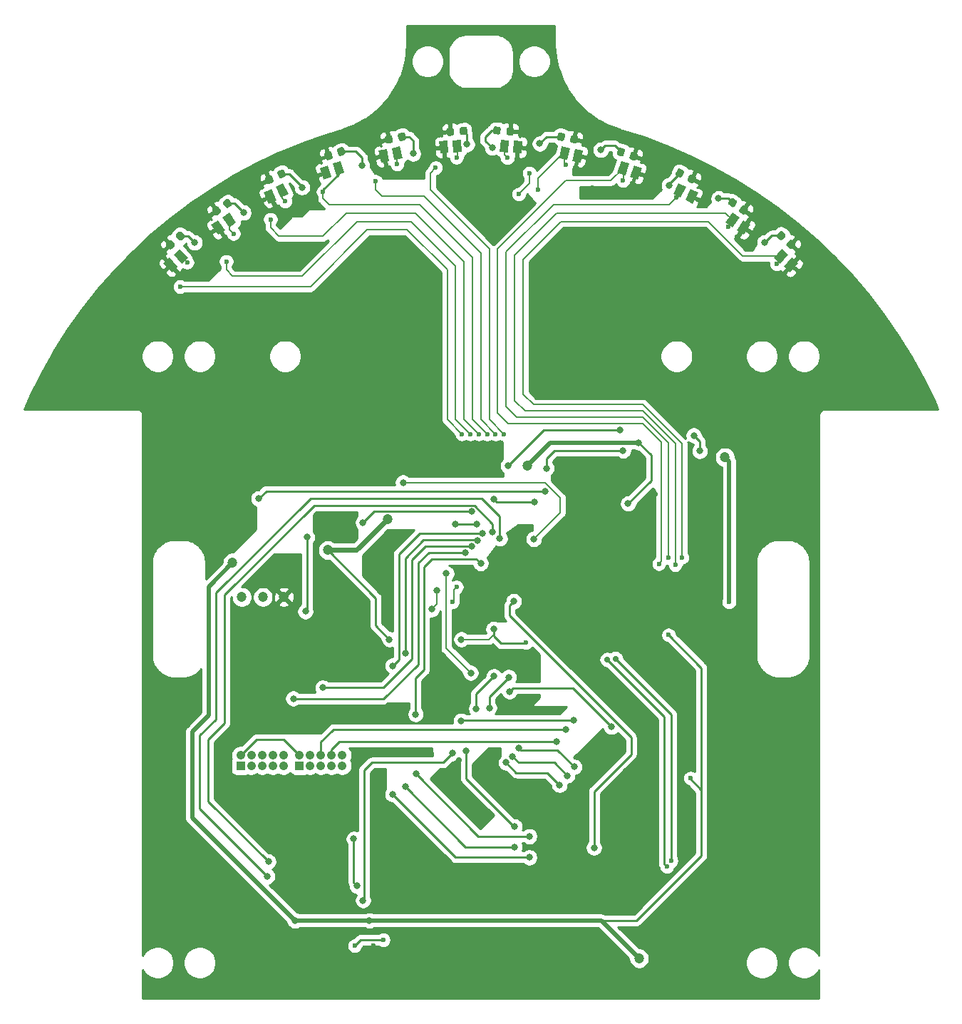
<source format=gbl>
G04 #@! TF.GenerationSoftware,KiCad,Pcbnew,(5.1.10)-1*
G04 #@! TF.CreationDate,2022-02-06T13:53:09+09:00*
G04 #@! TF.ProjectId,Main,4d61696e-2e6b-4696-9361-645f70636258,rev?*
G04 #@! TF.SameCoordinates,Original*
G04 #@! TF.FileFunction,Copper,L2,Bot*
G04 #@! TF.FilePolarity,Positive*
%FSLAX46Y46*%
G04 Gerber Fmt 4.6, Leading zero omitted, Abs format (unit mm)*
G04 Created by KiCad (PCBNEW (5.1.10)-1) date 2022-02-06 13:53:09*
%MOMM*%
%LPD*%
G01*
G04 APERTURE LIST*
G04 #@! TA.AperFunction,ComponentPad*
%ADD10R,1.060000X1.060000*%
G04 #@! TD*
G04 #@! TA.AperFunction,ComponentPad*
%ADD11C,1.060000*%
G04 #@! TD*
G04 #@! TA.AperFunction,ComponentPad*
%ADD12C,1.200000*%
G04 #@! TD*
G04 #@! TA.AperFunction,SMDPad,CuDef*
%ADD13C,0.100000*%
G04 #@! TD*
G04 #@! TA.AperFunction,ViaPad*
%ADD14C,1.200000*%
G04 #@! TD*
G04 #@! TA.AperFunction,ViaPad*
%ADD15C,0.800000*%
G04 #@! TD*
G04 #@! TA.AperFunction,ViaPad*
%ADD16C,0.600000*%
G04 #@! TD*
G04 #@! TA.AperFunction,ViaPad*
%ADD17C,0.700000*%
G04 #@! TD*
G04 #@! TA.AperFunction,Conductor*
%ADD18C,0.200000*%
G04 #@! TD*
G04 #@! TA.AperFunction,Conductor*
%ADD19C,0.250000*%
G04 #@! TD*
G04 #@! TA.AperFunction,Conductor*
%ADD20C,0.500000*%
G04 #@! TD*
G04 #@! TA.AperFunction,Conductor*
%ADD21C,0.600000*%
G04 #@! TD*
G04 #@! TA.AperFunction,Conductor*
%ADD22C,0.254000*%
G04 #@! TD*
G04 #@! TA.AperFunction,Conductor*
%ADD23C,0.100000*%
G04 #@! TD*
G04 APERTURE END LIST*
G04 #@! TA.AperFunction,SMDPad,CuDef*
G36*
G01*
X-37052920Y42750299D02*
X-37390498Y43135912D01*
G75*
G02*
X-37369995Y43444591I164591J144088D01*
G01*
X-37040813Y43732768D01*
G75*
G02*
X-36732134Y43712265I144088J-164591D01*
G01*
X-36394556Y43326652D01*
G75*
G02*
X-36415059Y43017973I-164591J-144088D01*
G01*
X-36744241Y42729796D01*
G75*
G02*
X-37052920Y42750299I-144088J164591D01*
G01*
G37*
G04 #@! TD.AperFunction*
G04 #@! TA.AperFunction,SMDPad,CuDef*
G36*
G01*
X-35867866Y43787735D02*
X-36205444Y44173348D01*
G75*
G02*
X-36184941Y44482027I164591J144088D01*
G01*
X-35855759Y44770204D01*
G75*
G02*
X-35547080Y44749701I144088J-164591D01*
G01*
X-35209502Y44364088D01*
G75*
G02*
X-35230005Y44055409I-164591J-144088D01*
G01*
X-35559187Y43767232D01*
G75*
G02*
X-35867866Y43787735I-144088J164591D01*
G01*
G37*
G04 #@! TD.AperFunction*
G04 #@! TA.AperFunction,SMDPad,CuDef*
G36*
G01*
X-30316637Y47681008D02*
X-30600995Y48107384D01*
G75*
G02*
X-30540377Y48410746I181990J121372D01*
G01*
X-30176397Y48653490D01*
G75*
G02*
X-29873035Y48592872I121372J-181990D01*
G01*
X-29588677Y48166496D01*
G75*
G02*
X-29649295Y47863134I-181990J-121372D01*
G01*
X-30013275Y47620390D01*
G75*
G02*
X-30316637Y47681008I-121372J181990D01*
G01*
G37*
G04 #@! TD.AperFunction*
G04 #@! TA.AperFunction,SMDPad,CuDef*
G36*
G01*
X-31626965Y46807128D02*
X-31911323Y47233504D01*
G75*
G02*
X-31850705Y47536866I181990J121372D01*
G01*
X-31486725Y47779610D01*
G75*
G02*
X-31183363Y47718992I121372J-181990D01*
G01*
X-30899005Y47292616D01*
G75*
G02*
X-30959623Y46989254I-181990J-121372D01*
G01*
X-31323603Y46746510D01*
G75*
G02*
X-31626965Y46807128I-121372J181990D01*
G01*
G37*
G04 #@! TD.AperFunction*
G04 #@! TA.AperFunction,SMDPad,CuDef*
G36*
G01*
X-23972823Y51224605D02*
X-24199095Y51684450D01*
G75*
G02*
X-24099399Y51977304I196275J96579D01*
G01*
X-23706849Y52170463D01*
G75*
G02*
X-23413995Y52070767I96579J-196275D01*
G01*
X-23187723Y51610922D01*
G75*
G02*
X-23287419Y51318068I-196275J-96579D01*
G01*
X-23679969Y51124909D01*
G75*
G02*
X-23972823Y51224605I-96579J196275D01*
G01*
G37*
G04 #@! TD.AperFunction*
G04 #@! TA.AperFunction,SMDPad,CuDef*
G36*
G01*
X-25386005Y50529233D02*
X-25612277Y50989078D01*
G75*
G02*
X-25512581Y51281932I196275J96579D01*
G01*
X-25120031Y51475091D01*
G75*
G02*
X-24827177Y51375395I96579J-196275D01*
G01*
X-24600905Y50915550D01*
G75*
G02*
X-24700601Y50622696I-196275J-96579D01*
G01*
X-25093151Y50429537D01*
G75*
G02*
X-25386005Y50529233I-96579J196275D01*
G01*
G37*
G04 #@! TD.AperFunction*
G04 #@! TA.AperFunction,SMDPad,CuDef*
G36*
G01*
X-18428175Y53414526D02*
X-18592489Y53899972D01*
G75*
G02*
X-18455421Y54177308I207202J70134D01*
G01*
X-18041017Y54317576D01*
G75*
G02*
X-17763681Y54180508I70134J-207202D01*
G01*
X-17599367Y53695062D01*
G75*
G02*
X-17736435Y53417726I-207202J-70134D01*
G01*
X-18150839Y53277458D01*
G75*
G02*
X-18428175Y53414526I-70134J207202D01*
G01*
G37*
G04 #@! TD.AperFunction*
G04 #@! TA.AperFunction,SMDPad,CuDef*
G36*
G01*
X-16936319Y53919492D02*
X-17100633Y54404938D01*
G75*
G02*
X-16963565Y54682274I207202J70134D01*
G01*
X-16549161Y54822542D01*
G75*
G02*
X-16271825Y54685474I70134J-207202D01*
G01*
X-16107511Y54200028D01*
G75*
G02*
X-16244579Y53922692I-207202J-70134D01*
G01*
X-16658983Y53782424D01*
G75*
G02*
X-16936319Y53919492I-70134J207202D01*
G01*
G37*
G04 #@! TD.AperFunction*
G04 #@! TA.AperFunction,SMDPad,CuDef*
G36*
G01*
X-9756893Y55716612D02*
X-9856438Y56219352D01*
G75*
G02*
X-9684343Y56476425I214584J42489D01*
G01*
X-9255176Y56561403D01*
G75*
G02*
X-8998103Y56389308I42489J-214584D01*
G01*
X-8898558Y55886568D01*
G75*
G02*
X-9070653Y55629495I-214584J-42489D01*
G01*
X-9499820Y55544517D01*
G75*
G02*
X-9756893Y55716612I-42489J214584D01*
G01*
G37*
G04 #@! TD.AperFunction*
G04 #@! TA.AperFunction,SMDPad,CuDef*
G36*
G01*
X-11301897Y55410692D02*
X-11401442Y55913432D01*
G75*
G02*
X-11229347Y56170505I214584J42489D01*
G01*
X-10800180Y56255483D01*
G75*
G02*
X-10543107Y56083388I42489J-214584D01*
G01*
X-10443562Y55580648D01*
G75*
G02*
X-10615657Y55323575I-214584J-42489D01*
G01*
X-11044824Y55238597D01*
G75*
G02*
X-11301897Y55410692I-42489J214584D01*
G01*
G37*
G04 #@! TD.AperFunction*
G04 #@! TA.AperFunction,SMDPad,CuDef*
G36*
G01*
X-2484193Y56466871D02*
X-2517265Y56978302D01*
G75*
G02*
X-2313087Y57210712I218294J14116D01*
G01*
X-1876499Y57238945D01*
G75*
G02*
X-1644089Y57034767I14116J-218294D01*
G01*
X-1611017Y56523336D01*
G75*
G02*
X-1815195Y56290926I-218294J-14116D01*
G01*
X-2251783Y56262693D01*
G75*
G02*
X-2484193Y56466871I-14116J218294D01*
G01*
G37*
G04 #@! TD.AperFunction*
G04 #@! TA.AperFunction,SMDPad,CuDef*
G36*
G01*
X-4055911Y56365233D02*
X-4088983Y56876664D01*
G75*
G02*
X-3884805Y57109074I218294J14116D01*
G01*
X-3448217Y57137307D01*
G75*
G02*
X-3215807Y56933129I14116J-218294D01*
G01*
X-3182735Y56421698D01*
G75*
G02*
X-3386913Y56189288I-218294J-14116D01*
G01*
X-3823501Y56161055D01*
G75*
G02*
X-4055911Y56365233I-14116J218294D01*
G01*
G37*
G04 #@! TD.AperFunction*
G04 #@! TA.AperFunction,SMDPad,CuDef*
G36*
G01*
X3939290Y56924501D02*
X3905324Y56413128D01*
G75*
G02*
X3672558Y56209356I-218269J14497D01*
G01*
X3236020Y56238351D01*
G75*
G02*
X3032248Y56471117I14497J218269D01*
G01*
X3066214Y56982490D01*
G75*
G02*
X3298980Y57186262I218269J-14497D01*
G01*
X3735518Y57157267D01*
G75*
G02*
X3939290Y56924501I-14497J-218269D01*
G01*
G37*
G04 #@! TD.AperFunction*
G04 #@! TA.AperFunction,SMDPad,CuDef*
G36*
G01*
X2367752Y57028883D02*
X2333786Y56517510D01*
G75*
G02*
X2101020Y56313738I-218269J14497D01*
G01*
X1664482Y56342733D01*
G75*
G02*
X1460710Y56575499I14497J218269D01*
G01*
X1494676Y57086872D01*
G75*
G02*
X1727442Y57290644I218269J-14497D01*
G01*
X2163980Y57261649D01*
G75*
G02*
X2367752Y57028883I-14497J-218269D01*
G01*
G37*
G04 #@! TD.AperFunction*
G04 #@! TA.AperFunction,SMDPad,CuDef*
G36*
G01*
X11551464Y55911248D02*
X11451041Y55408683D01*
G75*
G02*
X11193669Y55237037I-214509J42863D01*
G01*
X10764650Y55322764D01*
G75*
G02*
X10593004Y55580136I42863J214509D01*
G01*
X10693427Y56082701D01*
G75*
G02*
X10950799Y56254347I214509J-42863D01*
G01*
X11379818Y56168620D01*
G75*
G02*
X11551464Y55911248I-42863J-214509D01*
G01*
G37*
G04 #@! TD.AperFunction*
G04 #@! TA.AperFunction,SMDPad,CuDef*
G36*
G01*
X10006996Y56219864D02*
X9906573Y55717299D01*
G75*
G02*
X9649201Y55545653I-214509J42863D01*
G01*
X9220182Y55631380D01*
G75*
G02*
X9048536Y55888752I42863J214509D01*
G01*
X9148959Y56391317D01*
G75*
G02*
X9406331Y56562963I214509J-42863D01*
G01*
X9835350Y56477236D01*
G75*
G02*
X10006996Y56219864I-42863J-214509D01*
G01*
G37*
G04 #@! TD.AperFunction*
G04 #@! TA.AperFunction,SMDPad,CuDef*
G36*
G01*
X18642226Y53847803D02*
X18477065Y53362646D01*
G75*
G02*
X18199489Y53226062I-207080J70496D01*
G01*
X17785330Y53367053D01*
G75*
G02*
X17648746Y53644629I70496J207080D01*
G01*
X17813907Y54129786D01*
G75*
G02*
X18091483Y54266370I207080J-70496D01*
G01*
X18505642Y54125379D01*
G75*
G02*
X18642226Y53847803I-70496J-207080D01*
G01*
G37*
G04 #@! TD.AperFunction*
G04 #@! TA.AperFunction,SMDPad,CuDef*
G36*
G01*
X17151254Y54355371D02*
X16986093Y53870214D01*
G75*
G02*
X16708517Y53733630I-207080J70496D01*
G01*
X16294358Y53874621D01*
G75*
G02*
X16157774Y54152197I70496J207080D01*
G01*
X16322935Y54637354D01*
G75*
G02*
X16600511Y54773938I207080J-70496D01*
G01*
X17014670Y54632947D01*
G75*
G02*
X17151254Y54355371I-70496J-207080D01*
G01*
G37*
G04 #@! TD.AperFunction*
G04 #@! TA.AperFunction,SMDPad,CuDef*
G36*
G01*
X25561732Y51086962D02*
X25334658Y50627513D01*
G75*
G02*
X25041630Y50528329I-196106J96922D01*
G01*
X24649418Y50722172D01*
G75*
G02*
X24550234Y51015200I96922J196106D01*
G01*
X24777308Y51474649D01*
G75*
G02*
X25070336Y51573833I196106J-96922D01*
G01*
X25462548Y51379990D01*
G75*
G02*
X25561732Y51086962I-96922J-196106D01*
G01*
G37*
G04 #@! TD.AperFunction*
G04 #@! TA.AperFunction,SMDPad,CuDef*
G36*
G01*
X24149766Y51784800D02*
X23922692Y51325351D01*
G75*
G02*
X23629664Y51226167I-196106J96922D01*
G01*
X23237452Y51420010D01*
G75*
G02*
X23138268Y51713038I96922J196106D01*
G01*
X23365342Y52172487D01*
G75*
G02*
X23658370Y52271671I196106J-96922D01*
G01*
X24050582Y52077828D01*
G75*
G02*
X24149766Y51784800I-96922J-196106D01*
G01*
G37*
G04 #@! TD.AperFunction*
G04 #@! TA.AperFunction,SMDPad,CuDef*
G36*
G01*
X31710507Y47331477D02*
X31425405Y46905598D01*
G75*
G02*
X31121937Y46845510I-181778J121690D01*
G01*
X30758381Y47088889D01*
G75*
G02*
X30698293Y47392357I121690J181778D01*
G01*
X30983395Y47818236D01*
G75*
G02*
X31286863Y47878324I181778J-121690D01*
G01*
X31650419Y47634945D01*
G75*
G02*
X31710507Y47331477I-121690J-181778D01*
G01*
G37*
G04 #@! TD.AperFunction*
G04 #@! TA.AperFunction,SMDPad,CuDef*
G36*
G01*
X30401707Y48207643D02*
X30116605Y47781764D01*
G75*
G02*
X29813137Y47721676I-181778J121690D01*
G01*
X29449581Y47965055D01*
G75*
G02*
X29389493Y48268523I121690J181778D01*
G01*
X29674595Y48694402D01*
G75*
G02*
X29978063Y48754490I181778J-121690D01*
G01*
X30341619Y48511111D01*
G75*
G02*
X30401707Y48207643I-121690J-181778D01*
G01*
G37*
G04 #@! TD.AperFunction*
G04 #@! TA.AperFunction,SMDPad,CuDef*
G36*
G01*
X36156182Y44223512D02*
X35817932Y43838489D01*
G75*
G02*
X35509218Y43818525I-164339J144375D01*
G01*
X35180540Y44107276D01*
G75*
G02*
X35160576Y44415990I144375J164339D01*
G01*
X35498826Y44801013D01*
G75*
G02*
X35807540Y44820977I164339J-144375D01*
G01*
X36136218Y44532226D01*
G75*
G02*
X36156182Y44223512I-144375J-164339D01*
G01*
G37*
G04 #@! TD.AperFunction*
G04 #@! TA.AperFunction,SMDPad,CuDef*
G36*
G01*
X37339424Y43184010D02*
X37001174Y42798987D01*
G75*
G02*
X36692460Y42779023I-164339J144375D01*
G01*
X36363782Y43067774D01*
G75*
G02*
X36343818Y43376488I144375J164339D01*
G01*
X36682068Y43761511D01*
G75*
G02*
X36990782Y43781475I164339J-144375D01*
G01*
X37319460Y43492724D01*
G75*
G02*
X37339424Y43184010I-144375J-164339D01*
G01*
G37*
G04 #@! TD.AperFunction*
D10*
X-28540000Y-18635000D03*
D11*
X-28540000Y-17365000D03*
X-27270000Y-18635000D03*
X-27270000Y-17365000D03*
X-26000000Y-18635000D03*
X-26000000Y-17365000D03*
X-24730000Y-18635000D03*
X-24730000Y-17365000D03*
X-23460000Y-18635000D03*
X-23460000Y-17365000D03*
X-16460000Y-17365000D03*
X-16460000Y-18635000D03*
X-17730000Y-17365000D03*
X-17730000Y-18635000D03*
X-19000000Y-17365000D03*
X-19000000Y-18635000D03*
X-20270000Y-17365000D03*
X-20270000Y-18635000D03*
X-21540000Y-17365000D03*
D10*
X-21540000Y-18635000D03*
D12*
X-23400000Y1400000D03*
X-25900000Y1400000D03*
X-28400000Y1400000D03*
G04 #@! TA.AperFunction,SMDPad,CuDef*
D13*
G36*
X-36967294Y41699083D02*
G01*
X-36012195Y40608081D01*
X-36764610Y39949391D01*
X-37719709Y41040393D01*
X-36967294Y41699083D01*
G37*
G04 #@! TD.AperFunction*
G04 #@! TA.AperFunction,SMDPad,CuDef*
G36*
X-35763430Y42752987D02*
G01*
X-34808331Y41661985D01*
X-35560746Y41003295D01*
X-36515845Y42094297D01*
X-35763430Y42752987D01*
G37*
G04 #@! TD.AperFunction*
G04 #@! TA.AperFunction,SMDPad,CuDef*
G36*
X-31208211Y46167542D02*
G01*
X-30403687Y44961208D01*
X-31235641Y44406364D01*
X-32040165Y45612698D01*
X-31208211Y46167542D01*
G37*
G04 #@! TD.AperFunction*
G04 #@! TA.AperFunction,SMDPad,CuDef*
G36*
X-29877085Y47055294D02*
G01*
X-29072561Y45848960D01*
X-29904515Y45294116D01*
X-30709039Y46500450D01*
X-29877085Y47055294D01*
G37*
G04 #@! TD.AperFunction*
G04 #@! TA.AperFunction,SMDPad,CuDef*
G36*
X-23479534Y50552471D02*
G01*
X-22839350Y49251447D01*
X-23736608Y48809941D01*
X-24376792Y50110965D01*
X-23479534Y50552471D01*
G37*
G04 #@! TD.AperFunction*
G04 #@! TA.AperFunction,SMDPad,CuDef*
G36*
X-24915148Y49846061D02*
G01*
X-24274964Y48545037D01*
X-25172222Y48103531D01*
X-25812406Y49404555D01*
X-24915148Y49846061D01*
G37*
G04 #@! TD.AperFunction*
G04 #@! TA.AperFunction,SMDPad,CuDef*
G36*
X-18195778Y52671701D02*
G01*
X-17730889Y51298246D01*
X-18678100Y50977633D01*
X-19142989Y52351088D01*
X-18195778Y52671701D01*
G37*
G04 #@! TD.AperFunction*
G04 #@! TA.AperFunction,SMDPad,CuDef*
G36*
X-16680242Y53184681D02*
G01*
X-16215353Y51811226D01*
X-17162564Y51490613D01*
X-17627453Y52864068D01*
X-16680242Y53184681D01*
G37*
G04 #@! TD.AperFunction*
G04 #@! TA.AperFunction,SMDPad,CuDef*
G36*
X-9595546Y54906887D02*
G01*
X-9313907Y53484502D01*
X-10294862Y53290267D01*
X-10576501Y54712652D01*
X-9595546Y54906887D01*
G37*
G04 #@! TD.AperFunction*
G04 #@! TA.AperFunction,SMDPad,CuDef*
G36*
X-11165074Y54596113D02*
G01*
X-10883435Y53173728D01*
X-11864390Y52979493D01*
X-12146029Y54401878D01*
X-11165074Y54596113D01*
G37*
G04 #@! TD.AperFunction*
G04 #@! TA.AperFunction,SMDPad,CuDef*
G36*
X-3943332Y55586370D02*
G01*
X-3849760Y54139392D01*
X-4847676Y54074860D01*
X-4941248Y55521838D01*
X-3943332Y55586370D01*
G37*
G04 #@! TD.AperFunction*
G04 #@! TA.AperFunction,SMDPad,CuDef*
G36*
X-2346668Y55689622D02*
G01*
X-2253096Y54242644D01*
X-3251012Y54178112D01*
X-3344584Y55625090D01*
X-2346668Y55689622D01*
G37*
G04 #@! TD.AperFunction*
G04 #@! TA.AperFunction,SMDPad,CuDef*
G36*
X2251982Y54244991D02*
G01*
X2348079Y55691803D01*
X3345880Y55625529D01*
X3249783Y54178717D01*
X2251982Y54244991D01*
G37*
G04 #@! TD.AperFunction*
G04 #@! TA.AperFunction,SMDPad,CuDef*
G36*
X3848464Y54138953D02*
G01*
X3944561Y55585765D01*
X4942362Y55519491D01*
X4846265Y54072679D01*
X3848464Y54138953D01*
G37*
G04 #@! TD.AperFunction*
G04 #@! TA.AperFunction,SMDPad,CuDef*
G36*
X10882092Y53173460D02*
G01*
X11166214Y54595352D01*
X12146828Y54399406D01*
X11862706Y52977514D01*
X10882092Y53173460D01*
G37*
G04 #@! TD.AperFunction*
G04 #@! TA.AperFunction,SMDPad,CuDef*
G36*
X9313108Y53486974D02*
G01*
X9597230Y54908866D01*
X10577844Y54712920D01*
X10293722Y53291028D01*
X9313108Y53486974D01*
G37*
G04 #@! TD.AperFunction*
G04 #@! TA.AperFunction,SMDPad,CuDef*
G36*
X16214885Y51813782D02*
G01*
X16682170Y53186424D01*
X17628819Y52864158D01*
X17161534Y51491516D01*
X16214885Y51813782D01*
G37*
G04 #@! TD.AperFunction*
G04 #@! TA.AperFunction,SMDPad,CuDef*
G36*
X17729523Y51298156D02*
G01*
X18196808Y52670798D01*
X19143457Y52348532D01*
X18676172Y50975890D01*
X17729523Y51298156D01*
G37*
G04 #@! TD.AperFunction*
G04 #@! TA.AperFunction,SMDPad,CuDef*
G36*
X24273597Y48545127D02*
G01*
X24916050Y49845032D01*
X25812537Y49401961D01*
X25170084Y48102056D01*
X24273597Y48545127D01*
G37*
G04 #@! TD.AperFunction*
G04 #@! TA.AperFunction,SMDPad,CuDef*
G36*
X22839219Y49254041D02*
G01*
X23481672Y50553946D01*
X24378159Y50110875D01*
X23735706Y48810970D01*
X22839219Y49254041D01*
G37*
G04 #@! TD.AperFunction*
G04 #@! TA.AperFunction,SMDPad,CuDef*
G36*
X29072768Y45851549D02*
G01*
X29879397Y47056477D01*
X30710382Y46500181D01*
X29903753Y45295253D01*
X29072768Y45851549D01*
G37*
G04 #@! TD.AperFunction*
G04 #@! TA.AperFunction,SMDPad,CuDef*
G36*
X30402344Y44961477D02*
G01*
X31208973Y46166405D01*
X32039958Y45610109D01*
X31233329Y44405181D01*
X30402344Y44961477D01*
G37*
G04 #@! TD.AperFunction*
G04 #@! TA.AperFunction,SMDPad,CuDef*
G36*
X36010898Y40608522D02*
G01*
X36967900Y41697855D01*
X37719164Y41037854D01*
X36762162Y39948521D01*
X36010898Y40608522D01*
G37*
G04 #@! TD.AperFunction*
G04 #@! TA.AperFunction,SMDPad,CuDef*
G36*
X34808876Y41664524D02*
G01*
X35765878Y42753857D01*
X36517142Y42093856D01*
X35560140Y41004523D01*
X34808876Y41664524D01*
G37*
G04 #@! TD.AperFunction*
D14*
X-18175000Y6975000D03*
D15*
X6350000Y12700000D03*
X-22100000Y-37000000D03*
X1500000Y-2400000D03*
X-2325000Y-3625000D03*
X-13250000Y-37000000D03*
X17500000Y12500000D03*
D14*
X-29500000Y5500000D03*
X-11100000Y10634990D03*
D15*
X-10875000Y-3625000D03*
D16*
X5315000Y-4000000D03*
D14*
X18800000Y-41500000D03*
X29000000Y18000000D03*
D16*
X29485000Y800000D03*
X22300000Y-3100000D03*
X24900000Y-20100000D03*
D15*
X1550000Y13050000D03*
X18750000Y19750000D03*
D14*
X5500000Y17000000D03*
D17*
X5200000Y9600000D03*
D15*
X-2100000Y-2100000D03*
X7300000Y-2400000D03*
D17*
X17800000Y8200000D03*
X17500000Y11100000D03*
X16200000Y11100000D03*
X-19100000Y10600000D03*
X-15300000Y11200000D03*
X-16400000Y8400000D03*
X-16100000Y10000000D03*
X-17400000Y11200000D03*
X-19200000Y8500000D03*
X-13600000Y6200000D03*
X-9200000Y8900000D03*
X-10800000Y-2200000D03*
X-5600000Y-1400000D03*
X800000Y3100000D03*
X1200000Y-6600000D03*
X-27400000Y-14500000D03*
X-23900000Y-9400000D03*
X-17000000Y-12300000D03*
X-6400000Y-16900000D03*
X-17000000Y-35400000D03*
X-16400000Y-31700000D03*
X-12600000Y-27900000D03*
X-9600000Y-24900000D03*
X-5200000Y-20500000D03*
X-2600000Y-18000000D03*
X-400000Y-25400000D03*
X4500000Y-20500000D03*
X4700000Y-10600000D03*
X-19200000Y43200000D03*
X8400000Y54700000D03*
X5700000Y48500000D03*
X3400000Y46600000D03*
X-2500000Y49500000D03*
X100000Y49700000D03*
X12300000Y49700000D03*
X15400000Y53300000D03*
X31700000Y43100000D03*
X4800000Y-7800000D03*
X6400000Y-10400000D03*
X20400000Y-5500000D03*
X17000000Y-23900000D03*
X17200000Y-19200000D03*
X12000000Y-17800000D03*
X1800000Y-16800000D03*
X-400000Y-19700000D03*
X-19200000Y-12100000D03*
X-22400000Y-4800000D03*
X-20000000Y-4800000D03*
X-1200000Y18100000D03*
X13800000Y17400000D03*
X20700000Y13600000D03*
X24900000Y17900000D03*
X24900000Y16300000D03*
X5900000Y53100000D03*
X-4500000Y51600000D03*
X100000Y52200000D03*
X11800000Y52000000D03*
X-12900000Y43600000D03*
X-9300000Y43600000D03*
X6300000Y40900000D03*
X10100000Y44700000D03*
X26500000Y42600000D03*
X28600000Y40700000D03*
X15500000Y44700000D03*
X-5200000Y39800000D03*
X-21800000Y40700000D03*
X-38600000Y39400000D03*
X38600000Y39400000D03*
X-11700000Y-19400000D03*
X-12500000Y-24200000D03*
X-21600000Y-35700000D03*
X-19200000Y-35400000D03*
X-25800000Y-35300000D03*
X-25500000Y-43500000D03*
X-16900000Y-43500000D03*
X-8400000Y-38600000D03*
X-12600000Y-35200000D03*
X-7800000Y-45900000D03*
X-15700000Y-45900000D03*
X25050000Y6600000D03*
X27300000Y9600000D03*
X25000000Y5250000D03*
X-4700000Y-7200000D03*
X-10900000Y5300000D03*
X26800000Y2700000D03*
X6700000Y25800000D03*
X53200000Y24300000D03*
X8000000Y68600000D03*
X-7900000Y68600000D03*
X-53100000Y24400000D03*
X-39500000Y-45700000D03*
X39600000Y-45700000D03*
X-16600000Y-20400000D03*
X-23700000Y-20400000D03*
X-12700000Y-32000000D03*
X-3000000Y-32200000D03*
X-25600000Y-8800000D03*
X28200000Y23000000D03*
X29400000Y19800000D03*
X31600000Y38400000D03*
X-25700000Y44700000D03*
X-31400000Y41700000D03*
X-23900000Y45900000D03*
X19800000Y49100000D03*
X18100000Y49100000D03*
X14900000Y52400000D03*
X13200000Y49900000D03*
X17600000Y-3300000D03*
X2800000Y-32400000D03*
X9600000Y-30700000D03*
X11000000Y-32000000D03*
X2800000Y-30700000D03*
X800000Y-24200000D03*
X800000Y-24200000D03*
X5000000Y-24600000D03*
X11600000Y-24800000D03*
X8000000Y-21800000D03*
X27600000Y12700000D03*
X27600000Y15000000D03*
X-23600000Y5600000D03*
X-32200000Y4700000D03*
X26500000Y48100000D03*
X14750000Y-9500000D03*
X15750000Y-10500000D03*
X14750000Y-8000000D03*
D16*
X19500000Y-1250000D03*
X20500000Y-1250000D03*
X16000000Y-34750000D03*
X-22500000Y-38250000D03*
X-20000000Y-38250000D03*
X-11250000Y-41500000D03*
X-12750000Y-41500000D03*
X-12750000Y-40000000D03*
X17500000Y-12500000D03*
D15*
X1000000Y44750000D03*
X-2500000Y4600000D03*
D16*
X-2800000Y-200000D03*
D17*
X2765737Y1003807D03*
D16*
X6100000Y-6500000D03*
X20800000Y-18100000D03*
X16900000Y-28300000D03*
X18900000Y-16200000D03*
X23800000Y-16000000D03*
X25300000Y-19000000D03*
X27800000Y-17200000D03*
X27800000Y-8700000D03*
X23700000Y-6000000D03*
X20800000Y-9000000D03*
X24100000Y-21100000D03*
X15400000Y-15300000D03*
X22700000Y200000D03*
X29000000Y-6100000D03*
X29100000Y-1000000D03*
X-11200000Y8800000D03*
X15200000Y15900000D03*
X18600000Y18500000D03*
X19200000Y17900000D03*
X2450000Y16000000D03*
D15*
X-19600000Y-1400000D03*
X-22100000Y-1100000D03*
X-29300000Y100000D03*
X-27500000Y2900000D03*
X-33600000Y-8000000D03*
D16*
X-15000000Y-40000000D03*
X-11599984Y-39300000D03*
D15*
X-20650000Y8500000D03*
X26000000Y18750000D03*
X3250000Y17000000D03*
X25300000Y20600000D03*
X16500000Y21250000D03*
X-20850000Y-300000D03*
X-34000000Y43500000D03*
X-28200000Y47050000D03*
X-21250000Y50050000D03*
X-14104267Y52614228D03*
X-8050000Y54050000D03*
X-1650000Y55150000D03*
X1350000Y54750000D03*
X7000000Y55249998D03*
X14249998Y54500000D03*
X7600000Y14000000D03*
X-26400000Y13100000D03*
X7800000Y16700000D03*
X16900000Y18800000D03*
X22350000Y50300000D03*
X28250006Y48750000D03*
X33700000Y43500000D03*
X1000000Y-11750000D03*
X3300000Y-8100000D03*
X-2350000Y-13300000D03*
X-3400000Y-17150000D03*
X-14000000Y-34600000D03*
X10994418Y-13244418D03*
X-18800000Y-9350000D03*
X-1114247Y7433193D03*
X-22285000Y-10650000D03*
X-1822676Y6708193D03*
X-1100000Y11550000D03*
X-15100000Y-27300000D03*
X-14700000Y-32900000D03*
X-14000000Y10250000D03*
X150555Y9000850D03*
X5750000Y-29500000D03*
X-10499998Y-6750002D03*
X-10500000Y-22000000D03*
X-415016Y8148091D03*
X4000000Y-28250000D03*
X-8999996Y-5250000D03*
X-8999997Y-21099997D03*
X-7700000Y-19600000D03*
X-25000Y5425000D03*
X5750000Y-27000000D03*
X-7749998Y-12500000D03*
X13450000Y-28350000D03*
X3900000Y900018D03*
D17*
X16000000Y-5900004D03*
D16*
X22600000Y-29900000D03*
D17*
X15000000Y-6017633D03*
D16*
X22094247Y-30606904D03*
D15*
X9000000Y-15750000D03*
X10100000Y-14300000D03*
X11100000Y-18750000D03*
X4500000Y-16500000D03*
X10250000Y-19800000D03*
X3750000Y-17500000D03*
X9350000Y-20900000D03*
X3000000Y-18250000D03*
X1550000Y-8000000D03*
X-550000Y-11850000D03*
X-1750000Y-16900000D03*
X4000000Y-25850000D03*
X2250000Y8350000D03*
X-25400000Y-31750000D03*
X1400000Y9100000D03*
X-25250004Y-30000000D03*
D16*
X-34900000Y41150000D03*
X-35750000Y38250000D03*
X-2250000Y20750000D03*
X-29400000Y44550000D03*
X-30250000Y41250000D03*
X-1250000Y20750000D03*
X-23250000Y48400000D03*
X-25000000Y46250000D03*
X-250000Y20750000D03*
X750000Y20750000D03*
X-18750000Y49500000D03*
X-9950000Y52800000D03*
X-12500000Y50750000D03*
X1749999Y20749999D03*
X-2900000Y53600000D03*
X2750000Y20750000D03*
X-5375000Y52375000D03*
X3150000Y53550000D03*
X4500000Y49250000D03*
X5750000Y51750000D03*
X6750000Y49763690D03*
X10100000Y52700000D03*
X16900000Y50850000D03*
X21150000Y5349998D03*
D15*
X3400000Y-9800000D03*
X15500006Y-14000000D03*
D16*
X23200000Y48800000D03*
X22250000Y6100000D03*
X29400000Y45350000D03*
X23093392Y5246696D03*
X35150000Y40950000D03*
X23900000Y6100000D03*
D15*
X6300000Y8300000D03*
X-9250000Y15000000D03*
X-5850000Y-50000D03*
X-5200000Y2200000D03*
X-1200000Y-7600000D03*
X-4100000Y4199996D03*
X-500000Y10050000D03*
X-3000000Y10100000D03*
D16*
X-3400000Y800000D03*
X-2900000Y2600000D03*
D18*
X1500000Y-2400000D02*
X1500000Y-3050000D01*
X925000Y-3625000D02*
X-2325000Y-3625000D01*
X1500000Y-3050000D02*
X925000Y-3625000D01*
D19*
X1500000Y-3200000D02*
X1500000Y-2400000D01*
D20*
X-22100000Y-37000000D02*
X-13250000Y-37000000D01*
D19*
X1900000Y12700000D02*
X1550000Y13050000D01*
X6350000Y12700000D02*
X1900000Y12700000D01*
D21*
X-11100000Y10650000D02*
X-11100000Y10634990D01*
X-14759990Y6975000D02*
X-11100000Y10634990D01*
X-11125000Y10675000D02*
X-11100000Y10650000D01*
X-18175000Y6975000D02*
X-14759990Y6975000D01*
D19*
X-12500000Y-2000000D02*
X-10875000Y-3625000D01*
X-12500000Y1300000D02*
X-12500000Y-2000000D01*
X-18175000Y6975000D02*
X-12500000Y1300000D01*
D20*
X-22100000Y-37000000D02*
X-34300000Y-24800000D01*
X-34300000Y-24800000D02*
X-34300000Y-14600000D01*
X-32350000Y2650000D02*
X-29500000Y5500000D01*
X-34300000Y-14600000D02*
X-32350000Y-12650000D01*
X-32350000Y-12650000D02*
X-32350000Y2650000D01*
D19*
X2400000Y-4100000D02*
X1900000Y-3600000D01*
X5200000Y-4100000D02*
X2400000Y-4100000D01*
X1900000Y-3600000D02*
X1500000Y-3200000D01*
X2000000Y-3700000D02*
X1900000Y-3600000D01*
D20*
X14300000Y-37000000D02*
X18800000Y-41500000D01*
X-13250000Y-37000000D02*
X14300000Y-37000000D01*
X29500000Y17500000D02*
X29000000Y18000000D01*
X29500000Y815000D02*
X29500000Y17500000D01*
X29485000Y800000D02*
X29500000Y815000D01*
D19*
X14300000Y-37000000D02*
X18500000Y-37000000D01*
X26200000Y-7000000D02*
X22300000Y-3100000D01*
X18500000Y-37000000D02*
X26200000Y-29300000D01*
X26200000Y-21500000D02*
X26200000Y-7000000D01*
X26200000Y-29300000D02*
X26200000Y-21500000D01*
X24900000Y-20200000D02*
X24900000Y-20100000D01*
X26200000Y-21500000D02*
X24900000Y-20200000D01*
X17500000Y12500000D02*
X20250000Y15250000D01*
X20250000Y18250000D02*
X18750000Y19750000D01*
X20250000Y15250000D02*
X20250000Y18250000D01*
D20*
X18750000Y19750000D02*
X8250000Y19750000D01*
X8250000Y19750000D02*
X5500000Y17000000D01*
D18*
X11514460Y53786433D02*
X11514460Y53014460D01*
D19*
X-15000000Y-40000000D02*
X-14300000Y-39300000D01*
X-14300000Y-39300000D02*
X-11599984Y-39300000D01*
X-20650000Y-100000D02*
X-20850000Y-300000D01*
X-20650000Y8500000D02*
X-20650000Y-100000D01*
X-28540000Y-17365000D02*
X-26675000Y-15500000D01*
X-23405000Y-15500000D02*
X-21540000Y-17365000D01*
X-26675000Y-15500000D02*
X-23405000Y-15500000D01*
X26000000Y18750000D02*
X26000000Y19900000D01*
X26000000Y19900000D02*
X25300000Y20600000D01*
X7500000Y21250000D02*
X3250000Y17000000D01*
X16500000Y21250000D02*
X7500000Y21250000D01*
X-34768718Y44268718D02*
X-34000000Y43500000D01*
X-35707473Y44268718D02*
X-34768718Y44268718D01*
X-30094836Y48136940D02*
X-29236940Y48136940D01*
X-28200000Y47100000D02*
X-28200000Y47050000D01*
X-29236940Y48136940D02*
X-28200000Y47100000D01*
X-23693409Y51647686D02*
X-22797686Y51647686D01*
X-21250000Y50100000D02*
X-21250000Y50050000D01*
X-22797686Y51647686D02*
X-21250000Y50100000D01*
X-14104267Y53549761D02*
X-14104267Y52614228D01*
X-14856989Y54302483D02*
X-14104267Y53549761D01*
X-16604072Y54302483D02*
X-14856989Y54302483D01*
X-9377498Y56052960D02*
X-8502960Y56052960D01*
X-8050000Y55600000D02*
X-8050000Y54050000D01*
X-8502960Y56052960D02*
X-8050000Y55600000D01*
X-1650000Y56336678D02*
X-2064141Y56750819D01*
X-1650000Y55150000D02*
X-1650000Y56336678D01*
X1914231Y56802191D02*
X1302191Y56802191D01*
X1302191Y56802191D02*
X550000Y56050000D01*
X550000Y55550000D02*
X1350000Y54750000D01*
X550000Y56050000D02*
X550000Y55550000D01*
X7804310Y56054308D02*
X7000000Y55249998D01*
X9527766Y56054308D02*
X7804310Y56054308D01*
X14749998Y55000000D02*
X14249998Y54500000D01*
X15908298Y55000000D02*
X14749998Y55000000D01*
X16654514Y54253784D02*
X15908298Y55000000D01*
X7600000Y14000000D02*
X-23500000Y14000000D01*
X-25500000Y14000000D02*
X-26400000Y13100000D01*
X-23500000Y14000000D02*
X-25500000Y14000000D01*
X8750000Y18800000D02*
X16900000Y18800000D01*
X7800000Y17850000D02*
X8750000Y18800000D01*
X7800000Y16700000D02*
X7800000Y17850000D01*
X22350000Y50454902D02*
X23644017Y51748919D01*
X22350000Y50300000D02*
X22350000Y50454902D01*
X29895600Y48238083D02*
X29383683Y48750000D01*
X29383683Y48750000D02*
X28250006Y48750000D01*
X34519751Y44319751D02*
X33700000Y43500000D01*
X35658379Y44319751D02*
X34519751Y44319751D01*
X1000000Y-10400000D02*
X1000000Y-10550000D01*
X3300000Y-8100000D02*
X1000000Y-10400000D01*
X1000000Y-10550000D02*
X1000000Y-11750000D01*
X-3400000Y-17150000D02*
X-4500000Y-18250000D01*
X-4500000Y-18250000D02*
X-12950000Y-18250000D01*
X-13850000Y-19150000D02*
X-13850000Y-19200000D01*
X-12950000Y-18250000D02*
X-13850000Y-19150000D01*
X-13850000Y-34450000D02*
X-14000000Y-34600000D01*
X-13850000Y-19150000D02*
X-13850000Y-34450000D01*
X-2294418Y-13244418D02*
X-2350000Y-13300000D01*
X10994418Y-13244418D02*
X-2294418Y-13244418D01*
X-11600000Y-9350000D02*
X-8200000Y-5950000D01*
X-18800000Y-9350000D02*
X-11600000Y-9350000D01*
X-1114247Y7433193D02*
X-6266807Y7433193D01*
D18*
X-6266807Y7433193D02*
X-6316807Y7433193D01*
D19*
X-8200000Y5300000D02*
X-8200000Y5500000D01*
X-8200000Y-5950000D02*
X-8200000Y5300000D01*
X-8200000Y5800000D02*
X-8200000Y5300000D01*
X-6566807Y7433193D02*
X-8200000Y5800000D01*
X-6266807Y7433193D02*
X-6566807Y7433193D01*
X-7475000Y-6575000D02*
X-11550000Y-10650000D01*
X-11550000Y-10650000D02*
X-22285000Y-10650000D01*
X-7450000Y4386410D02*
X-7450000Y-6550000D01*
X-7450000Y5450000D02*
X-7450000Y4386410D01*
X-6191807Y6708193D02*
X-7450000Y5450000D01*
X-1822676Y6708193D02*
X-6191807Y6708193D01*
X-15100000Y-32500000D02*
X-14700000Y-32900000D01*
X-15100000Y-27300000D02*
X-15100000Y-32500000D01*
X-1100000Y11550000D02*
X-9850000Y11550000D01*
X-9850000Y11550000D02*
X-10100000Y11550000D01*
X-12700000Y11550000D02*
X-14000000Y10250000D01*
X-9850000Y11550000D02*
X-12700000Y11550000D01*
X-9750000Y-6000004D02*
X-10499998Y-6750002D01*
X-9750000Y6500000D02*
X-9750000Y-6000004D01*
X-7249150Y9000850D02*
X-9750000Y6500000D01*
X150555Y9000850D02*
X-7249150Y9000850D01*
X5750000Y-29500000D02*
X-3000000Y-29500000D01*
X-3000000Y-29500000D02*
X-10500000Y-22000000D01*
X-395943Y8163388D02*
X-6836612Y8163388D01*
X-6836612Y8163388D02*
X-8999996Y6000004D01*
X-8999996Y6000004D02*
X-8999996Y-5250000D01*
X-1849994Y-28250000D02*
X-8999997Y-21099997D01*
X4000000Y-28250000D02*
X-1849994Y-28250000D01*
X-7700000Y-19600000D02*
X-300000Y-27000000D01*
X-300000Y-27000000D02*
X5750000Y-27000000D01*
X-7749998Y-8249998D02*
X-7749998Y-12500000D01*
X-6750000Y-7250000D02*
X-7749998Y-8249998D01*
X-6750000Y5025000D02*
X-6750000Y-7250000D01*
X-5825000Y5950000D02*
X-6750000Y5025000D01*
X-550000Y5950000D02*
X-5825000Y5950000D01*
X-25000Y5425000D02*
X-550000Y5950000D01*
X3400000Y400018D02*
X3900000Y900018D01*
X3400000Y-800000D02*
X3400000Y400018D01*
X17850000Y-15250000D02*
X3400000Y-800000D01*
X13450000Y-21650000D02*
X17850000Y-17250000D01*
X17850000Y-17250000D02*
X17850000Y-15250000D01*
X13450000Y-28350000D02*
X13450000Y-21650000D01*
X16000000Y-5900004D02*
X22600000Y-12500004D01*
X22600000Y-12500004D02*
X22600000Y-29900000D01*
X21794248Y-12811881D02*
X21794248Y-30306905D01*
X15000000Y-6017633D02*
X21794248Y-12811881D01*
X21794248Y-30306905D02*
X22094247Y-30606904D01*
X-17730000Y-16680000D02*
X-17730000Y-17365000D01*
X-16800000Y-15750000D02*
X-17730000Y-16680000D01*
X9000000Y-15750000D02*
X5000000Y-15750000D01*
X5000000Y-15750000D02*
X-16800000Y-15750000D01*
X5350000Y-15750000D02*
X5000000Y-15750000D01*
X-19000000Y-15800000D02*
X-19000000Y-17365000D01*
X-17700000Y-14500000D02*
X-19000000Y-15800000D01*
X10099999Y-14299999D02*
X10100000Y-14300000D01*
X-17499999Y-14299999D02*
X10099999Y-14299999D01*
X-17700000Y-14500000D02*
X-17499999Y-14299999D01*
X11100000Y-18750000D02*
X9100000Y-16750000D01*
X8500000Y-16750000D02*
X8150000Y-16750000D01*
X9100000Y-16750000D02*
X8500000Y-16750000D01*
X4750000Y-16750000D02*
X5250000Y-16750000D01*
X4500000Y-16500000D02*
X4750000Y-16750000D01*
X5250000Y-16750000D02*
X8500000Y-16750000D01*
X5000000Y-16750000D02*
X5250000Y-16750000D01*
X8700000Y-18250000D02*
X10250000Y-19800000D01*
X6550000Y-18250000D02*
X8700000Y-18250000D01*
X5000000Y-18250000D02*
X6000000Y-18250000D01*
X6000000Y-18250000D02*
X6550000Y-18250000D01*
X3750000Y-17500000D02*
X4500000Y-18250000D01*
X4500000Y-18250000D02*
X5500000Y-18250000D01*
X5500000Y-18250000D02*
X6000000Y-18250000D01*
X5113590Y-18250000D02*
X5500000Y-18250000D01*
X9350000Y-20900000D02*
X7900000Y-19450000D01*
X5700000Y-19450000D02*
X5200000Y-19450000D01*
X7900000Y-19450000D02*
X5700000Y-19450000D01*
X4200000Y-19450000D02*
X4950000Y-19450000D01*
X3000000Y-18250000D02*
X4200000Y-19450000D01*
X4950000Y-19450000D02*
X5700000Y-19450000D01*
X4700000Y-19450000D02*
X4950000Y-19450000D01*
X-550000Y-10100000D02*
X-550000Y-11850000D01*
X1550000Y-8000000D02*
X-550000Y-10100000D01*
X-1750000Y-16900000D02*
X-1750000Y-20150000D01*
X-1750000Y-20150000D02*
X1700000Y-23600000D01*
X3950000Y-25850000D02*
X4000000Y-25850000D01*
X1700000Y-23600000D02*
X3950000Y-25850000D01*
X-33400000Y-23750000D02*
X-25400000Y-31750000D01*
X-33400000Y-15000000D02*
X-33400000Y-23750000D01*
X-31500000Y1900000D02*
X-31500000Y-13100000D01*
X-20250000Y13150000D02*
X-31500000Y1900000D01*
X100000Y13150000D02*
X-20250000Y13150000D01*
X2250000Y11000000D02*
X100000Y13150000D01*
X-31500000Y-13100000D02*
X-33400000Y-15000000D01*
X2250000Y8350000D02*
X2250000Y11000000D01*
X-32400000Y-22850004D02*
X-25250004Y-30000000D01*
X-32400000Y-15500000D02*
X-32400000Y-22850004D01*
X-30450000Y1650000D02*
X-30450000Y-13550000D01*
X-19824999Y12275001D02*
X-30450000Y1650000D01*
X-775001Y12275001D02*
X-19824999Y12275001D01*
X1400000Y10100000D02*
X-775001Y12275001D01*
X-30450000Y-13550000D02*
X-32400000Y-15500000D01*
X1400000Y9100000D02*
X1400000Y10100000D01*
D18*
X-35628141Y41878141D02*
X-34900000Y41150000D01*
X-35662088Y41878141D02*
X-35628141Y41878141D01*
X-4000000Y40250000D02*
X-4000000Y22500000D01*
X-35750000Y38250000D02*
X-20250000Y38250000D01*
X-20250000Y38250000D02*
X-13500000Y45000000D01*
X-4000000Y22500000D02*
X-2250000Y20750000D01*
X-13500000Y45000000D02*
X-8750000Y45000000D01*
X-8750000Y45000000D02*
X-4000000Y40250000D01*
X-29890800Y45040800D02*
X-29400000Y44550000D01*
X-29890800Y46174705D02*
X-29890800Y45040800D01*
X-27750000Y39500000D02*
X-28000000Y39500000D01*
X-29500000Y39500000D02*
X-27750000Y39500000D01*
X-30250000Y40250000D02*
X-29500000Y39500000D01*
X-30250000Y41250000D02*
X-30250000Y40250000D01*
X-21250000Y39500000D02*
X-27750000Y39500000D01*
X-14750000Y46000000D02*
X-21250000Y39500000D01*
X-8250000Y46000000D02*
X-14750000Y46000000D01*
X-3000000Y40750000D02*
X-8250000Y46000000D01*
X-3000000Y22500000D02*
X-3000000Y40750000D01*
X-1250000Y20750000D02*
X-3000000Y22500000D01*
X-23608071Y48758071D02*
X-23250000Y48400000D01*
X-23608071Y49681206D02*
X-23608071Y48758071D01*
X-18750000Y44250000D02*
X-24000000Y44250000D01*
X-24000000Y44250000D02*
X-25000000Y45250000D01*
X-16000000Y47000000D02*
X-18750000Y44250000D01*
X-7750000Y47000000D02*
X-16000000Y47000000D01*
X-2000000Y41250000D02*
X-7750000Y47000000D01*
X-25000000Y45250000D02*
X-25000000Y46250000D01*
X-2000000Y22500000D02*
X-2000000Y41250000D01*
X-250000Y20750000D02*
X-2000000Y22500000D01*
X-18750000Y48719931D02*
X-18750000Y49500000D01*
X-18030069Y48000000D02*
X-18750000Y48719931D01*
X-1000000Y41750000D02*
X-7250000Y48000000D01*
X-1000000Y22500000D02*
X-1000000Y41750000D01*
X-7250000Y48000000D02*
X-18030069Y48000000D01*
X750000Y20750000D02*
X-1000000Y22500000D01*
D19*
X-18750000Y49743645D02*
X-18750000Y49500000D01*
X-16921403Y51572242D02*
X-18750000Y49743645D01*
X-16921403Y52337647D02*
X-16921403Y51572242D01*
D18*
X-9945204Y52804796D02*
X-9950000Y52800000D01*
X-9945204Y54098577D02*
X-9945204Y52804796D01*
X-12500000Y49750000D02*
X-12500000Y50750000D01*
X-11750000Y49000000D02*
X-12500000Y49750000D01*
X-6750000Y49000000D02*
X-11750000Y49000000D01*
X0Y42250000D02*
X-6750000Y49000000D01*
X0Y22499998D02*
X0Y42250000D01*
X1749999Y20749999D02*
X0Y22499998D01*
X-2798840Y53701160D02*
X-2900000Y53600000D01*
X-2798840Y54933867D02*
X-2798840Y53701160D01*
X-6000000Y51750000D02*
X-5375000Y52375000D01*
X1000000Y42750000D02*
X-6000000Y49750000D01*
X1000000Y22500000D02*
X1000000Y42750000D01*
X-6000000Y49750000D02*
X-6000000Y51750000D01*
X2750000Y20750000D02*
X1000000Y22500000D01*
X2798931Y53901069D02*
X3150000Y53550000D01*
X2798931Y54935260D02*
X2798931Y53901069D01*
X4500000Y49250000D02*
X5750000Y50500000D01*
X5750000Y50500000D02*
X5750000Y51750000D01*
X6750000Y51131845D02*
X6750000Y49763690D01*
X9718102Y54099947D02*
X6750000Y51131845D01*
X9945476Y54099947D02*
X9718102Y54099947D01*
X9945476Y52854524D02*
X10100000Y52700000D01*
X9945476Y54099947D02*
X9945476Y52854524D01*
X16921852Y50871852D02*
X16900000Y50850000D01*
X16921852Y52338970D02*
X16921852Y50871852D01*
X21449999Y5649997D02*
X21150000Y5349998D01*
X21449999Y19800001D02*
X21449999Y5649997D01*
X19250000Y22000000D02*
X21449999Y19800001D01*
X3250000Y22000000D02*
X19250000Y22000000D01*
X2000000Y23250000D02*
X3250000Y22000000D01*
X10100000Y50850000D02*
X2000000Y42750000D01*
X15432882Y50850000D02*
X10100000Y50850000D01*
X16921852Y52338970D02*
X15432882Y50850000D01*
X2000000Y42750000D02*
X2000000Y23250000D01*
D19*
X10900001Y-9400001D02*
X15500000Y-14000000D01*
X3799999Y-9400001D02*
X10900001Y-9400001D01*
X15500000Y-14000000D02*
X15500006Y-14000000D01*
X3400000Y-9800000D02*
X3799999Y-9400001D01*
X23600000Y49673769D02*
X23608689Y49682458D01*
X23608689Y49208689D02*
X23200000Y48800000D01*
X23608689Y49682458D02*
X23608689Y49208689D01*
D18*
X19250000Y22750000D02*
X22250000Y19750000D01*
X3000000Y24000000D02*
X4250000Y22750000D01*
X23200000Y48800000D02*
X22400000Y48000000D01*
X22400000Y48000000D02*
X8625000Y48000000D01*
X8625000Y48000000D02*
X3000000Y42375000D01*
X3000000Y42375000D02*
X3000000Y24000000D01*
X4250000Y22750000D02*
X19250000Y22750000D01*
X22250000Y19750000D02*
X22250000Y6100000D01*
X29891575Y46175865D02*
X29891575Y45841575D01*
X29891575Y45841575D02*
X29400000Y45350000D01*
X4000000Y24750000D02*
X5250000Y23500000D01*
X5250000Y23500000D02*
X19250000Y23500000D01*
X29067440Y47000000D02*
X9000000Y47000000D01*
X4000000Y42000000D02*
X4000000Y24750000D01*
X19250000Y23500000D02*
X23093392Y19656608D01*
X29891575Y46175865D02*
X29067440Y47000000D01*
X23093392Y19656608D02*
X23093392Y5246696D01*
X9000000Y47000000D02*
X4000000Y42000000D01*
X35663009Y41463009D02*
X35150000Y40950000D01*
X35663009Y41879190D02*
X35663009Y41463009D01*
X23900000Y19600000D02*
X23900000Y6100000D01*
X19250000Y24250000D02*
X23900000Y19600000D01*
X35663009Y41879190D02*
X31120810Y41879190D01*
X31120810Y41879190D02*
X27000000Y46000000D01*
X5000000Y25500000D02*
X6250000Y24250000D01*
X5000000Y41500000D02*
X5000000Y25500000D01*
X9500000Y46000000D02*
X5000000Y41500000D01*
X27000000Y46000000D02*
X9500000Y46000000D01*
X6250000Y24250000D02*
X19250000Y24250000D01*
X6300000Y8300000D02*
X9450000Y11450000D01*
X9450000Y11450000D02*
X9450000Y13171202D01*
X9450000Y13171202D02*
X7621202Y15000000D01*
X7621202Y15000000D02*
X-9250000Y15000000D01*
X-5200000Y600000D02*
X-5200000Y2200000D01*
X-5850000Y-50000D02*
X-5200000Y600000D01*
X-4100000Y-300000D02*
X-4100000Y4199996D01*
X-4100000Y-4700000D02*
X-4100000Y-300000D01*
X-1200000Y-7600000D02*
X-4100000Y-4700000D01*
D19*
X-500000Y10050000D02*
X-2950000Y10050000D01*
X-2950000Y10050000D02*
X-3000000Y10100000D01*
D18*
X-3200000Y2300000D02*
X-2900000Y2600000D01*
X-3200000Y1000000D02*
X-3200000Y2300000D01*
X-3400000Y800000D02*
X-3200000Y1000000D01*
D22*
X8764999Y67192981D02*
X8765574Y67187147D01*
X8770165Y66898903D01*
X8772442Y66870051D01*
X8773364Y66841120D01*
X8892092Y65590935D01*
X8896946Y65560379D01*
X8906571Y65499775D01*
X9181054Y64274329D01*
X9188559Y64248539D01*
X9206844Y64185704D01*
X9632750Y63004322D01*
X9654687Y62953691D01*
X9669445Y62919627D01*
X10240060Y61800941D01*
X10287080Y61721513D01*
X10993405Y60683165D01*
X11050009Y60610257D01*
X11880903Y59668623D01*
X11946199Y59603384D01*
X12888559Y58773313D01*
X12961517Y58716772D01*
X14000481Y58011356D01*
X14037929Y57989232D01*
X14079950Y57964405D01*
X15199134Y57394769D01*
X15283861Y57358148D01*
X16465615Y56933274D01*
X16469322Y56932199D01*
X16489295Y56925214D01*
X16491739Y56924433D01*
X19368012Y56010646D01*
X22176961Y54959028D01*
X24929081Y53766656D01*
X27617388Y52436554D01*
X30234947Y50972153D01*
X32775052Y49377204D01*
X35231214Y47655786D01*
X37597131Y45812314D01*
X39866769Y43851489D01*
X42034303Y41778341D01*
X44094150Y39598210D01*
X46041071Y37316648D01*
X47870067Y34939506D01*
X49576453Y32472876D01*
X51155870Y29923057D01*
X52604244Y27296627D01*
X53919181Y24597622D01*
X54294845Y23735000D01*
X40936095Y23735000D01*
X40900000Y23738555D01*
X40863903Y23735000D01*
X40863895Y23735000D01*
X40755915Y23724365D01*
X40617367Y23682337D01*
X40489680Y23614087D01*
X40377762Y23522238D01*
X40285913Y23410320D01*
X40217663Y23282633D01*
X40175635Y23144085D01*
X40161444Y23000000D01*
X40165001Y22963885D01*
X40164999Y-41177022D01*
X40124156Y-41078418D01*
X39911235Y-40759760D01*
X39640239Y-40488764D01*
X39321581Y-40275843D01*
X38967507Y-40129181D01*
X38591624Y-40054413D01*
X38208376Y-40054413D01*
X37832493Y-40129181D01*
X37478419Y-40275843D01*
X37159761Y-40488764D01*
X36888765Y-40759760D01*
X36675844Y-41078418D01*
X36529182Y-41432492D01*
X36454414Y-41808375D01*
X36454414Y-42191623D01*
X36529182Y-42567506D01*
X36675844Y-42921580D01*
X36888765Y-43240238D01*
X37159761Y-43511234D01*
X37478419Y-43724155D01*
X37832493Y-43870817D01*
X38208376Y-43945585D01*
X38591624Y-43945585D01*
X38967507Y-43870817D01*
X39321581Y-43724155D01*
X39640239Y-43511234D01*
X39911235Y-43240238D01*
X40124156Y-42921580D01*
X40164999Y-42822976D01*
X40164999Y-46265000D01*
X-40164999Y-46265000D01*
X-40164999Y-42822976D01*
X-40124156Y-42921580D01*
X-39911235Y-43240238D01*
X-39640239Y-43511234D01*
X-39321581Y-43724155D01*
X-38967507Y-43870817D01*
X-38591624Y-43945585D01*
X-38208376Y-43945585D01*
X-37832493Y-43870817D01*
X-37478419Y-43724155D01*
X-37159761Y-43511234D01*
X-36888765Y-43240238D01*
X-36675844Y-42921580D01*
X-36529182Y-42567506D01*
X-36454414Y-42191623D01*
X-36454414Y-41808375D01*
X-35345586Y-41808375D01*
X-35345586Y-42191623D01*
X-35270818Y-42567506D01*
X-35124156Y-42921580D01*
X-34911235Y-43240238D01*
X-34640239Y-43511234D01*
X-34321581Y-43724155D01*
X-33967507Y-43870817D01*
X-33591624Y-43945585D01*
X-33208376Y-43945585D01*
X-32832493Y-43870817D01*
X-32478419Y-43724155D01*
X-32159761Y-43511234D01*
X-31888765Y-43240238D01*
X-31675844Y-42921580D01*
X-31529182Y-42567506D01*
X-31454414Y-42191623D01*
X-31454414Y-41808375D01*
X-31529182Y-41432492D01*
X-31675844Y-41078418D01*
X-31888765Y-40759760D01*
X-32159761Y-40488764D01*
X-32478419Y-40275843D01*
X-32832493Y-40129181D01*
X-33208376Y-40054413D01*
X-33591624Y-40054413D01*
X-33967507Y-40129181D01*
X-34321581Y-40275843D01*
X-34640239Y-40488764D01*
X-34911235Y-40759760D01*
X-35124156Y-41078418D01*
X-35270818Y-41432492D01*
X-35345586Y-41808375D01*
X-36454414Y-41808375D01*
X-36529182Y-41432492D01*
X-36675844Y-41078418D01*
X-36888765Y-40759760D01*
X-37159761Y-40488764D01*
X-37478419Y-40275843D01*
X-37832493Y-40129181D01*
X-38208376Y-40054413D01*
X-38591624Y-40054413D01*
X-38967507Y-40129181D01*
X-39321581Y-40275843D01*
X-39640239Y-40488764D01*
X-39911235Y-40759760D01*
X-40124156Y-41078418D01*
X-40164999Y-41177022D01*
X-40164999Y-39907911D01*
X-15935000Y-39907911D01*
X-15935000Y-40092089D01*
X-15899068Y-40272729D01*
X-15828586Y-40442889D01*
X-15726262Y-40596028D01*
X-15596028Y-40726262D01*
X-15442889Y-40828586D01*
X-15272729Y-40899068D01*
X-15092089Y-40935000D01*
X-14907911Y-40935000D01*
X-14727271Y-40899068D01*
X-14557111Y-40828586D01*
X-14403972Y-40726262D01*
X-14273738Y-40596028D01*
X-14171414Y-40442889D01*
X-14100932Y-40272729D01*
X-14076847Y-40151650D01*
X-13985198Y-40060000D01*
X-12145519Y-40060000D01*
X-12042873Y-40128586D01*
X-11872713Y-40199068D01*
X-11692073Y-40235000D01*
X-11507895Y-40235000D01*
X-11327255Y-40199068D01*
X-11157095Y-40128586D01*
X-11003956Y-40026262D01*
X-10873722Y-39896028D01*
X-10771398Y-39742889D01*
X-10700916Y-39572729D01*
X-10664984Y-39392089D01*
X-10664984Y-39207911D01*
X-10700916Y-39027271D01*
X-10771398Y-38857111D01*
X-10873722Y-38703972D01*
X-11003956Y-38573738D01*
X-11157095Y-38471414D01*
X-11327255Y-38400932D01*
X-11507895Y-38365000D01*
X-11692073Y-38365000D01*
X-11872713Y-38400932D01*
X-12042873Y-38471414D01*
X-12145519Y-38540000D01*
X-14262678Y-38540000D01*
X-14300001Y-38536324D01*
X-14337324Y-38540000D01*
X-14337333Y-38540000D01*
X-14448986Y-38550997D01*
X-14592247Y-38594454D01*
X-14724276Y-38665026D01*
X-14724278Y-38665027D01*
X-14724277Y-38665027D01*
X-14811004Y-38736201D01*
X-14811008Y-38736205D01*
X-14840001Y-38759999D01*
X-14863795Y-38788992D01*
X-15151650Y-39076847D01*
X-15272729Y-39100932D01*
X-15442889Y-39171414D01*
X-15596028Y-39273738D01*
X-15726262Y-39403972D01*
X-15828586Y-39557111D01*
X-15899068Y-39727271D01*
X-15935000Y-39907911D01*
X-40164999Y-39907911D01*
X-40165000Y-5536103D01*
X-39134999Y-5536103D01*
X-39131838Y-5568193D01*
X-39131925Y-5580578D01*
X-39130924Y-5590791D01*
X-39090123Y-5978984D01*
X-39076722Y-6044266D01*
X-39064244Y-6109676D01*
X-39061279Y-6119500D01*
X-38945855Y-6492375D01*
X-38920011Y-6553855D01*
X-38895084Y-6615552D01*
X-38890267Y-6624613D01*
X-38704616Y-6967968D01*
X-38667346Y-7023223D01*
X-38630886Y-7078940D01*
X-38624400Y-7086893D01*
X-38375594Y-7387647D01*
X-38328287Y-7434625D01*
X-38281716Y-7482182D01*
X-38273809Y-7488724D01*
X-37971324Y-7735425D01*
X-37915816Y-7772304D01*
X-37860871Y-7809926D01*
X-37851844Y-7814807D01*
X-37507203Y-7998057D01*
X-37445573Y-8023459D01*
X-37384381Y-8049686D01*
X-37374578Y-8052721D01*
X-37000906Y-8165539D01*
X-36935539Y-8178482D01*
X-36870398Y-8192328D01*
X-36860192Y-8193401D01*
X-36471723Y-8231491D01*
X-36471722Y-8231491D01*
X-36436104Y-8234999D01*
X-35363894Y-8234999D01*
X-35331805Y-8231838D01*
X-35319420Y-8231925D01*
X-35309207Y-8230924D01*
X-34921014Y-8190123D01*
X-34855732Y-8176722D01*
X-34790322Y-8164244D01*
X-34780498Y-8161279D01*
X-34407623Y-8045855D01*
X-34346143Y-8020011D01*
X-34284446Y-7995084D01*
X-34275385Y-7990267D01*
X-33932030Y-7804616D01*
X-33876775Y-7767346D01*
X-33821058Y-7730886D01*
X-33813105Y-7724400D01*
X-33512351Y-7475594D01*
X-33465373Y-7428287D01*
X-33417816Y-7381716D01*
X-33411274Y-7373809D01*
X-33235000Y-7157676D01*
X-33235000Y-12283421D01*
X-34895049Y-13943471D01*
X-34928816Y-13971183D01*
X-34956529Y-14004951D01*
X-34956532Y-14004954D01*
X-35039410Y-14105941D01*
X-35121588Y-14259687D01*
X-35172195Y-14426510D01*
X-35189281Y-14600000D01*
X-35184999Y-14643479D01*
X-35185000Y-24756531D01*
X-35189281Y-24800000D01*
X-35185000Y-24843469D01*
X-35185000Y-24843476D01*
X-35172195Y-24973489D01*
X-35121589Y-25140312D01*
X-35039411Y-25294058D01*
X-34928817Y-25428817D01*
X-34895044Y-25456534D01*
X-23106535Y-37245044D01*
X-23095226Y-37301898D01*
X-23017205Y-37490256D01*
X-22903937Y-37659774D01*
X-22759774Y-37803937D01*
X-22590256Y-37917205D01*
X-22401898Y-37995226D01*
X-22201939Y-38035000D01*
X-21998061Y-38035000D01*
X-21798102Y-37995226D01*
X-21609744Y-37917205D01*
X-21561546Y-37885000D01*
X-13788454Y-37885000D01*
X-13740256Y-37917205D01*
X-13551898Y-37995226D01*
X-13351939Y-38035000D01*
X-13148061Y-38035000D01*
X-12948102Y-37995226D01*
X-12759744Y-37917205D01*
X-12711546Y-37885000D01*
X13933422Y-37885000D01*
X17565000Y-41516579D01*
X17565000Y-41621637D01*
X17612460Y-41860236D01*
X17705557Y-42084992D01*
X17840713Y-42287267D01*
X18012733Y-42459287D01*
X18215008Y-42594443D01*
X18439764Y-42687540D01*
X18678363Y-42735000D01*
X18921637Y-42735000D01*
X19160236Y-42687540D01*
X19384992Y-42594443D01*
X19587267Y-42459287D01*
X19759287Y-42287267D01*
X19894443Y-42084992D01*
X19987540Y-41860236D01*
X19997855Y-41808375D01*
X31454414Y-41808375D01*
X31454414Y-42191623D01*
X31529182Y-42567506D01*
X31675844Y-42921580D01*
X31888765Y-43240238D01*
X32159761Y-43511234D01*
X32478419Y-43724155D01*
X32832493Y-43870817D01*
X33208376Y-43945585D01*
X33591624Y-43945585D01*
X33967507Y-43870817D01*
X34321581Y-43724155D01*
X34640239Y-43511234D01*
X34911235Y-43240238D01*
X35124156Y-42921580D01*
X35270818Y-42567506D01*
X35345586Y-42191623D01*
X35345586Y-41808375D01*
X35270818Y-41432492D01*
X35124156Y-41078418D01*
X34911235Y-40759760D01*
X34640239Y-40488764D01*
X34321581Y-40275843D01*
X33967507Y-40129181D01*
X33591624Y-40054413D01*
X33208376Y-40054413D01*
X32832493Y-40129181D01*
X32478419Y-40275843D01*
X32159761Y-40488764D01*
X31888765Y-40759760D01*
X31675844Y-41078418D01*
X31529182Y-41432492D01*
X31454414Y-41808375D01*
X19997855Y-41808375D01*
X20035000Y-41621637D01*
X20035000Y-41378363D01*
X19987540Y-41139764D01*
X19894443Y-40915008D01*
X19759287Y-40712733D01*
X19587267Y-40540713D01*
X19384992Y-40405557D01*
X19160236Y-40312460D01*
X18921637Y-40265000D01*
X18816579Y-40265000D01*
X16311578Y-37760000D01*
X18462678Y-37760000D01*
X18500000Y-37763676D01*
X18537322Y-37760000D01*
X18537333Y-37760000D01*
X18648986Y-37749003D01*
X18792247Y-37705546D01*
X18924276Y-37634974D01*
X19040001Y-37540001D01*
X19063804Y-37510997D01*
X26711009Y-29863794D01*
X26740001Y-29840001D01*
X26763795Y-29811008D01*
X26763799Y-29811004D01*
X26834973Y-29724277D01*
X26834974Y-29724276D01*
X26905546Y-29592247D01*
X26949003Y-29448986D01*
X26960000Y-29337333D01*
X26960000Y-29337324D01*
X26963676Y-29300001D01*
X26960000Y-29262678D01*
X26960000Y-21537325D01*
X26963676Y-21500000D01*
X26960000Y-21462675D01*
X26960000Y-7037323D01*
X26963676Y-7000000D01*
X26960000Y-6962677D01*
X26960000Y-6962667D01*
X26949003Y-6851014D01*
X26905546Y-6707753D01*
X26893385Y-6685001D01*
X26834974Y-6575723D01*
X26763799Y-6488997D01*
X26740001Y-6459999D01*
X26711003Y-6436201D01*
X25810905Y-5536103D01*
X32664999Y-5536103D01*
X32668160Y-5568193D01*
X32668073Y-5580578D01*
X32669074Y-5590791D01*
X32709875Y-5978984D01*
X32723276Y-6044266D01*
X32735754Y-6109676D01*
X32738719Y-6119500D01*
X32854143Y-6492375D01*
X32879987Y-6553855D01*
X32904914Y-6615552D01*
X32909731Y-6624613D01*
X33095382Y-6967968D01*
X33132652Y-7023223D01*
X33169112Y-7078940D01*
X33175598Y-7086893D01*
X33424404Y-7387647D01*
X33471711Y-7434625D01*
X33518282Y-7482182D01*
X33526189Y-7488724D01*
X33828674Y-7735425D01*
X33884182Y-7772304D01*
X33939127Y-7809926D01*
X33948154Y-7814807D01*
X34292795Y-7998057D01*
X34354425Y-8023459D01*
X34415617Y-8049686D01*
X34425420Y-8052721D01*
X34799092Y-8165539D01*
X34864459Y-8178482D01*
X34929600Y-8192328D01*
X34939806Y-8193401D01*
X35328275Y-8231491D01*
X35328276Y-8231491D01*
X35363894Y-8234999D01*
X36436104Y-8234999D01*
X36468193Y-8231838D01*
X36480578Y-8231925D01*
X36490791Y-8230924D01*
X36878984Y-8190123D01*
X36944266Y-8176722D01*
X37009676Y-8164244D01*
X37019500Y-8161279D01*
X37392375Y-8045855D01*
X37453855Y-8020011D01*
X37515552Y-7995084D01*
X37524613Y-7990267D01*
X37867968Y-7804616D01*
X37923223Y-7767346D01*
X37978940Y-7730886D01*
X37986893Y-7724400D01*
X38287647Y-7475594D01*
X38334625Y-7428287D01*
X38382182Y-7381716D01*
X38388724Y-7373809D01*
X38635425Y-7071324D01*
X38672304Y-7015816D01*
X38709926Y-6960871D01*
X38714807Y-6951844D01*
X38898057Y-6607203D01*
X38923459Y-6545573D01*
X38949686Y-6484381D01*
X38952721Y-6474578D01*
X39065539Y-6100906D01*
X39078482Y-6035539D01*
X39092328Y-5970398D01*
X39093401Y-5960192D01*
X39131491Y-5571723D01*
X39131491Y-5571722D01*
X39134999Y-5536104D01*
X39134999Y5536105D01*
X39131838Y5568194D01*
X39131925Y5580579D01*
X39130924Y5590792D01*
X39090123Y5978985D01*
X39076714Y6044305D01*
X39064244Y6109677D01*
X39061279Y6119501D01*
X38945855Y6492376D01*
X38920037Y6553795D01*
X38895085Y6615553D01*
X38890267Y6624614D01*
X38704616Y6967969D01*
X38667341Y7023232D01*
X38630886Y7078941D01*
X38624400Y7086894D01*
X38375593Y7387649D01*
X38328287Y7434626D01*
X38281716Y7482183D01*
X38273809Y7488725D01*
X37971324Y7735426D01*
X37915816Y7772305D01*
X37860871Y7809927D01*
X37851844Y7814808D01*
X37507202Y7998058D01*
X37445586Y8023454D01*
X37384381Y8049687D01*
X37374578Y8052722D01*
X37000906Y8165540D01*
X36935514Y8178488D01*
X36870398Y8192329D01*
X36860192Y8193402D01*
X36471723Y8231492D01*
X36471722Y8231492D01*
X36436104Y8235000D01*
X35363894Y8235000D01*
X35331805Y8231839D01*
X35319420Y8231926D01*
X35309207Y8230925D01*
X34921014Y8190124D01*
X34855694Y8176715D01*
X34790322Y8164245D01*
X34780498Y8161280D01*
X34407623Y8045856D01*
X34346204Y8020038D01*
X34284446Y7995086D01*
X34275385Y7990268D01*
X33932030Y7804617D01*
X33876767Y7767342D01*
X33821058Y7730887D01*
X33813105Y7724401D01*
X33512350Y7475594D01*
X33465373Y7428288D01*
X33417816Y7381717D01*
X33411274Y7373810D01*
X33164573Y7071325D01*
X33127694Y7015817D01*
X33090072Y6960872D01*
X33085191Y6951845D01*
X32901941Y6607203D01*
X32876545Y6545587D01*
X32850312Y6484382D01*
X32847277Y6474579D01*
X32734459Y6100907D01*
X32721511Y6035515D01*
X32707670Y5970399D01*
X32706597Y5960193D01*
X32668507Y5571724D01*
X32668507Y5571713D01*
X32665000Y5536105D01*
X32664999Y-5536103D01*
X25810905Y-5536103D01*
X23223153Y-2948352D01*
X23199068Y-2827271D01*
X23128586Y-2657111D01*
X23026262Y-2503972D01*
X22896028Y-2373738D01*
X22742889Y-2271414D01*
X22572729Y-2200932D01*
X22392089Y-2165000D01*
X22207911Y-2165000D01*
X22027271Y-2200932D01*
X21857111Y-2271414D01*
X21703972Y-2373738D01*
X21573738Y-2503972D01*
X21471414Y-2657111D01*
X21400932Y-2827271D01*
X21365000Y-3007911D01*
X21365000Y-3192089D01*
X21400932Y-3372729D01*
X21471414Y-3542889D01*
X21573738Y-3696028D01*
X21703972Y-3826262D01*
X21857111Y-3928586D01*
X22027271Y-3999068D01*
X22148352Y-4023153D01*
X25440001Y-7314803D01*
X25440000Y-19336301D01*
X25342889Y-19271414D01*
X25172729Y-19200932D01*
X24992089Y-19165000D01*
X24807911Y-19165000D01*
X24627271Y-19200932D01*
X24457111Y-19271414D01*
X24303972Y-19373738D01*
X24173738Y-19503972D01*
X24071414Y-19657111D01*
X24000932Y-19827271D01*
X23965000Y-20007911D01*
X23965000Y-20192089D01*
X24000932Y-20372729D01*
X24071414Y-20542889D01*
X24173738Y-20696028D01*
X24303972Y-20826262D01*
X24457111Y-20928586D01*
X24622143Y-20996944D01*
X25440001Y-21814803D01*
X25440000Y-28985197D01*
X18185199Y-36240000D01*
X14755539Y-36240000D01*
X14640313Y-36178411D01*
X14473490Y-36127805D01*
X14343477Y-36115000D01*
X14343469Y-36115000D01*
X14300000Y-36110719D01*
X14256531Y-36115000D01*
X-12711546Y-36115000D01*
X-12759744Y-36082795D01*
X-12948102Y-36004774D01*
X-13148061Y-35965000D01*
X-13351939Y-35965000D01*
X-13551898Y-36004774D01*
X-13740256Y-36082795D01*
X-13788454Y-36115000D01*
X-21561546Y-36115000D01*
X-21609744Y-36082795D01*
X-21798102Y-36004774D01*
X-21854956Y-35993465D01*
X-25102350Y-32746071D01*
X-25098102Y-32745226D01*
X-24909744Y-32667205D01*
X-24740226Y-32553937D01*
X-24596063Y-32409774D01*
X-24482795Y-32240256D01*
X-24404774Y-32051898D01*
X-24365000Y-31851939D01*
X-24365000Y-31648061D01*
X-24404774Y-31448102D01*
X-24482795Y-31259744D01*
X-24596063Y-31090226D01*
X-24740226Y-30946063D01*
X-24774358Y-30923257D01*
X-24759748Y-30917205D01*
X-24590230Y-30803937D01*
X-24446067Y-30659774D01*
X-24332799Y-30490256D01*
X-24254778Y-30301898D01*
X-24215004Y-30101939D01*
X-24215004Y-29898061D01*
X-24254778Y-29698102D01*
X-24332799Y-29509744D01*
X-24446067Y-29340226D01*
X-24590230Y-29196063D01*
X-24759748Y-29082795D01*
X-24948106Y-29004774D01*
X-25148065Y-28965000D01*
X-25210202Y-28965000D01*
X-31640000Y-22535203D01*
X-31640000Y-18105000D01*
X-29708072Y-18105000D01*
X-29708072Y-19165000D01*
X-29695812Y-19289482D01*
X-29659502Y-19409180D01*
X-29600537Y-19519494D01*
X-29521185Y-19616185D01*
X-29424494Y-19695537D01*
X-29314180Y-19754502D01*
X-29194482Y-19790812D01*
X-29070000Y-19803072D01*
X-28010000Y-19803072D01*
X-27885518Y-19790812D01*
X-27765820Y-19754502D01*
X-27699615Y-19719114D01*
X-27641871Y-19745001D01*
X-27418175Y-19796221D01*
X-27188785Y-19802817D01*
X-26962515Y-19764533D01*
X-26748063Y-19682842D01*
X-26688724Y-19651124D01*
X-26676696Y-19583980D01*
X-26551834Y-19667410D01*
X-26339818Y-19755230D01*
X-26114742Y-19800000D01*
X-25885258Y-19800000D01*
X-25660182Y-19755230D01*
X-25448166Y-19667410D01*
X-25365000Y-19611840D01*
X-25281834Y-19667410D01*
X-25069818Y-19755230D01*
X-24844742Y-19800000D01*
X-24615258Y-19800000D01*
X-24390182Y-19755230D01*
X-24178166Y-19667410D01*
X-24095000Y-19611840D01*
X-24011834Y-19667410D01*
X-23799818Y-19755230D01*
X-23574742Y-19800000D01*
X-23345258Y-19800000D01*
X-23120182Y-19755230D01*
X-22908166Y-19667410D01*
X-22717356Y-19539915D01*
X-22634115Y-19456674D01*
X-22600537Y-19519494D01*
X-22521185Y-19616185D01*
X-22424494Y-19695537D01*
X-22314180Y-19754502D01*
X-22194482Y-19790812D01*
X-22070000Y-19803072D01*
X-21010000Y-19803072D01*
X-20885518Y-19790812D01*
X-20765820Y-19754502D01*
X-20699615Y-19719114D01*
X-20641871Y-19745001D01*
X-20418175Y-19796221D01*
X-20188785Y-19802817D01*
X-19962515Y-19764533D01*
X-19748063Y-19682842D01*
X-19688724Y-19651124D01*
X-19676696Y-19583980D01*
X-19551834Y-19667410D01*
X-19339818Y-19755230D01*
X-19114742Y-19800000D01*
X-18885258Y-19800000D01*
X-18660182Y-19755230D01*
X-18448166Y-19667410D01*
X-18365000Y-19611840D01*
X-18281834Y-19667410D01*
X-18069818Y-19755230D01*
X-17844742Y-19800000D01*
X-17615258Y-19800000D01*
X-17390182Y-19755230D01*
X-17178166Y-19667410D01*
X-17095000Y-19611840D01*
X-17011834Y-19667410D01*
X-16799818Y-19755230D01*
X-16574742Y-19800000D01*
X-16345258Y-19800000D01*
X-16120182Y-19755230D01*
X-15908166Y-19667410D01*
X-15717356Y-19539915D01*
X-15555085Y-19377644D01*
X-15427590Y-19186834D01*
X-15339770Y-18974818D01*
X-15295000Y-18749742D01*
X-15295000Y-18520258D01*
X-15339770Y-18295182D01*
X-15427590Y-18083166D01*
X-15483160Y-18000000D01*
X-15427590Y-17916834D01*
X-15339770Y-17704818D01*
X-15295000Y-17479742D01*
X-15295000Y-17250258D01*
X-15339770Y-17025182D01*
X-15427590Y-16813166D01*
X-15555085Y-16622356D01*
X-15667441Y-16510000D01*
X-5802858Y-16510000D01*
X-5756191Y-17490000D01*
X-12912678Y-17490000D01*
X-12950001Y-17486324D01*
X-12987324Y-17490000D01*
X-12987333Y-17490000D01*
X-13098986Y-17500997D01*
X-13242247Y-17544454D01*
X-13374276Y-17615026D01*
X-13490001Y-17709999D01*
X-13513799Y-17738997D01*
X-14360998Y-18586197D01*
X-14390001Y-18609999D01*
X-14424565Y-18652116D01*
X-14484974Y-18725724D01*
X-14527227Y-18804774D01*
X-14555546Y-18857754D01*
X-14599003Y-19001015D01*
X-14610000Y-19112668D01*
X-14610000Y-19112678D01*
X-14613676Y-19150000D01*
X-14610000Y-19187322D01*
X-14610000Y-26382689D01*
X-14798102Y-26304774D01*
X-14998061Y-26265000D01*
X-15201939Y-26265000D01*
X-15401898Y-26304774D01*
X-15590256Y-26382795D01*
X-15759774Y-26496063D01*
X-15903937Y-26640226D01*
X-16017205Y-26809744D01*
X-16095226Y-26998102D01*
X-16135000Y-27198061D01*
X-16135000Y-27401939D01*
X-16095226Y-27601898D01*
X-16017205Y-27790256D01*
X-15903937Y-27959774D01*
X-15860000Y-28003711D01*
X-15859999Y-32462668D01*
X-15863676Y-32500000D01*
X-15849002Y-32648985D01*
X-15805546Y-32792246D01*
X-15735000Y-32924227D01*
X-15735000Y-33001939D01*
X-15695226Y-33201898D01*
X-15617205Y-33390256D01*
X-15503937Y-33559774D01*
X-15359774Y-33703937D01*
X-15190256Y-33817205D01*
X-15001898Y-33895226D01*
X-14801939Y-33935000D01*
X-14798711Y-33935000D01*
X-14803937Y-33940226D01*
X-14917205Y-34109744D01*
X-14995226Y-34298102D01*
X-15035000Y-34498061D01*
X-15035000Y-34701939D01*
X-14995226Y-34901898D01*
X-14917205Y-35090256D01*
X-14803937Y-35259774D01*
X-14659774Y-35403937D01*
X-14490256Y-35517205D01*
X-14301898Y-35595226D01*
X-14101939Y-35635000D01*
X-13898061Y-35635000D01*
X-13698102Y-35595226D01*
X-13509744Y-35517205D01*
X-13340226Y-35403937D01*
X-13196063Y-35259774D01*
X-13082795Y-35090256D01*
X-13004774Y-34901898D01*
X-12965000Y-34701939D01*
X-12965000Y-34498061D01*
X-13004774Y-34298102D01*
X-13082795Y-34109744D01*
X-13090000Y-34098961D01*
X-13090000Y-19464801D01*
X-12635198Y-19010000D01*
X-11327000Y-19010000D01*
X-11327000Y-21374742D01*
X-11417205Y-21509744D01*
X-11495226Y-21698102D01*
X-11535000Y-21898061D01*
X-11535000Y-22101939D01*
X-11495226Y-22301898D01*
X-11417205Y-22490256D01*
X-11303937Y-22659774D01*
X-11159774Y-22803937D01*
X-10990256Y-22917205D01*
X-10801898Y-22995226D01*
X-10601939Y-23035000D01*
X-10539801Y-23035000D01*
X-3563799Y-30011003D01*
X-3540001Y-30040001D01*
X-3424276Y-30134974D01*
X-3292247Y-30205546D01*
X-3148986Y-30249003D01*
X-3037333Y-30260000D01*
X-3037325Y-30260000D01*
X-3000000Y-30263676D01*
X-2962675Y-30260000D01*
X5046289Y-30260000D01*
X5090226Y-30303937D01*
X5259744Y-30417205D01*
X5448102Y-30495226D01*
X5648061Y-30535000D01*
X5851939Y-30535000D01*
X6051898Y-30495226D01*
X6240256Y-30417205D01*
X6409774Y-30303937D01*
X6553937Y-30159774D01*
X6667205Y-29990256D01*
X6745226Y-29801898D01*
X6785000Y-29601939D01*
X6785000Y-29398061D01*
X6745226Y-29198102D01*
X6667205Y-29009744D01*
X6553937Y-28840226D01*
X6409774Y-28696063D01*
X6240256Y-28582795D01*
X6051898Y-28504774D01*
X5851939Y-28465000D01*
X5648061Y-28465000D01*
X5448102Y-28504774D01*
X5259744Y-28582795D01*
X5090226Y-28696063D01*
X5046289Y-28740000D01*
X4917311Y-28740000D01*
X4995226Y-28551898D01*
X5035000Y-28351939D01*
X5035000Y-28148061D01*
X4995226Y-27948102D01*
X4917311Y-27760000D01*
X5046289Y-27760000D01*
X5090226Y-27803937D01*
X5259744Y-27917205D01*
X5448102Y-27995226D01*
X5648061Y-28035000D01*
X5851939Y-28035000D01*
X6051898Y-27995226D01*
X6240256Y-27917205D01*
X6409774Y-27803937D01*
X6553937Y-27659774D01*
X6667205Y-27490256D01*
X6745226Y-27301898D01*
X6785000Y-27101939D01*
X6785000Y-26898061D01*
X6745226Y-26698102D01*
X6667205Y-26509744D01*
X6553937Y-26340226D01*
X6409774Y-26196063D01*
X6240256Y-26082795D01*
X6051898Y-26004774D01*
X5851939Y-25965000D01*
X5648061Y-25965000D01*
X5448102Y-26004774D01*
X5259744Y-26082795D01*
X5090226Y-26196063D01*
X5046289Y-26240000D01*
X4958733Y-26240000D01*
X4995226Y-26151898D01*
X5035000Y-25951939D01*
X5035000Y-25748061D01*
X4995226Y-25548102D01*
X4917205Y-25359744D01*
X4803937Y-25190226D01*
X4659774Y-25046063D01*
X4490256Y-24932795D01*
X4301898Y-24854774D01*
X4101939Y-24815000D01*
X3989802Y-24815000D01*
X2263803Y-23089002D01*
X2263799Y-23088997D01*
X-990000Y-19835199D01*
X-990000Y-18469606D01*
X969606Y-16510000D01*
X2273000Y-16510000D01*
X2273000Y-17513289D01*
X2196063Y-17590226D01*
X2082795Y-17759744D01*
X2004774Y-17948102D01*
X1965000Y-18148061D01*
X1965000Y-18351939D01*
X2004774Y-18551898D01*
X2082795Y-18740256D01*
X2196063Y-18909774D01*
X2340226Y-19053937D01*
X2509744Y-19167205D01*
X2698102Y-19245226D01*
X2898061Y-19285000D01*
X2960199Y-19285000D01*
X3636200Y-19961002D01*
X3659999Y-19990001D01*
X3775724Y-20084974D01*
X3907753Y-20155546D01*
X4051014Y-20199003D01*
X4162667Y-20210000D01*
X4162676Y-20210000D01*
X4199999Y-20213676D01*
X4237322Y-20210000D01*
X7585199Y-20210000D01*
X8315000Y-20939802D01*
X8315000Y-21001939D01*
X8354774Y-21201898D01*
X8432795Y-21390256D01*
X8546063Y-21559774D01*
X8690226Y-21703937D01*
X8859744Y-21817205D01*
X9048102Y-21895226D01*
X9248061Y-21935000D01*
X9451939Y-21935000D01*
X9651898Y-21895226D01*
X9840256Y-21817205D01*
X10009774Y-21703937D01*
X10153937Y-21559774D01*
X10267205Y-21390256D01*
X10345226Y-21201898D01*
X10385000Y-21001939D01*
X10385000Y-20828424D01*
X10551898Y-20795226D01*
X10740256Y-20717205D01*
X10909774Y-20603937D01*
X11053937Y-20459774D01*
X11167205Y-20290256D01*
X11245226Y-20101898D01*
X11285000Y-19901939D01*
X11285000Y-19768478D01*
X11401898Y-19745226D01*
X11590256Y-19667205D01*
X11759774Y-19553937D01*
X11903937Y-19409774D01*
X12017205Y-19240256D01*
X12095226Y-19051898D01*
X12135000Y-18851939D01*
X12135000Y-18648061D01*
X12095226Y-18448102D01*
X12017205Y-18259744D01*
X11903937Y-18090226D01*
X11759774Y-17946063D01*
X11590256Y-17832795D01*
X11401898Y-17754774D01*
X11201939Y-17715000D01*
X11139802Y-17715000D01*
X11052204Y-17627402D01*
X14483698Y-14195908D01*
X14504780Y-14301898D01*
X14582801Y-14490256D01*
X14696069Y-14659774D01*
X14840232Y-14803937D01*
X15009750Y-14917205D01*
X15198108Y-14995226D01*
X15398067Y-15035000D01*
X15601945Y-15035000D01*
X15801904Y-14995226D01*
X15990262Y-14917205D01*
X16159780Y-14803937D01*
X16244458Y-14719259D01*
X17090001Y-15564803D01*
X17090000Y-16935198D01*
X12938998Y-21086201D01*
X12910000Y-21109999D01*
X12886202Y-21138997D01*
X12886201Y-21138998D01*
X12815026Y-21225724D01*
X12744454Y-21357754D01*
X12700998Y-21501015D01*
X12686324Y-21650000D01*
X12690001Y-21687332D01*
X12690000Y-27646289D01*
X12646063Y-27690226D01*
X12532795Y-27859744D01*
X12454774Y-28048102D01*
X12415000Y-28248061D01*
X12415000Y-28451939D01*
X12454774Y-28651898D01*
X12532795Y-28840256D01*
X12646063Y-29009774D01*
X12790226Y-29153937D01*
X12959744Y-29267205D01*
X13148102Y-29345226D01*
X13348061Y-29385000D01*
X13551939Y-29385000D01*
X13751898Y-29345226D01*
X13940256Y-29267205D01*
X14109774Y-29153937D01*
X14253937Y-29009774D01*
X14367205Y-28840256D01*
X14445226Y-28651898D01*
X14485000Y-28451939D01*
X14485000Y-28248061D01*
X14445226Y-28048102D01*
X14367205Y-27859744D01*
X14253937Y-27690226D01*
X14210000Y-27646289D01*
X14210000Y-21964801D01*
X18361004Y-17813798D01*
X18390001Y-17790001D01*
X18484974Y-17674276D01*
X18555546Y-17542247D01*
X18599003Y-17398986D01*
X18610000Y-17287333D01*
X18610000Y-17287325D01*
X18613676Y-17250000D01*
X18610000Y-17212675D01*
X18610000Y-15287323D01*
X18613676Y-15250000D01*
X18610000Y-15212677D01*
X18610000Y-15212667D01*
X18599003Y-15101014D01*
X18555546Y-14957753D01*
X18484974Y-14825723D01*
X18413799Y-14738997D01*
X18390001Y-14709999D01*
X18361003Y-14686201D01*
X9595421Y-5920619D01*
X14015000Y-5920619D01*
X14015000Y-6114647D01*
X14052853Y-6304947D01*
X14127104Y-6484205D01*
X14234901Y-6645534D01*
X14372099Y-6782732D01*
X14533428Y-6890529D01*
X14712686Y-6964780D01*
X14902986Y-7002633D01*
X14910199Y-7002633D01*
X21034248Y-13126683D01*
X21034249Y-30269572D01*
X21030572Y-30306905D01*
X21045246Y-30455890D01*
X21088702Y-30599151D01*
X21159274Y-30731181D01*
X21167689Y-30741435D01*
X21195179Y-30879633D01*
X21265661Y-31049793D01*
X21367985Y-31202932D01*
X21498219Y-31333166D01*
X21651358Y-31435490D01*
X21821518Y-31505972D01*
X22002158Y-31541904D01*
X22186336Y-31541904D01*
X22366976Y-31505972D01*
X22537136Y-31435490D01*
X22690275Y-31333166D01*
X22820509Y-31202932D01*
X22922833Y-31049793D01*
X22993315Y-30879633D01*
X23021607Y-30737401D01*
X23042889Y-30728586D01*
X23196028Y-30626262D01*
X23326262Y-30496028D01*
X23428586Y-30342889D01*
X23499068Y-30172729D01*
X23535000Y-29992089D01*
X23535000Y-29807911D01*
X23499068Y-29627271D01*
X23428586Y-29457111D01*
X23360000Y-29354465D01*
X23360000Y-12537333D01*
X23363677Y-12500004D01*
X23349003Y-12351018D01*
X23305546Y-12207757D01*
X23234974Y-12075728D01*
X23180822Y-12009744D01*
X23140001Y-11960003D01*
X23111004Y-11936206D01*
X16985000Y-5810203D01*
X16985000Y-5802990D01*
X16947147Y-5612690D01*
X16872896Y-5433432D01*
X16765099Y-5272103D01*
X16627901Y-5134905D01*
X16466572Y-5027108D01*
X16287314Y-4952857D01*
X16097014Y-4915004D01*
X15902986Y-4915004D01*
X15712686Y-4952857D01*
X15533428Y-5027108D01*
X15399169Y-5116818D01*
X15287314Y-5070486D01*
X15097014Y-5032633D01*
X14902986Y-5032633D01*
X14712686Y-5070486D01*
X14533428Y-5144737D01*
X14372099Y-5252534D01*
X14234901Y-5389732D01*
X14127104Y-5551061D01*
X14052853Y-5730319D01*
X14015000Y-5920619D01*
X9595421Y-5920619D01*
X4160000Y-485199D01*
X4160000Y-103542D01*
X4201898Y-95208D01*
X4390256Y-17187D01*
X4559774Y96081D01*
X4703937Y240244D01*
X4817205Y409762D01*
X4895226Y598120D01*
X4935000Y798079D01*
X4935000Y1001957D01*
X4895226Y1201916D01*
X4817205Y1390274D01*
X4703937Y1559792D01*
X4559774Y1703955D01*
X4390256Y1817223D01*
X4201898Y1895244D01*
X4001939Y1935018D01*
X3798061Y1935018D01*
X3598102Y1895244D01*
X3409744Y1817223D01*
X3240226Y1703955D01*
X3096063Y1559792D01*
X2982795Y1390274D01*
X2904774Y1201916D01*
X2865000Y1001957D01*
X2865000Y944122D01*
X2860000Y940019D01*
X2836202Y911021D01*
X2836201Y911020D01*
X2765026Y824294D01*
X2694454Y692264D01*
X2666467Y600000D01*
X2650998Y549004D01*
X2647882Y517367D01*
X2636324Y400018D01*
X2640001Y362686D01*
X2640000Y-762677D01*
X2636324Y-800000D01*
X2640000Y-837322D01*
X2640000Y-837332D01*
X2650997Y-948985D01*
X2685788Y-1063676D01*
X2694454Y-1092246D01*
X2765026Y-1224276D01*
X2804871Y-1272826D01*
X2859999Y-1340001D01*
X2889003Y-1363804D01*
X2998199Y-1473000D01*
X1966609Y-1473000D01*
X1801898Y-1404774D01*
X1601939Y-1365000D01*
X1398061Y-1365000D01*
X1198102Y-1404774D01*
X1009744Y-1482795D01*
X840226Y-1596063D01*
X696063Y-1740226D01*
X582795Y-1909744D01*
X504774Y-2098102D01*
X465000Y-2298061D01*
X465000Y-2501939D01*
X504774Y-2701898D01*
X582689Y-2890000D01*
X-1596289Y-2890000D01*
X-1665226Y-2821063D01*
X-1834744Y-2707795D01*
X-2023102Y-2629774D01*
X-2223061Y-2590000D01*
X-2426939Y-2590000D01*
X-2626898Y-2629774D01*
X-2815256Y-2707795D01*
X-2984774Y-2821063D01*
X-3128937Y-2965226D01*
X-3242205Y-3134744D01*
X-3320226Y-3323102D01*
X-3360000Y-3523061D01*
X-3360000Y-3726939D01*
X-3320226Y-3926898D01*
X-3242205Y-4115256D01*
X-3128937Y-4284774D01*
X-2984774Y-4428937D01*
X-2815256Y-4542205D01*
X-2626898Y-4620226D01*
X-2426939Y-4660000D01*
X-2223061Y-4660000D01*
X-2023102Y-4620226D01*
X-1834744Y-4542205D01*
X-1665226Y-4428937D01*
X-1596289Y-4360000D01*
X888895Y-4360000D01*
X925000Y-4363556D01*
X961105Y-4360000D01*
X1069085Y-4349365D01*
X1207633Y-4307337D01*
X1335320Y-4239087D01*
X1406154Y-4180955D01*
X1836196Y-4610997D01*
X1859999Y-4640001D01*
X1975724Y-4734974D01*
X2107753Y-4805546D01*
X2251014Y-4849003D01*
X2362667Y-4860000D01*
X2362675Y-4860000D01*
X2400000Y-4863676D01*
X2437325Y-4860000D01*
X4947952Y-4860000D01*
X5042271Y-4899068D01*
X5222911Y-4935000D01*
X5407089Y-4935000D01*
X5587729Y-4899068D01*
X5757889Y-4828586D01*
X5911028Y-4726262D01*
X6041262Y-4596028D01*
X6073291Y-4548093D01*
X6973000Y-5447801D01*
X6973000Y-8640001D01*
X4183967Y-8640001D01*
X4217205Y-8590256D01*
X4295226Y-8401898D01*
X4335000Y-8201939D01*
X4335000Y-7998061D01*
X4295226Y-7798102D01*
X4217205Y-7609744D01*
X4103937Y-7440226D01*
X3959774Y-7296063D01*
X3790256Y-7182795D01*
X3601898Y-7104774D01*
X3401939Y-7065000D01*
X3198061Y-7065000D01*
X2998102Y-7104774D01*
X2809744Y-7182795D01*
X2640226Y-7296063D01*
X2496063Y-7440226D01*
X2458409Y-7496580D01*
X2353937Y-7340226D01*
X2209774Y-7196063D01*
X2040256Y-7082795D01*
X1851898Y-7004774D01*
X1651939Y-6965000D01*
X1448061Y-6965000D01*
X1248102Y-7004774D01*
X1059744Y-7082795D01*
X890226Y-7196063D01*
X746063Y-7340226D01*
X632795Y-7509744D01*
X554774Y-7698102D01*
X515000Y-7898061D01*
X515000Y-7960197D01*
X-1060998Y-9536196D01*
X-1090001Y-9559999D01*
X-1135139Y-9615000D01*
X-1184974Y-9675724D01*
X-1244091Y-9786323D01*
X-1255546Y-9807754D01*
X-1299003Y-9951015D01*
X-1310000Y-10062668D01*
X-1310000Y-10062678D01*
X-1313676Y-10100000D01*
X-1310000Y-10137323D01*
X-1309999Y-11146288D01*
X-1353937Y-11190226D01*
X-1467205Y-11359744D01*
X-1545226Y-11548102D01*
X-1585000Y-11748061D01*
X-1585000Y-11951939D01*
X-1545226Y-12151898D01*
X-1467205Y-12340256D01*
X-1370879Y-12484418D01*
X-1707654Y-12484418D01*
X-1859744Y-12382795D01*
X-2048102Y-12304774D01*
X-2248061Y-12265000D01*
X-2451939Y-12265000D01*
X-2651898Y-12304774D01*
X-2840256Y-12382795D01*
X-3009774Y-12496063D01*
X-3153937Y-12640226D01*
X-3267205Y-12809744D01*
X-3345226Y-12998102D01*
X-3385000Y-13198061D01*
X-3385000Y-13401939D01*
X-3357538Y-13539999D01*
X-17462677Y-13539999D01*
X-17500000Y-13536323D01*
X-17537323Y-13539999D01*
X-17537332Y-13539999D01*
X-17648985Y-13550996D01*
X-17792246Y-13594453D01*
X-17924275Y-13665025D01*
X-18040000Y-13759998D01*
X-18063803Y-13789002D01*
X-18210997Y-13936196D01*
X-18211003Y-13936201D01*
X-19047801Y-14773000D01*
X-23183479Y-14773000D01*
X-23256014Y-14750997D01*
X-23367667Y-14740000D01*
X-23367678Y-14740000D01*
X-23405000Y-14736324D01*
X-23442322Y-14740000D01*
X-26637678Y-14740000D01*
X-26675001Y-14736324D01*
X-26712324Y-14740000D01*
X-26712333Y-14740000D01*
X-26823986Y-14750997D01*
X-26967247Y-14794454D01*
X-27099276Y-14865026D01*
X-27215001Y-14959999D01*
X-27238799Y-14988997D01*
X-28449801Y-16200000D01*
X-28654742Y-16200000D01*
X-28879818Y-16244770D01*
X-29091834Y-16332590D01*
X-29282644Y-16460085D01*
X-29444915Y-16622356D01*
X-29572410Y-16813166D01*
X-29660230Y-17025182D01*
X-29705000Y-17250258D01*
X-29705000Y-17479742D01*
X-29660230Y-17704818D01*
X-29623506Y-17793477D01*
X-29659502Y-17860820D01*
X-29695812Y-17980518D01*
X-29708072Y-18105000D01*
X-31640000Y-18105000D01*
X-31640000Y-15814801D01*
X-29938992Y-14113795D01*
X-29909999Y-14090001D01*
X-29886205Y-14061008D01*
X-29886201Y-14061004D01*
X-29815027Y-13974277D01*
X-29807395Y-13959999D01*
X-29744454Y-13842247D01*
X-29700997Y-13698986D01*
X-29690000Y-13587333D01*
X-29690000Y-13587324D01*
X-29686324Y-13550001D01*
X-29690000Y-13512678D01*
X-29690000Y1335199D01*
X-29635000Y1390199D01*
X-29635000Y1278363D01*
X-29587540Y1039764D01*
X-29494443Y815008D01*
X-29359287Y612733D01*
X-29187267Y440713D01*
X-28984992Y305557D01*
X-28760236Y212460D01*
X-28521637Y165000D01*
X-28278363Y165000D01*
X-28039764Y212460D01*
X-27815008Y305557D01*
X-27612733Y440713D01*
X-27440713Y612733D01*
X-27305557Y815008D01*
X-27212460Y1039764D01*
X-27165000Y1278363D01*
X-27165000Y1521637D01*
X-27135000Y1521637D01*
X-27135000Y1278363D01*
X-27087540Y1039764D01*
X-26994443Y815008D01*
X-26859287Y612733D01*
X-26687267Y440713D01*
X-26484992Y305557D01*
X-26260236Y212460D01*
X-26021637Y165000D01*
X-25778363Y165000D01*
X-25539764Y212460D01*
X-25315008Y305557D01*
X-25112733Y440713D01*
X-25003210Y550236D01*
X-24070159Y550236D01*
X-24022852Y326652D01*
X-23801484Y225763D01*
X-23564687Y170000D01*
X-23321562Y161505D01*
X-23081451Y200605D01*
X-22853582Y285798D01*
X-22777148Y326652D01*
X-22729841Y550236D01*
X-23400000Y1220395D01*
X-24070159Y550236D01*
X-25003210Y550236D01*
X-24940713Y612733D01*
X-24805557Y815008D01*
X-24712460Y1039764D01*
X-24665000Y1278363D01*
X-24665000Y1321562D01*
X-24638495Y1321562D01*
X-24599395Y1081451D01*
X-24514202Y853582D01*
X-24473348Y777148D01*
X-24249764Y729841D01*
X-23579605Y1400000D01*
X-23220395Y1400000D01*
X-22550236Y729841D01*
X-22326652Y777148D01*
X-22225763Y998516D01*
X-22170000Y1235313D01*
X-22161505Y1478438D01*
X-22200605Y1718549D01*
X-22285798Y1946418D01*
X-22326652Y2022852D01*
X-22550236Y2070159D01*
X-23220395Y1400000D01*
X-23579605Y1400000D01*
X-24249764Y2070159D01*
X-24473348Y2022852D01*
X-24574237Y1801484D01*
X-24630000Y1564687D01*
X-24638495Y1321562D01*
X-24665000Y1321562D01*
X-24665000Y1521637D01*
X-24712460Y1760236D01*
X-24805557Y1984992D01*
X-24940713Y2187267D01*
X-25003210Y2249764D01*
X-24070159Y2249764D01*
X-23400000Y1579605D01*
X-22729841Y2249764D01*
X-22777148Y2473348D01*
X-22998516Y2574237D01*
X-23235313Y2630000D01*
X-23478438Y2638495D01*
X-23718549Y2599395D01*
X-23946418Y2514202D01*
X-24022852Y2473348D01*
X-24070159Y2249764D01*
X-25003210Y2249764D01*
X-25112733Y2359287D01*
X-25315008Y2494443D01*
X-25539764Y2587540D01*
X-25778363Y2635000D01*
X-26021637Y2635000D01*
X-26260236Y2587540D01*
X-26484992Y2494443D01*
X-26687267Y2359287D01*
X-26859287Y2187267D01*
X-26994443Y1984992D01*
X-27087540Y1760236D01*
X-27135000Y1521637D01*
X-27165000Y1521637D01*
X-27212460Y1760236D01*
X-27305557Y1984992D01*
X-27440713Y2187267D01*
X-27612733Y2359287D01*
X-27815008Y2494443D01*
X-28039764Y2587540D01*
X-28278363Y2635000D01*
X-28390199Y2635000D01*
X-24552198Y6473000D01*
X-21410000Y6473000D01*
X-21409999Y570604D01*
X-21509774Y503937D01*
X-21653937Y359774D01*
X-21767205Y190256D01*
X-21845226Y1898D01*
X-21885000Y-198061D01*
X-21885000Y-401939D01*
X-21845226Y-601898D01*
X-21767205Y-790256D01*
X-21653937Y-959774D01*
X-21509774Y-1103937D01*
X-21340256Y-1217205D01*
X-21151898Y-1295226D01*
X-20951939Y-1335000D01*
X-20748061Y-1335000D01*
X-20548102Y-1295226D01*
X-20359744Y-1217205D01*
X-20190226Y-1103937D01*
X-20046063Y-959774D01*
X-19932795Y-790256D01*
X-19854774Y-601898D01*
X-19815000Y-401939D01*
X-19815000Y-198061D01*
X-19854774Y1898D01*
X-19890000Y86940D01*
X-19890000Y7796289D01*
X-19846063Y7840226D01*
X-19732795Y8009744D01*
X-19654774Y8198102D01*
X-19615000Y8398061D01*
X-19615000Y8601939D01*
X-19654774Y8801898D01*
X-19732795Y8990256D01*
X-19846063Y9159774D01*
X-19873000Y9186711D01*
X-19873000Y11152198D01*
X-19510197Y11515001D01*
X-14727000Y11515001D01*
X-14727000Y10986711D01*
X-14803937Y10909774D01*
X-14917205Y10740256D01*
X-14995226Y10551898D01*
X-15035000Y10351939D01*
X-15035000Y10148061D01*
X-14995226Y9948102D01*
X-14917205Y9759744D01*
X-14803937Y9590226D01*
X-14727000Y9513289D01*
X-14727000Y8330279D01*
X-15147279Y7910000D01*
X-17363446Y7910000D01*
X-17387733Y7934287D01*
X-17590008Y8069443D01*
X-17814764Y8162540D01*
X-18053363Y8210000D01*
X-18296637Y8210000D01*
X-18535236Y8162540D01*
X-18759992Y8069443D01*
X-18962267Y7934287D01*
X-19134287Y7762267D01*
X-19269443Y7559992D01*
X-19362540Y7335236D01*
X-19410000Y7096637D01*
X-19410000Y6853363D01*
X-19362540Y6614764D01*
X-19269443Y6390008D01*
X-19134287Y6187733D01*
X-18962267Y6015713D01*
X-18759992Y5880557D01*
X-18535236Y5787460D01*
X-18296637Y5740000D01*
X-18053363Y5740000D01*
X-18021199Y5746398D01*
X-13260000Y985198D01*
X-13259999Y-1962668D01*
X-13263676Y-2000000D01*
X-13249002Y-2148985D01*
X-13205546Y-2292246D01*
X-13134974Y-2424276D01*
X-13071237Y-2501939D01*
X-13040000Y-2540001D01*
X-13011002Y-2563799D01*
X-11910000Y-3664802D01*
X-11910000Y-3726939D01*
X-11870226Y-3926898D01*
X-11792205Y-4115256D01*
X-11678937Y-4284774D01*
X-11534774Y-4428937D01*
X-11365256Y-4542205D01*
X-11176898Y-4620226D01*
X-10976939Y-4660000D01*
X-10773061Y-4660000D01*
X-10573102Y-4620226D01*
X-10509999Y-4594088D01*
X-10509999Y-5685201D01*
X-10539800Y-5715002D01*
X-10601937Y-5715002D01*
X-10801896Y-5754776D01*
X-10990254Y-5832797D01*
X-11159772Y-5946065D01*
X-11303935Y-6090228D01*
X-11417203Y-6259746D01*
X-11495224Y-6448104D01*
X-11534998Y-6648063D01*
X-11534998Y-6851941D01*
X-11495224Y-7051900D01*
X-11417203Y-7240258D01*
X-11303935Y-7409776D01*
X-11159772Y-7553939D01*
X-10991306Y-7666504D01*
X-11914801Y-8590000D01*
X-18096289Y-8590000D01*
X-18140226Y-8546063D01*
X-18309744Y-8432795D01*
X-18498102Y-8354774D01*
X-18698061Y-8315000D01*
X-18901939Y-8315000D01*
X-19101898Y-8354774D01*
X-19290256Y-8432795D01*
X-19459774Y-8546063D01*
X-19603937Y-8690226D01*
X-19717205Y-8859744D01*
X-19795226Y-9048102D01*
X-19835000Y-9248061D01*
X-19835000Y-9451939D01*
X-19795226Y-9651898D01*
X-19717205Y-9840256D01*
X-19683967Y-9890000D01*
X-21581289Y-9890000D01*
X-21625226Y-9846063D01*
X-21794744Y-9732795D01*
X-21983102Y-9654774D01*
X-22183061Y-9615000D01*
X-22386939Y-9615000D01*
X-22586898Y-9654774D01*
X-22775256Y-9732795D01*
X-22944774Y-9846063D01*
X-23088937Y-9990226D01*
X-23202205Y-10159744D01*
X-23280226Y-10348102D01*
X-23320000Y-10548061D01*
X-23320000Y-10751939D01*
X-23280226Y-10951898D01*
X-23202205Y-11140256D01*
X-23088937Y-11309774D01*
X-22944774Y-11453937D01*
X-22775256Y-11567205D01*
X-22586898Y-11645226D01*
X-22386939Y-11685000D01*
X-22183061Y-11685000D01*
X-21983102Y-11645226D01*
X-21794744Y-11567205D01*
X-21625226Y-11453937D01*
X-21581289Y-11410000D01*
X-11587322Y-11410000D01*
X-11550000Y-11413676D01*
X-11512678Y-11410000D01*
X-11512667Y-11410000D01*
X-11401014Y-11399003D01*
X-11257753Y-11355546D01*
X-11125724Y-11284974D01*
X-11055082Y-11227000D01*
X-8509997Y-11227000D01*
X-8509997Y-11796288D01*
X-8553935Y-11840226D01*
X-8667203Y-12009744D01*
X-8745224Y-12198102D01*
X-8784998Y-12398061D01*
X-8784998Y-12601939D01*
X-8745224Y-12801898D01*
X-8667203Y-12990256D01*
X-8553935Y-13159774D01*
X-8409772Y-13303937D01*
X-8240254Y-13417205D01*
X-8051896Y-13495226D01*
X-7851937Y-13535000D01*
X-7648059Y-13535000D01*
X-7448100Y-13495226D01*
X-7259742Y-13417205D01*
X-7090224Y-13303937D01*
X-6946061Y-13159774D01*
X-6832793Y-12990256D01*
X-6754772Y-12801898D01*
X-6714998Y-12601939D01*
X-6714998Y-12398061D01*
X-6754772Y-12198102D01*
X-6832793Y-12009744D01*
X-6946061Y-11840226D01*
X-6989998Y-11796289D01*
X-6989998Y-8564799D01*
X-6238997Y-7813799D01*
X-6209999Y-7790001D01*
X-6115026Y-7674276D01*
X-6044454Y-7542247D01*
X-6000997Y-7398986D01*
X-5990000Y-7287333D01*
X-5990000Y-7287325D01*
X-5986324Y-7250000D01*
X-5990000Y-7212675D01*
X-5990000Y-1077429D01*
X-5951939Y-1085000D01*
X-5748061Y-1085000D01*
X-5548102Y-1045226D01*
X-5359744Y-967205D01*
X-5190226Y-853937D01*
X-5046063Y-709774D01*
X-4932795Y-540256D01*
X-4854774Y-351898D01*
X-4835000Y-252487D01*
X-4835000Y-336104D01*
X-4834999Y-336114D01*
X-4835000Y-4663895D01*
X-4838556Y-4700000D01*
X-4824365Y-4844085D01*
X-4811616Y-4886113D01*
X-4782337Y-4982632D01*
X-4714087Y-5110319D01*
X-4622238Y-5222237D01*
X-4594192Y-5245254D01*
X-2235000Y-7604447D01*
X-2235000Y-7701939D01*
X-2195226Y-7901898D01*
X-2117205Y-8090256D01*
X-2003937Y-8259774D01*
X-1859774Y-8403937D01*
X-1690256Y-8517205D01*
X-1501898Y-8595226D01*
X-1301939Y-8635000D01*
X-1098061Y-8635000D01*
X-898102Y-8595226D01*
X-709744Y-8517205D01*
X-540226Y-8403937D01*
X-396063Y-8259774D01*
X-282795Y-8090256D01*
X-204774Y-7901898D01*
X-165000Y-7701939D01*
X-165000Y-7498061D01*
X-204774Y-7298102D01*
X-282795Y-7109744D01*
X-396063Y-6940226D01*
X-540226Y-6796063D01*
X-709744Y-6682795D01*
X-898102Y-6604774D01*
X-1098061Y-6565000D01*
X-1195553Y-6565000D01*
X-3365000Y-4395554D01*
X-3365000Y-135000D01*
X-3307911Y-135000D01*
X-3127271Y-99068D01*
X-2957111Y-28586D01*
X-2803972Y73738D01*
X-2673738Y203972D01*
X-2571414Y357111D01*
X-2500932Y527271D01*
X-2465000Y707911D01*
X-2465000Y892089D01*
X-2469730Y915869D01*
X-2465000Y963895D01*
X-2465000Y963896D01*
X-2461444Y1000000D01*
X-2465000Y1036105D01*
X-2465000Y1768146D01*
X-2457111Y1771414D01*
X-2303972Y1873738D01*
X-2173738Y2003972D01*
X-2071414Y2157111D01*
X-2000932Y2327271D01*
X-1965000Y2507911D01*
X-1965000Y2692089D01*
X-2000932Y2872729D01*
X-2071414Y3042889D01*
X-2173738Y3196028D01*
X-2303972Y3326262D01*
X-2457111Y3428586D01*
X-2627271Y3499068D01*
X-2807911Y3535000D01*
X-2992089Y3535000D01*
X-3172729Y3499068D01*
X-3342889Y3428586D01*
X-3365000Y3413812D01*
X-3365000Y3471285D01*
X-3296063Y3540222D01*
X-3182795Y3709740D01*
X-3104774Y3898098D01*
X-3065000Y4098057D01*
X-3065000Y4301935D01*
X-3104774Y4501894D01*
X-3182795Y4690252D01*
X-3296063Y4859770D01*
X-3440226Y5003933D01*
X-3609744Y5117201D01*
X-3785495Y5190000D01*
X-1033533Y5190000D01*
X-1020226Y5123102D01*
X-942205Y4934744D01*
X-828937Y4765226D01*
X-684774Y4621063D01*
X-515256Y4507795D01*
X-326898Y4429774D01*
X-126939Y4390000D01*
X76939Y4390000D01*
X276898Y4429774D01*
X465256Y4507795D01*
X634774Y4621063D01*
X778937Y4765226D01*
X892205Y4934744D01*
X970226Y5123102D01*
X1010000Y5323061D01*
X1010000Y5526939D01*
X970226Y5726898D01*
X892205Y5915256D01*
X778937Y6084774D01*
X743375Y6120336D01*
X1763096Y7431406D01*
X1948102Y7354774D01*
X2148061Y7315000D01*
X2351939Y7315000D01*
X2551898Y7354774D01*
X2740256Y7432795D01*
X2909774Y7546063D01*
X3053937Y7690226D01*
X3167205Y7859744D01*
X3245226Y8048102D01*
X3285000Y8248061D01*
X3285000Y8451939D01*
X3245226Y8651898D01*
X3167205Y8840256D01*
X3053937Y9009774D01*
X3027836Y9035875D01*
X3463992Y9290300D01*
X3472830Y9295958D01*
X4440033Y9973000D01*
X6109547Y9973000D01*
X6094229Y9314347D01*
X5998102Y9295226D01*
X5809744Y9217205D01*
X5640226Y9103937D01*
X5496063Y8959774D01*
X5382795Y8790256D01*
X5304774Y8601898D01*
X5265000Y8401939D01*
X5265000Y8198061D01*
X5304774Y7998102D01*
X5382795Y7809744D01*
X5496063Y7640226D01*
X5640226Y7496063D01*
X5809744Y7382795D01*
X5998102Y7304774D01*
X6198061Y7265000D01*
X6401939Y7265000D01*
X6601898Y7304774D01*
X6790256Y7382795D01*
X6959774Y7496063D01*
X7103937Y7640226D01*
X7217205Y7809744D01*
X7295226Y7998102D01*
X7335000Y8198061D01*
X7335000Y8295554D01*
X9944197Y10904750D01*
X9972237Y10927762D01*
X9995250Y10955803D01*
X9995253Y10955806D01*
X10064087Y11039680D01*
X10132337Y11167366D01*
X10174365Y11305915D01*
X10188556Y11450000D01*
X10185000Y11486105D01*
X10185000Y13135097D01*
X10188556Y13171202D01*
X10174365Y13315287D01*
X10159277Y13365026D01*
X10132337Y13453835D01*
X10064087Y13581522D01*
X9972238Y13693440D01*
X9944193Y13716456D01*
X8427000Y15233648D01*
X8427000Y15874164D01*
X8459774Y15896063D01*
X8603937Y16040226D01*
X8717205Y16209744D01*
X8795226Y16398102D01*
X8835000Y16598061D01*
X8835000Y16801939D01*
X8795226Y17001898D01*
X8717205Y17190256D01*
X8603937Y17359774D01*
X8560000Y17403711D01*
X8560000Y17535199D01*
X9064802Y18040000D01*
X16196289Y18040000D01*
X16240226Y17996063D01*
X16409744Y17882795D01*
X16598102Y17804774D01*
X16798061Y17765000D01*
X17001939Y17765000D01*
X17201898Y17804774D01*
X17390256Y17882795D01*
X17559774Y17996063D01*
X17703937Y18140226D01*
X17817205Y18309744D01*
X17895226Y18498102D01*
X17935000Y18698061D01*
X17935000Y18865000D01*
X18211546Y18865000D01*
X18259744Y18832795D01*
X18448102Y18754774D01*
X18648061Y18715000D01*
X18710199Y18715000D01*
X19490001Y17935197D01*
X19490000Y15564802D01*
X17460199Y13535000D01*
X17398061Y13535000D01*
X17198102Y13495226D01*
X17009744Y13417205D01*
X16840226Y13303937D01*
X16696063Y13159774D01*
X16582795Y12990256D01*
X16504774Y12801898D01*
X16465000Y12601939D01*
X16465000Y12398061D01*
X16504774Y12198102D01*
X16582795Y12009744D01*
X16696063Y11840226D01*
X16840226Y11696063D01*
X17009744Y11582795D01*
X17198102Y11504774D01*
X17398061Y11465000D01*
X17601939Y11465000D01*
X17801898Y11504774D01*
X17990256Y11582795D01*
X18159774Y11696063D01*
X18303937Y11840226D01*
X18417205Y12009744D01*
X18495226Y12198102D01*
X18535000Y12398061D01*
X18535000Y12460199D01*
X20397598Y14322796D01*
X20714999Y14005395D01*
X20715000Y6181852D01*
X20707111Y6178584D01*
X20553972Y6076260D01*
X20423738Y5946026D01*
X20321414Y5792887D01*
X20250932Y5622727D01*
X20215000Y5442087D01*
X20215000Y5257909D01*
X20250932Y5077269D01*
X20321414Y4907109D01*
X20423738Y4753970D01*
X20553972Y4623736D01*
X20707111Y4521412D01*
X20877271Y4450930D01*
X21057911Y4414998D01*
X21242089Y4414998D01*
X21422729Y4450930D01*
X21592889Y4521412D01*
X21746028Y4623736D01*
X21876262Y4753970D01*
X21978586Y4907109D01*
X22049068Y5077269D01*
X22069997Y5182487D01*
X22157911Y5165000D01*
X22158392Y5165000D01*
X22158392Y5154607D01*
X22194324Y4973967D01*
X22264806Y4803807D01*
X22367130Y4650668D01*
X22497364Y4520434D01*
X22650503Y4418110D01*
X22820663Y4347628D01*
X23001303Y4311696D01*
X23185481Y4311696D01*
X23366121Y4347628D01*
X23536281Y4418110D01*
X23689420Y4520434D01*
X23819654Y4650668D01*
X23921978Y4803807D01*
X23992460Y4973967D01*
X24028392Y5154607D01*
X24028392Y5172221D01*
X24172729Y5200932D01*
X24342889Y5271414D01*
X24496028Y5373738D01*
X24626262Y5503972D01*
X24728586Y5657111D01*
X24799068Y5827271D01*
X24835000Y6007911D01*
X24835000Y6192089D01*
X24799068Y6372729D01*
X24728586Y6542889D01*
X24635000Y6682951D01*
X24635000Y19563896D01*
X24638556Y19600001D01*
X24624365Y19744086D01*
X24607193Y19800694D01*
X24594826Y19841463D01*
X24640226Y19796063D01*
X24809744Y19682795D01*
X24998102Y19604774D01*
X25198061Y19565000D01*
X25240001Y19565000D01*
X25240001Y19453712D01*
X25196063Y19409774D01*
X25082795Y19240256D01*
X25004774Y19051898D01*
X24965000Y18851939D01*
X24965000Y18648061D01*
X25004774Y18448102D01*
X25082795Y18259744D01*
X25196063Y18090226D01*
X25340226Y17946063D01*
X25509744Y17832795D01*
X25698102Y17754774D01*
X25898061Y17715000D01*
X26101939Y17715000D01*
X26301898Y17754774D01*
X26490256Y17832795D01*
X26659774Y17946063D01*
X26803937Y18090226D01*
X26824925Y18121637D01*
X27765000Y18121637D01*
X27765000Y17878363D01*
X27812460Y17639764D01*
X27905557Y17415008D01*
X28040713Y17212733D01*
X28212733Y17040713D01*
X28415008Y16905557D01*
X28615001Y16822717D01*
X28615000Y1142906D01*
X28585932Y1072729D01*
X28550000Y892089D01*
X28550000Y707911D01*
X28585932Y527271D01*
X28656414Y357111D01*
X28758738Y203972D01*
X28888972Y73738D01*
X29042111Y-28586D01*
X29212271Y-99068D01*
X29392911Y-135000D01*
X29577089Y-135000D01*
X29757729Y-99068D01*
X29927889Y-28586D01*
X30081028Y73738D01*
X30211262Y203972D01*
X30313586Y357111D01*
X30384068Y527271D01*
X30420000Y707911D01*
X30420000Y892089D01*
X30385000Y1068044D01*
X30385000Y17456531D01*
X30389281Y17500000D01*
X30385000Y17543469D01*
X30385000Y17543477D01*
X30372195Y17673490D01*
X30321589Y17840313D01*
X30239411Y17994059D01*
X30235000Y17999434D01*
X30235000Y18121637D01*
X30187540Y18360236D01*
X30094443Y18584992D01*
X29959287Y18787267D01*
X29787267Y18959287D01*
X29584992Y19094443D01*
X29360236Y19187540D01*
X29121637Y19235000D01*
X28878363Y19235000D01*
X28639764Y19187540D01*
X28415008Y19094443D01*
X28212733Y18959287D01*
X28040713Y18787267D01*
X27905557Y18584992D01*
X27812460Y18360236D01*
X27765000Y18121637D01*
X26824925Y18121637D01*
X26917205Y18259744D01*
X26995226Y18448102D01*
X27035000Y18648061D01*
X27035000Y18851939D01*
X26995226Y19051898D01*
X26917205Y19240256D01*
X26803937Y19409774D01*
X26760000Y19453711D01*
X26760000Y19862678D01*
X26763676Y19900001D01*
X26760000Y19937324D01*
X26760000Y19937333D01*
X26749003Y20048986D01*
X26705546Y20192247D01*
X26634974Y20324276D01*
X26602302Y20364087D01*
X26563799Y20411004D01*
X26563795Y20411008D01*
X26540001Y20440001D01*
X26511008Y20463795D01*
X26335000Y20639802D01*
X26335000Y20701939D01*
X26295226Y20901898D01*
X26217205Y21090256D01*
X26103937Y21259774D01*
X25959774Y21403937D01*
X25790256Y21517205D01*
X25601898Y21595226D01*
X25401939Y21635000D01*
X25198061Y21635000D01*
X24998102Y21595226D01*
X24809744Y21517205D01*
X24640226Y21403937D01*
X24496063Y21259774D01*
X24382795Y21090256D01*
X24304774Y20901898D01*
X24265000Y20701939D01*
X24265000Y20498061D01*
X24304774Y20298102D01*
X24349626Y20189821D01*
X19795259Y24744187D01*
X19772238Y24772238D01*
X19660320Y24864087D01*
X19532633Y24932337D01*
X19394085Y24974365D01*
X19286105Y24985000D01*
X19250000Y24988556D01*
X19213895Y24985000D01*
X6554447Y24985000D01*
X5735000Y25804446D01*
X5735000Y30191624D01*
X21304414Y30191624D01*
X21304414Y29808376D01*
X21379182Y29432493D01*
X21525844Y29078419D01*
X21738765Y28759761D01*
X22009761Y28488765D01*
X22328419Y28275844D01*
X22682493Y28129182D01*
X23058376Y28054414D01*
X23441624Y28054414D01*
X23817507Y28129182D01*
X24171581Y28275844D01*
X24490239Y28488765D01*
X24761235Y28759761D01*
X24974156Y29078419D01*
X25120818Y29432493D01*
X25195586Y29808376D01*
X25195586Y30191624D01*
X31454413Y30191624D01*
X31454413Y29808376D01*
X31529181Y29432493D01*
X31675843Y29078419D01*
X31888764Y28759761D01*
X32159760Y28488765D01*
X32478418Y28275844D01*
X32832492Y28129182D01*
X33208375Y28054414D01*
X33591623Y28054414D01*
X33967506Y28129182D01*
X34321580Y28275844D01*
X34640238Y28488765D01*
X34911234Y28759761D01*
X35124155Y29078419D01*
X35270817Y29432493D01*
X35345585Y29808376D01*
X35345585Y30191624D01*
X36454413Y30191624D01*
X36454413Y29808376D01*
X36529181Y29432493D01*
X36675843Y29078419D01*
X36888764Y28759761D01*
X37159760Y28488765D01*
X37478418Y28275844D01*
X37832492Y28129182D01*
X38208375Y28054414D01*
X38591623Y28054414D01*
X38967506Y28129182D01*
X39321580Y28275844D01*
X39640238Y28488765D01*
X39911234Y28759761D01*
X40124155Y29078419D01*
X40270817Y29432493D01*
X40345585Y29808376D01*
X40345585Y30191624D01*
X40270817Y30567507D01*
X40124155Y30921581D01*
X39911234Y31240239D01*
X39640238Y31511235D01*
X39321580Y31724156D01*
X38967506Y31870818D01*
X38591623Y31945586D01*
X38208375Y31945586D01*
X37832492Y31870818D01*
X37478418Y31724156D01*
X37159760Y31511235D01*
X36888764Y31240239D01*
X36675843Y30921581D01*
X36529181Y30567507D01*
X36454413Y30191624D01*
X35345585Y30191624D01*
X35270817Y30567507D01*
X35124155Y30921581D01*
X34911234Y31240239D01*
X34640238Y31511235D01*
X34321580Y31724156D01*
X33967506Y31870818D01*
X33591623Y31945586D01*
X33208375Y31945586D01*
X32832492Y31870818D01*
X32478418Y31724156D01*
X32159760Y31511235D01*
X31888764Y31240239D01*
X31675843Y30921581D01*
X31529181Y30567507D01*
X31454413Y30191624D01*
X25195586Y30191624D01*
X25120818Y30567507D01*
X24974156Y30921581D01*
X24761235Y31240239D01*
X24490239Y31511235D01*
X24171581Y31724156D01*
X23817507Y31870818D01*
X23441624Y31945586D01*
X23058376Y31945586D01*
X22682493Y31870818D01*
X22328419Y31724156D01*
X22009761Y31511235D01*
X21738765Y31240239D01*
X21525844Y30921581D01*
X21379182Y30567507D01*
X21304414Y30191624D01*
X5735000Y30191624D01*
X5735000Y39836912D01*
X36167615Y39836912D01*
X36182102Y39612873D01*
X36341033Y39469160D01*
X36442644Y39396212D01*
X36556533Y39344490D01*
X36678325Y39315981D01*
X36803338Y39311779D01*
X36926769Y39332047D01*
X37043874Y39376005D01*
X37150154Y39441965D01*
X37241522Y39527392D01*
X37529120Y39859412D01*
X37514632Y40083451D01*
X36876621Y40643957D01*
X36167615Y39836912D01*
X5735000Y39836912D01*
X5735000Y41195554D01*
X9804447Y45265000D01*
X26695554Y45265000D01*
X30575556Y41384997D01*
X30598572Y41356952D01*
X30710490Y41265103D01*
X30838177Y41196853D01*
X30976725Y41154825D01*
X31084705Y41144190D01*
X31084714Y41144190D01*
X31120809Y41140635D01*
X31156904Y41144190D01*
X34235309Y41144190D01*
X34215000Y41042089D01*
X34215000Y40857911D01*
X34250932Y40677271D01*
X34321414Y40507111D01*
X34423738Y40353972D01*
X34553972Y40223738D01*
X34707111Y40121414D01*
X34877271Y40050932D01*
X35057911Y40015000D01*
X35242089Y40015000D01*
X35422729Y40050932D01*
X35592889Y40121414D01*
X35596231Y40123647D01*
X35752755Y39990064D01*
X35976793Y40004552D01*
X36685800Y40811598D01*
X36670775Y40824797D01*
X36679543Y40834778D01*
X37044262Y40834778D01*
X37682273Y40274272D01*
X37906311Y40288760D01*
X38198525Y40616725D01*
X38271473Y40718336D01*
X38323195Y40832225D01*
X38351704Y40954017D01*
X38355906Y41079030D01*
X38335638Y41202460D01*
X38291680Y41319566D01*
X38225720Y41425845D01*
X38140293Y41517214D01*
X37977307Y41656312D01*
X37753269Y41641824D01*
X37044262Y40834778D01*
X36679543Y40834778D01*
X36838416Y41015619D01*
X36853441Y41002419D01*
X37562447Y41809464D01*
X37547960Y42033503D01*
X37389029Y42177216D01*
X37337032Y42214546D01*
X37458756Y42357723D01*
X37444268Y42581762D01*
X36853211Y43101018D01*
X36840012Y43085993D01*
X36649190Y43253634D01*
X36662390Y43268659D01*
X36647365Y43281858D01*
X36656133Y43291839D01*
X37020852Y43291839D01*
X37611909Y42772583D01*
X37835947Y42787071D01*
X37963160Y42927220D01*
X38036108Y43028831D01*
X38087831Y43142720D01*
X38116340Y43264512D01*
X38120542Y43389525D01*
X38100274Y43512956D01*
X38056316Y43630061D01*
X37990356Y43736341D01*
X37904928Y43827709D01*
X37788897Y43925557D01*
X37564858Y43911069D01*
X37020852Y43291839D01*
X36656133Y43291839D01*
X36815006Y43472680D01*
X36830031Y43459480D01*
X37374037Y44078709D01*
X37359549Y44302748D01*
X37247572Y44405211D01*
X37145962Y44478159D01*
X37032072Y44529881D01*
X36910280Y44558390D01*
X36824202Y44561283D01*
X36819663Y44588926D01*
X36760634Y44746179D01*
X36672061Y44888893D01*
X36557347Y45011586D01*
X36228669Y45300337D01*
X36092222Y45398294D01*
X35939288Y45467748D01*
X35775743Y45506032D01*
X35607871Y45511674D01*
X35442124Y45484457D01*
X35284872Y45425428D01*
X35142157Y45336855D01*
X35019465Y45222141D01*
X34894373Y45079751D01*
X34557073Y45079751D01*
X34519751Y45083427D01*
X34482428Y45079751D01*
X34482418Y45079751D01*
X34370765Y45068754D01*
X34238782Y45028718D01*
X34227504Y45025297D01*
X34095474Y44954725D01*
X34022621Y44894935D01*
X33979750Y44859752D01*
X33955952Y44830753D01*
X33660198Y44535000D01*
X33598061Y44535000D01*
X33398102Y44495226D01*
X33209744Y44417205D01*
X33040226Y44303937D01*
X32896063Y44159774D01*
X32782795Y43990256D01*
X32704774Y43801898D01*
X32665000Y43601939D01*
X32665000Y43398061D01*
X32676965Y43337910D01*
X32315105Y42614190D01*
X31425257Y42614190D01*
X30141356Y43898091D01*
X30201136Y44216923D01*
X30658436Y44216923D01*
X30702043Y43996693D01*
X30878372Y43874954D01*
X30988635Y43815893D01*
X31108301Y43779478D01*
X31232773Y43767110D01*
X31357264Y43779261D01*
X31476993Y43815467D01*
X31587360Y43874334D01*
X31684120Y43953602D01*
X31763557Y44050225D01*
X32005357Y44416944D01*
X31961750Y44637174D01*
X31256036Y45109608D01*
X30658436Y44216923D01*
X30201136Y44216923D01*
X30220287Y44319059D01*
X30227135Y44314616D01*
X30447366Y44358222D01*
X31044966Y45250908D01*
X31028347Y45262033D01*
X31067606Y45320678D01*
X31397336Y45320678D01*
X32103049Y44848244D01*
X32323280Y44891851D01*
X32570185Y45255152D01*
X32629246Y45365415D01*
X32665661Y45485081D01*
X32678029Y45609553D01*
X32665878Y45734044D01*
X32629672Y45853773D01*
X32570805Y45964140D01*
X32491537Y46060900D01*
X32394914Y46140337D01*
X32215167Y46256970D01*
X31994936Y46213364D01*
X31397336Y45320678D01*
X31067606Y45320678D01*
X31169646Y45473104D01*
X31186266Y45461978D01*
X31697336Y46225405D01*
X31754507Y46272241D01*
X31833943Y46368863D01*
X31936669Y46527836D01*
X31893063Y46748067D01*
X31239285Y47185732D01*
X31228160Y47169113D01*
X31017089Y47310412D01*
X31028215Y47327032D01*
X31011596Y47338157D01*
X31050855Y47396802D01*
X31380585Y47396802D01*
X32034362Y46959137D01*
X32254592Y47002744D01*
X32362424Y47158299D01*
X32421485Y47268561D01*
X32457899Y47388228D01*
X32470268Y47512699D01*
X32458116Y47637191D01*
X32421911Y47756920D01*
X32363043Y47867286D01*
X32283775Y47964047D01*
X32187153Y48043483D01*
X32059342Y48125348D01*
X31839111Y48081741D01*
X31380585Y47396802D01*
X31050855Y47396802D01*
X31152895Y47549228D01*
X31169515Y47538102D01*
X31628041Y48223041D01*
X31584434Y48443271D01*
X31460041Y48530242D01*
X31349779Y48589303D01*
X31230112Y48625717D01*
X31105641Y48638085D01*
X31019924Y48629719D01*
X31011815Y48656534D01*
X30932765Y48804737D01*
X30826322Y48934669D01*
X30696575Y49041339D01*
X30333019Y49284718D01*
X30184956Y49364025D01*
X30024265Y49412924D01*
X29857122Y49429534D01*
X29745059Y49418595D01*
X29675930Y49455546D01*
X29532669Y49499003D01*
X29421016Y49510000D01*
X29421005Y49510000D01*
X29383683Y49513676D01*
X29346361Y49510000D01*
X28953717Y49510000D01*
X28909780Y49553937D01*
X28740262Y49667205D01*
X28551904Y49745226D01*
X28351945Y49785000D01*
X28148067Y49785000D01*
X27948108Y49745226D01*
X27759750Y49667205D01*
X27590232Y49553937D01*
X27446069Y49409774D01*
X27332801Y49240256D01*
X27254780Y49051898D01*
X27215006Y48851939D01*
X27215006Y48648061D01*
X27254780Y48448102D01*
X27304469Y48328144D01*
X26770639Y47735000D01*
X25689556Y47735000D01*
X25742106Y47819344D01*
X25933972Y48214487D01*
X25861992Y48427142D01*
X25100651Y48803420D01*
X25091790Y48785491D01*
X24864082Y48898030D01*
X24872943Y48915960D01*
X24855014Y48924821D01*
X24967553Y49152529D01*
X24985483Y49143668D01*
X24994344Y49161597D01*
X25222052Y49049058D01*
X25213191Y49031128D01*
X25974532Y48654850D01*
X26187187Y48726829D01*
X26384560Y49119250D01*
X26428723Y49236278D01*
X26449206Y49359674D01*
X26445222Y49484694D01*
X26416925Y49606535D01*
X26365402Y49720514D01*
X26292632Y49822252D01*
X26201413Y49907839D01*
X26095248Y49973984D01*
X25901815Y50066158D01*
X25702477Y49998686D01*
X25743615Y50042531D01*
X25809760Y50148695D01*
X25890857Y50319716D01*
X25818877Y50532371D01*
X25113567Y50880957D01*
X25104706Y50863028D01*
X24876998Y50975567D01*
X24885859Y50993497D01*
X24867930Y51002358D01*
X24920469Y51108665D01*
X25226107Y51108665D01*
X25931418Y50760078D01*
X26144072Y50832058D01*
X26230678Y51000357D01*
X26274841Y51117386D01*
X26295324Y51240781D01*
X26291340Y51365802D01*
X26263043Y51487643D01*
X26211519Y51601622D01*
X26138750Y51703360D01*
X26047530Y51788946D01*
X25941366Y51855091D01*
X25803963Y51919573D01*
X25591308Y51847594D01*
X25226107Y51108665D01*
X24920469Y51108665D01*
X24980469Y51230066D01*
X24998399Y51221205D01*
X25363601Y51960134D01*
X25291621Y52172789D01*
X25156940Y52242779D01*
X25039912Y52286942D01*
X24916516Y52307425D01*
X24791496Y52303441D01*
X24707603Y52283957D01*
X24696063Y52309486D01*
X24598345Y52446102D01*
X24475853Y52561029D01*
X24333293Y52649851D01*
X23941081Y52843694D01*
X23783932Y52902998D01*
X23618233Y52930503D01*
X23450352Y52925154D01*
X23286740Y52887156D01*
X23133685Y52817968D01*
X22997069Y52720251D01*
X22882141Y52597758D01*
X22793319Y52455198D01*
X22566245Y51995749D01*
X22506941Y51838600D01*
X22479436Y51672901D01*
X22479861Y51659565D01*
X22132263Y51311967D01*
X22048102Y51295226D01*
X21859744Y51217205D01*
X21690226Y51103937D01*
X21546063Y50959774D01*
X21432795Y50790256D01*
X21354774Y50601898D01*
X21315000Y50401939D01*
X21315000Y50198061D01*
X21354774Y49998102D01*
X21432795Y49809744D01*
X21477867Y49742289D01*
X20339192Y48735000D01*
X11827000Y48735000D01*
X11827000Y50115000D01*
X15396777Y50115000D01*
X15432882Y50111444D01*
X15468987Y50115000D01*
X15576967Y50125635D01*
X15715515Y50167663D01*
X15843202Y50235913D01*
X15955120Y50327762D01*
X15978140Y50355812D01*
X16059120Y50436792D01*
X16071414Y50407111D01*
X16173738Y50253972D01*
X16303972Y50123738D01*
X16457111Y50021414D01*
X16627271Y49950932D01*
X16807911Y49915000D01*
X16992089Y49915000D01*
X17172729Y49950932D01*
X17342889Y50021414D01*
X17496028Y50123738D01*
X17626262Y50253972D01*
X17728586Y50407111D01*
X17799068Y50577271D01*
X17812591Y50645254D01*
X18169593Y50645254D01*
X18268714Y50443814D01*
X18470543Y50371860D01*
X18592335Y50343350D01*
X18717349Y50339148D01*
X18840780Y50359417D01*
X18957884Y50403375D01*
X19064163Y50469335D01*
X19155533Y50554761D01*
X19228480Y50656372D01*
X19280202Y50770262D01*
X19418849Y51187067D01*
X19319729Y51388508D01*
X18515787Y51662192D01*
X18169593Y50645254D01*
X17812591Y50645254D01*
X17817994Y50672416D01*
X17929144Y50727109D01*
X18275338Y51744047D01*
X18256405Y51750493D01*
X18338260Y51990941D01*
X18357193Y51984496D01*
X18363638Y52003429D01*
X18604087Y51921574D01*
X18597642Y51902641D01*
X19401584Y51628957D01*
X19603024Y51728077D01*
X19747488Y52142903D01*
X19775998Y52264695D01*
X19780200Y52389708D01*
X19759931Y52513139D01*
X19715973Y52630244D01*
X19650013Y52736523D01*
X19564586Y52827893D01*
X19462976Y52900840D01*
X19349086Y52952562D01*
X19145276Y53018700D01*
X19011554Y52952901D01*
X19068680Y53130081D01*
X18969559Y53331521D01*
X18224783Y53585064D01*
X18218337Y53566131D01*
X17977889Y53647986D01*
X17984334Y53666919D01*
X17965401Y53673365D01*
X18017196Y53825513D01*
X18306638Y53825513D01*
X19051415Y53571970D01*
X19252855Y53671091D01*
X19316752Y53849254D01*
X19345262Y53971046D01*
X19349464Y54096060D01*
X19329195Y54219491D01*
X19285237Y54336596D01*
X19219277Y54442874D01*
X19133850Y54534244D01*
X19032240Y54607191D01*
X18918350Y54658914D01*
X18773706Y54704909D01*
X18572266Y54605788D01*
X18306638Y53825513D01*
X18017196Y53825513D01*
X18047256Y53913813D01*
X18066189Y53907368D01*
X18331817Y54687644D01*
X18232696Y54889084D01*
X18090032Y54940896D01*
X17968240Y54969406D01*
X17843227Y54973608D01*
X17719796Y54953339D01*
X17639164Y54923072D01*
X17624391Y54946874D01*
X17509678Y55069567D01*
X17373232Y55167523D01*
X17220298Y55236977D01*
X16806139Y55377968D01*
X16642594Y55416252D01*
X16564213Y55418886D01*
X16472101Y55510998D01*
X16448299Y55540001D01*
X16332574Y55634974D01*
X16200545Y55705546D01*
X16057284Y55749003D01*
X15945631Y55760000D01*
X15945620Y55760000D01*
X15908298Y55763676D01*
X15870976Y55760000D01*
X14787323Y55760000D01*
X14749998Y55763676D01*
X14712673Y55760000D01*
X14712665Y55760000D01*
X14601012Y55749003D01*
X14457751Y55705546D01*
X14325722Y55634974D01*
X14209997Y55540001D01*
X14205893Y55535000D01*
X14148059Y55535000D01*
X13948100Y55495226D01*
X13759742Y55417205D01*
X13590224Y55303937D01*
X13446061Y55159774D01*
X13332793Y54990256D01*
X13254772Y54801898D01*
X13214998Y54601939D01*
X13214998Y54398061D01*
X13254772Y54198102D01*
X13332793Y54009744D01*
X13446061Y53840226D01*
X13590224Y53696063D01*
X13759742Y53582795D01*
X13948100Y53504774D01*
X14148059Y53465000D01*
X14351937Y53465000D01*
X14551896Y53504774D01*
X14740254Y53582795D01*
X14909772Y53696063D01*
X15053935Y53840226D01*
X15167203Y54009744D01*
X15245224Y54198102D01*
X15253558Y54240000D01*
X15526163Y54240000D01*
X15515460Y54194280D01*
X15509818Y54026408D01*
X15537034Y53860661D01*
X15596063Y53703409D01*
X15684637Y53560694D01*
X15799350Y53438001D01*
X15935796Y53340045D01*
X16043746Y53291020D01*
X15635634Y52092198D01*
X15128436Y51585000D01*
X10927000Y51585000D01*
X10927000Y52254737D01*
X10928586Y52257111D01*
X10999068Y52427271D01*
X11022551Y52545328D01*
X11079913Y52583584D01*
X11403618Y52583584D01*
X11528184Y52396805D01*
X11737679Y52351812D01*
X11862150Y52339442D01*
X11986642Y52351594D01*
X12106372Y52387800D01*
X12216737Y52446668D01*
X12313497Y52525936D01*
X12392935Y52622557D01*
X12451995Y52732820D01*
X12488409Y52852487D01*
X12571466Y53283823D01*
X12446900Y53470603D01*
X11614113Y53637010D01*
X11403618Y52583584D01*
X11079913Y52583584D01*
X11154542Y52633355D01*
X11365037Y53686780D01*
X11345424Y53690699D01*
X11395195Y53939775D01*
X11414807Y53935856D01*
X11418726Y53955469D01*
X11667802Y53905698D01*
X11663883Y53886086D01*
X12496670Y53719679D01*
X12683449Y53844245D01*
X12772531Y54274378D01*
X12784900Y54398849D01*
X12772749Y54523341D01*
X12736542Y54643071D01*
X12677675Y54753436D01*
X12598407Y54850196D01*
X12501785Y54929634D01*
X12391523Y54988694D01*
X12271856Y55025108D01*
X12061157Y55064077D01*
X12025001Y55039964D01*
X12033881Y55069146D01*
X12067952Y55255329D01*
X11943385Y55442108D01*
X11171887Y55596269D01*
X11167968Y55576656D01*
X10918892Y55626427D01*
X10922811Y55646039D01*
X10903198Y55649958D01*
X10942240Y55845345D01*
X11221657Y55845345D01*
X11993156Y55691184D01*
X12179935Y55815750D01*
X12220030Y56000730D01*
X12232400Y56125201D01*
X12220248Y56249693D01*
X12184041Y56369423D01*
X12125174Y56479788D01*
X12045906Y56576548D01*
X11949284Y56655986D01*
X11839022Y56715046D01*
X11719355Y56751460D01*
X11569945Y56778183D01*
X11383166Y56653617D01*
X11221657Y55845345D01*
X10942240Y55845345D01*
X10952969Y55899034D01*
X10972581Y55895115D01*
X11134090Y56703387D01*
X11009524Y56890166D01*
X10861317Y56922913D01*
X10736846Y56935283D01*
X10612354Y56923131D01*
X10492624Y56886924D01*
X10416634Y56846392D01*
X10398881Y56868062D01*
X10269134Y56974732D01*
X10121070Y57054040D01*
X9960379Y57102939D01*
X9531360Y57188666D01*
X9364217Y57205276D01*
X9197045Y57188958D01*
X9036268Y57140341D01*
X8888066Y57061291D01*
X8758133Y56954848D01*
X8651463Y56825101D01*
X8645682Y56814308D01*
X7841632Y56814308D01*
X7804309Y56817984D01*
X7766986Y56814308D01*
X7766977Y56814308D01*
X7655324Y56803311D01*
X7515689Y56760954D01*
X7512063Y56759854D01*
X7380033Y56689282D01*
X7336576Y56653617D01*
X7264309Y56594309D01*
X7240511Y56565310D01*
X6960198Y56284998D01*
X6898061Y56284998D01*
X6698102Y56245224D01*
X6509744Y56167203D01*
X6340226Y56053935D01*
X6196063Y55909772D01*
X6082795Y55740254D01*
X6004774Y55551896D01*
X5965000Y55351937D01*
X5965000Y55148059D01*
X6004774Y54948100D01*
X6082795Y54759742D01*
X6196063Y54590224D01*
X6340226Y54446061D01*
X6509744Y54332793D01*
X6698102Y54254772D01*
X6898061Y54214998D01*
X7101939Y54214998D01*
X7301898Y54254772D01*
X7490256Y54332793D01*
X7659774Y54446061D01*
X7803937Y54590224D01*
X7917205Y54759742D01*
X7995226Y54948100D01*
X8035000Y55148059D01*
X8035000Y55210196D01*
X8119112Y55294308D01*
X8612615Y55294308D01*
X8656651Y55240554D01*
X8786398Y55133884D01*
X8934462Y55054576D01*
X8974146Y55042500D01*
X8971527Y55033894D01*
X8811439Y54232731D01*
X6635118Y52056409D01*
X6578586Y52192889D01*
X6476262Y52346028D01*
X6346028Y52476262D01*
X6192889Y52578586D01*
X6022729Y52649068D01*
X5842089Y52685000D01*
X5657911Y52685000D01*
X5477271Y52649068D01*
X5307111Y52578586D01*
X5153972Y52476262D01*
X5023738Y52346028D01*
X4921414Y52192889D01*
X4850932Y52022729D01*
X4815000Y51842089D01*
X4815000Y51657911D01*
X4850932Y51477271D01*
X4921414Y51307111D01*
X5015001Y51167049D01*
X5015000Y50804447D01*
X4392485Y50181932D01*
X4227271Y50149068D01*
X4057111Y50078586D01*
X3903972Y49976262D01*
X3773738Y49846028D01*
X3671414Y49692889D01*
X3600932Y49522729D01*
X3565000Y49342089D01*
X3565000Y49157911D01*
X3600932Y48977271D01*
X3671414Y48807111D01*
X3773738Y48653972D01*
X3903972Y48523738D01*
X4057111Y48421414D01*
X4227271Y48350932D01*
X4407911Y48315000D01*
X4592089Y48315000D01*
X4772729Y48350932D01*
X4942889Y48421414D01*
X5096028Y48523738D01*
X5226262Y48653972D01*
X5328586Y48807111D01*
X5399068Y48977271D01*
X5431932Y49142485D01*
X5526676Y49237229D01*
X6409347Y48198793D01*
X1505808Y43295254D01*
X1500000Y43290488D01*
X1494193Y43295254D01*
X-5265000Y50054446D01*
X-5265000Y51443563D01*
X-5102271Y51475932D01*
X-4932111Y51546414D01*
X-4778972Y51648738D01*
X-4648738Y51778972D01*
X-4546414Y51932111D01*
X-4475932Y52102271D01*
X-4440000Y52282911D01*
X-4440000Y52467089D01*
X-4475932Y52647729D01*
X-4546414Y52817889D01*
X-4648738Y52971028D01*
X-4778972Y53101262D01*
X-4932111Y53203586D01*
X-5102271Y53274068D01*
X-5282911Y53310000D01*
X-5467089Y53310000D01*
X-5647729Y53274068D01*
X-5817889Y53203586D01*
X-5971028Y53101262D01*
X-6101262Y52971028D01*
X-6203586Y52817889D01*
X-6274068Y52647729D01*
X-6306932Y52482515D01*
X-6494192Y52295254D01*
X-6522237Y52272238D01*
X-6614086Y52160320D01*
X-6672687Y52050685D01*
X-6682336Y52032633D01*
X-6724365Y51894085D01*
X-6738556Y51750000D01*
X-6734999Y51713885D01*
X-6734999Y51127000D01*
X-11644122Y51127000D01*
X-11671414Y51192889D01*
X-11773738Y51346028D01*
X-11903972Y51476262D01*
X-12057111Y51578586D01*
X-12227271Y51649068D01*
X-12407911Y51685000D01*
X-12592089Y51685000D01*
X-12601257Y51683176D01*
X-13070756Y52504801D01*
X-13069267Y52512289D01*
X-13069267Y52716167D01*
X-13109041Y52916126D01*
X-13187062Y53104484D01*
X-13300330Y53274002D01*
X-13313367Y53287039D01*
X-12572614Y53287039D01*
X-12490310Y52855558D01*
X-12454105Y52735828D01*
X-12395237Y52625462D01*
X-12315968Y52528702D01*
X-12219346Y52449265D01*
X-12109084Y52390205D01*
X-11989418Y52353790D01*
X-11864947Y52341421D01*
X-11740454Y52353573D01*
X-11530881Y52398202D01*
X-11405989Y52584763D01*
X-11614646Y53638554D01*
X-12447722Y53473600D01*
X-12572614Y53287039D01*
X-13313367Y53287039D01*
X-13344267Y53317939D01*
X-13344267Y53512436D01*
X-13340591Y53549761D01*
X-13344267Y53587086D01*
X-13344267Y53587094D01*
X-13355264Y53698747D01*
X-13398721Y53842008D01*
X-13469293Y53974037D01*
X-13564266Y54089762D01*
X-13593263Y54113559D01*
X-13882139Y54402435D01*
X-12784102Y54402435D01*
X-12771950Y54277943D01*
X-12683619Y53847655D01*
X-12497057Y53722763D01*
X-11663981Y53887717D01*
X-11667866Y53907335D01*
X-11418703Y53956672D01*
X-11414818Y53937052D01*
X-11395200Y53940937D01*
X-11345863Y53691774D01*
X-11365483Y53687889D01*
X-11156827Y52634098D01*
X-10970265Y52509206D01*
X-10849861Y52531258D01*
X-10849068Y52527271D01*
X-10778586Y52357111D01*
X-10676262Y52203972D01*
X-10546028Y52073738D01*
X-10392889Y51971414D01*
X-10222729Y51900932D01*
X-10042089Y51865000D01*
X-9857911Y51865000D01*
X-9677271Y51900932D01*
X-9507111Y51971414D01*
X-9353972Y52073738D01*
X-9223738Y52203972D01*
X-9121414Y52357111D01*
X-9050932Y52527271D01*
X-9015000Y52707911D01*
X-9015000Y52892089D01*
X-9020784Y52921168D01*
X-8959877Y52953655D01*
X-8863116Y53032923D01*
X-8783679Y53129545D01*
X-8724619Y53239808D01*
X-8719696Y53255985D01*
X-8709774Y53246063D01*
X-8540256Y53132795D01*
X-8351898Y53054774D01*
X-8151939Y53015000D01*
X-7948061Y53015000D01*
X-7748102Y53054774D01*
X-7559744Y53132795D01*
X-7390226Y53246063D01*
X-7246063Y53390226D01*
X-7132795Y53559744D01*
X-7054774Y53748102D01*
X-7015000Y53948061D01*
X-7015000Y54151939D01*
X-7054774Y54351898D01*
X-7104611Y54472216D01*
X-5509698Y54472216D01*
X-5484418Y54033684D01*
X-5464150Y53910252D01*
X-5420192Y53793147D01*
X-5354231Y53686868D01*
X-5268804Y53595499D01*
X-5167194Y53522553D01*
X-5053305Y53470829D01*
X-4931513Y53442319D01*
X-4806500Y53438118D01*
X-4592894Y53455010D01*
X-4444720Y53623673D01*
X-4514044Y54695684D01*
X-5361524Y54640880D01*
X-5509698Y54472216D01*
X-7104611Y54472216D01*
X-7132795Y54540256D01*
X-7246063Y54709774D01*
X-7290000Y54753711D01*
X-7290000Y55480661D01*
X-5577990Y55480661D01*
X-5546578Y55042525D01*
X-5377915Y54894351D01*
X-4530435Y54949155D01*
X-4531726Y54969113D01*
X-4278255Y54985504D01*
X-4276964Y54965546D01*
X-4257006Y54966837D01*
X-4240615Y54713366D01*
X-4260573Y54712075D01*
X-4191249Y53640064D01*
X-4022586Y53491890D01*
X-3833702Y53501387D01*
X-3799068Y53327271D01*
X-3728586Y53157111D01*
X-3626262Y53003972D01*
X-3496028Y52873738D01*
X-3342889Y52771414D01*
X-3172729Y52700932D01*
X-2992089Y52665000D01*
X-2807911Y52665000D01*
X-2627271Y52700932D01*
X-2457111Y52771414D01*
X-2303972Y52873738D01*
X-2173738Y53003972D01*
X-2071414Y53157111D01*
X-2000932Y53327271D01*
X-1965000Y53507911D01*
X-1965000Y53674090D01*
X-1865104Y53736089D01*
X-1773735Y53821515D01*
X-1700788Y53923126D01*
X-1649066Y54037015D01*
X-1630811Y54115000D01*
X-1548061Y54115000D01*
X-1348102Y54154774D01*
X-1159744Y54232795D01*
X-990226Y54346063D01*
X-846063Y54490226D01*
X-732795Y54659744D01*
X-654774Y54848102D01*
X-615000Y55048061D01*
X-615000Y55251939D01*
X-654774Y55451898D01*
X-732795Y55640256D01*
X-846063Y55809774D01*
X-890000Y55853711D01*
X-890000Y56050000D01*
X-213676Y56050000D01*
X-210000Y56012678D01*
X-210000Y55587322D01*
X-213676Y55550000D01*
X-210000Y55512678D01*
X-210000Y55512667D01*
X-199003Y55401014D01*
X-155546Y55257753D01*
X-84974Y55125724D01*
X10000Y55009999D01*
X38998Y54986201D01*
X315000Y54710199D01*
X315000Y54648061D01*
X354774Y54448102D01*
X432795Y54259744D01*
X546063Y54090226D01*
X690226Y53946063D01*
X859744Y53832795D01*
X1048102Y53754774D01*
X1248061Y53715000D01*
X1451939Y53715000D01*
X1651898Y53754774D01*
X1786841Y53810670D01*
X1863107Y53739114D01*
X1969271Y53672968D01*
X2086299Y53628805D01*
X2114889Y53624059D01*
X2116595Y53618436D01*
X2184845Y53490749D01*
X2216025Y53452756D01*
X2250932Y53277271D01*
X2321414Y53107111D01*
X2423738Y52953972D01*
X2553972Y52823738D01*
X2707111Y52721414D01*
X2877271Y52650932D01*
X3057911Y52615000D01*
X3242089Y52615000D01*
X3422729Y52650932D01*
X3592889Y52721414D01*
X3746028Y52823738D01*
X3876262Y52953972D01*
X3978586Y53107111D01*
X4049068Y53277271D01*
X4085000Y53457911D01*
X4085000Y53547914D01*
X4169851Y53622196D01*
X4442522Y53622196D01*
X4590402Y53453274D01*
X4803978Y53436010D01*
X4928998Y53439993D01*
X5050840Y53468290D01*
X5164819Y53519815D01*
X5266556Y53592584D01*
X5352142Y53683804D01*
X5418288Y53789967D01*
X5462451Y53906996D01*
X5482934Y54030391D01*
X5508980Y54468879D01*
X5361100Y54637801D01*
X4513717Y54694084D01*
X4442522Y53622196D01*
X4169851Y53622196D01*
X4189081Y53639030D01*
X4260275Y54710918D01*
X4240319Y54712243D01*
X4257153Y54965685D01*
X4277109Y54964360D01*
X4278434Y54984316D01*
X4531876Y54967482D01*
X4530551Y54947526D01*
X5377933Y54891243D01*
X5546855Y55039123D01*
X5579031Y55477204D01*
X5575048Y55602224D01*
X5546751Y55724066D01*
X5495227Y55838045D01*
X5422457Y55939782D01*
X5331238Y56025368D01*
X5225074Y56091514D01*
X5108046Y56135677D01*
X4984650Y56156160D01*
X4770667Y56167294D01*
X4601747Y56019416D01*
X4612268Y56177815D01*
X4529039Y56183343D01*
X4536973Y56341608D01*
X4389093Y56510530D01*
X3604073Y56562671D01*
X3602748Y56542715D01*
X3349306Y56559549D01*
X3350631Y56579505D01*
X3330675Y56580830D01*
X3346302Y56816113D01*
X3620907Y56816113D01*
X4405927Y56763972D01*
X4574849Y56911852D01*
X4590456Y57100482D01*
X4586473Y57225503D01*
X4558176Y57347344D01*
X4506652Y57461324D01*
X4433882Y57563061D01*
X4342663Y57648647D01*
X4236499Y57714793D01*
X4119471Y57758956D01*
X3996075Y57779439D01*
X3844455Y57786431D01*
X3675533Y57638551D01*
X3620907Y56816113D01*
X3346302Y56816113D01*
X3347509Y56834272D01*
X3367465Y56832947D01*
X3422091Y57655384D01*
X3274211Y57824306D01*
X3122998Y57837429D01*
X2997978Y57833446D01*
X2876136Y57805148D01*
X2762157Y57753624D01*
X2692106Y57703518D01*
X2671676Y57722687D01*
X2529116Y57811509D01*
X2371967Y57870813D01*
X2206268Y57898318D01*
X1769730Y57927313D01*
X1601850Y57921964D01*
X1438238Y57883966D01*
X1285183Y57814779D01*
X1148566Y57717061D01*
X1033638Y57594569D01*
X964355Y57483369D01*
X877915Y57437165D01*
X762190Y57342192D01*
X738392Y57313193D01*
X39002Y56613803D01*
X9999Y56590001D01*
X-45129Y56522826D01*
X-84974Y56474276D01*
X-139444Y56372371D01*
X-155546Y56342246D01*
X-199003Y56198985D01*
X-210000Y56087332D01*
X-210000Y56087322D01*
X-213676Y56050000D01*
X-890000Y56050000D01*
X-890000Y56299355D01*
X-886324Y56336678D01*
X-890000Y56374001D01*
X-890000Y56374011D01*
X-900997Y56485664D01*
X-944454Y56628925D01*
X-983118Y56701259D01*
X-1007347Y57075942D01*
X-1034563Y57241691D01*
X-1093592Y57398943D01*
X-1182166Y57541658D01*
X-1296879Y57664351D01*
X-1433325Y57762307D01*
X-1586259Y57831761D01*
X-1749804Y57870045D01*
X-1917676Y57875687D01*
X-2354264Y57847454D01*
X-2520009Y57820238D01*
X-2677262Y57761209D01*
X-2819977Y57672636D01*
X-2840441Y57653503D01*
X-2910405Y57703731D01*
X-3024295Y57755455D01*
X-3146086Y57783964D01*
X-3271100Y57788166D01*
X-3422335Y57775307D01*
X-3570510Y57606644D01*
X-3517319Y56784112D01*
X-3497361Y56785403D01*
X-3480970Y56531932D01*
X-3500928Y56530641D01*
X-3499637Y56510683D01*
X-3753108Y56494292D01*
X-3754399Y56514250D01*
X-4539509Y56463479D01*
X-4687683Y56294816D01*
X-4678536Y56105762D01*
X-4675583Y56087779D01*
X-4768422Y56169340D01*
X-4982424Y56158580D01*
X-5105855Y56138312D01*
X-5222961Y56094353D01*
X-5329240Y56028393D01*
X-5420608Y55942966D01*
X-5493555Y55841356D01*
X-5545278Y55727467D01*
X-5573788Y55605675D01*
X-5577990Y55480661D01*
X-7290000Y55480661D01*
X-7290000Y55562678D01*
X-7286324Y55600001D01*
X-7290000Y55637324D01*
X-7290000Y55637333D01*
X-7300997Y55748986D01*
X-7344454Y55892247D01*
X-7415026Y56024276D01*
X-7509999Y56140001D01*
X-7539002Y56163803D01*
X-7939156Y56563957D01*
X-7962959Y56592961D01*
X-8078684Y56687934D01*
X-8210713Y56758506D01*
X-8353974Y56801963D01*
X-8465627Y56812960D01*
X-8465638Y56812960D01*
X-8496533Y56816003D01*
X-8499851Y56822223D01*
X-8606295Y56952156D01*
X-8729907Y57053782D01*
X-4739842Y57053782D01*
X-4724564Y56865124D01*
X-4555900Y56716950D01*
X-3770790Y56767721D01*
X-3823981Y57590253D01*
X-3992644Y57738427D01*
X-4144276Y57731700D01*
X-4267708Y57711432D01*
X-4384813Y57667474D01*
X-4491092Y57601513D01*
X-4582460Y57516087D01*
X-4655407Y57414476D01*
X-4707131Y57300587D01*
X-4735641Y57178795D01*
X-4739842Y57053782D01*
X-8729907Y57053782D01*
X-8736042Y57058825D01*
X-8884106Y57138133D01*
X-9044797Y57187031D01*
X-9211941Y57203641D01*
X-9379112Y57187323D01*
X-9808279Y57102345D01*
X-9969054Y57053727D01*
X-10117257Y56974678D01*
X-10247189Y56868234D01*
X-10264981Y56846594D01*
X-10340901Y56887259D01*
X-10460567Y56923674D01*
X-10585038Y56936043D01*
X-10709531Y56923891D01*
X-10857794Y56891403D01*
X-10982686Y56704841D01*
X-10822588Y55896289D01*
X-10802970Y55900174D01*
X-10753633Y55651011D01*
X-10773253Y55647126D01*
X-10769368Y55627508D01*
X-11018531Y55578171D01*
X-11022416Y55597791D01*
X-11794182Y55444977D01*
X-11919074Y55258416D01*
X-11890341Y55099834D01*
X-11903474Y55097234D01*
X-11872640Y54941510D01*
X-12059199Y55066400D01*
X-12269965Y55027798D01*
X-12389695Y54991593D01*
X-12500061Y54932725D01*
X-12596821Y54853456D01*
X-12676257Y54756835D01*
X-12735317Y54646573D01*
X-12771733Y54526906D01*
X-12784102Y54402435D01*
X-13882139Y54402435D01*
X-14293186Y54813481D01*
X-14316988Y54842484D01*
X-14432713Y54937457D01*
X-14564742Y55008029D01*
X-14708003Y55051486D01*
X-14819656Y55062483D01*
X-14819667Y55062483D01*
X-14856989Y55066159D01*
X-14894311Y55062483D01*
X-15750486Y55062483D01*
X-15834341Y55179720D01*
X-15956834Y55294647D01*
X-16099394Y55383469D01*
X-16256543Y55442773D01*
X-16422242Y55470278D01*
X-16590123Y55464929D01*
X-16753735Y55426931D01*
X-17168139Y55286663D01*
X-17321194Y55217476D01*
X-17457810Y55119758D01*
X-17572738Y54997266D01*
X-17587553Y54973488D01*
X-17668131Y55003896D01*
X-17791527Y55024380D01*
X-17916548Y55020396D01*
X-18038389Y54992098D01*
X-18181143Y54940536D01*
X-18280615Y54739269D01*
X-18016350Y53958531D01*
X-17997406Y53964943D01*
X-17915970Y53724351D01*
X-17934914Y53717939D01*
X-17928502Y53698995D01*
X-18169094Y53617559D01*
X-18175506Y53636503D01*
X-18920724Y53384261D01*
X-19020196Y53182994D01*
X-18985514Y53074779D01*
X-18993270Y53072154D01*
X-18942373Y52921786D01*
X-19143638Y53021258D01*
X-19347563Y52955476D01*
X-19461543Y52903953D01*
X-19563280Y52831183D01*
X-19648866Y52739963D01*
X-19715011Y52633799D01*
X-19759174Y52516771D01*
X-19779658Y52393376D01*
X-19775675Y52268355D01*
X-19747377Y52146514D01*
X-19603638Y51731437D01*
X-19402371Y51631964D01*
X-18597953Y51904245D01*
X-18604365Y51923189D01*
X-18363773Y52004625D01*
X-18357361Y51985681D01*
X-18338417Y51992093D01*
X-18256981Y51751501D01*
X-18275925Y51745089D01*
X-18269513Y51726145D01*
X-18510105Y51644709D01*
X-18516517Y51663653D01*
X-19320935Y51391373D01*
X-19420408Y51190106D01*
X-19282488Y50773059D01*
X-19230965Y50659079D01*
X-19158195Y50557341D01*
X-19082306Y50486140D01*
X-19260997Y50307449D01*
X-19290001Y50283646D01*
X-19326248Y50239479D01*
X-19346028Y50226262D01*
X-19476262Y50096028D01*
X-19578586Y49942889D01*
X-19649068Y49772729D01*
X-19685000Y49592089D01*
X-19685000Y49407911D01*
X-19649068Y49227271D01*
X-19578586Y49057111D01*
X-19485000Y48917049D01*
X-19485000Y48756036D01*
X-19488556Y48719931D01*
X-19474365Y48575846D01*
X-19464730Y48544085D01*
X-19432337Y48437299D01*
X-19364087Y48309612D01*
X-19272238Y48197694D01*
X-19244192Y48174677D01*
X-18596516Y47527000D01*
X-20400000Y47527000D01*
X-20424776Y47524560D01*
X-20448601Y47517333D01*
X-20470557Y47505597D01*
X-20489803Y47489803D01*
X-21352606Y46627000D01*
X-22400000Y46627000D01*
X-22424776Y46624560D01*
X-22448601Y46617333D01*
X-22470557Y46605597D01*
X-22489803Y46589803D01*
X-23895080Y45184526D01*
X-24265000Y45554446D01*
X-24265000Y45667049D01*
X-24171414Y45807111D01*
X-24100932Y45977271D01*
X-24065000Y46157911D01*
X-24065000Y46342089D01*
X-24100932Y46522729D01*
X-24171414Y46692889D01*
X-24273738Y46846028D01*
X-24403972Y46976262D01*
X-24557111Y47078586D01*
X-24727271Y47149068D01*
X-24907911Y47185000D01*
X-25092089Y47185000D01*
X-25272729Y47149068D01*
X-25442889Y47078586D01*
X-25596028Y46976262D01*
X-25726262Y46846028D01*
X-25828586Y46692889D01*
X-25899068Y46522729D01*
X-25935000Y46342089D01*
X-25935000Y46157911D01*
X-25899068Y45977271D01*
X-25828586Y45807111D01*
X-25735000Y45667049D01*
X-25735000Y45286106D01*
X-25738556Y45250000D01*
X-25726445Y45127031D01*
X-25724365Y45105916D01*
X-25682337Y44967368D01*
X-25614087Y44839681D01*
X-25522238Y44727763D01*
X-25494192Y44704746D01*
X-24545254Y43755807D01*
X-24522238Y43727762D01*
X-24463648Y43679678D01*
X-24410320Y43635913D01*
X-24282634Y43567663D01*
X-24144085Y43525635D01*
X-24000000Y43511444D01*
X-23963895Y43515000D01*
X-18786105Y43515000D01*
X-18750000Y43511444D01*
X-18713895Y43515000D01*
X-18605915Y43525635D01*
X-18467367Y43567663D01*
X-18339680Y43635913D01*
X-18227762Y43727762D01*
X-18204741Y43755813D01*
X-18170080Y43790474D01*
X-18084526Y43704920D01*
X-21554446Y40235000D01*
X-29195553Y40235000D01*
X-29515000Y40554446D01*
X-29515000Y40667049D01*
X-29421414Y40807111D01*
X-29350932Y40977271D01*
X-29315000Y41157911D01*
X-29315000Y41342089D01*
X-29350932Y41522729D01*
X-29421414Y41692889D01*
X-29523738Y41846028D01*
X-29653972Y41976262D01*
X-29807111Y42078586D01*
X-29977271Y42149068D01*
X-30157911Y42185000D01*
X-30342089Y42185000D01*
X-30522729Y42149068D01*
X-30692889Y42078586D01*
X-30846028Y41976262D01*
X-30976262Y41846028D01*
X-31078586Y41692889D01*
X-31149068Y41522729D01*
X-31185000Y41342089D01*
X-31185000Y41157911D01*
X-31149068Y40977271D01*
X-31078586Y40807111D01*
X-30984999Y40667049D01*
X-30984999Y40394607D01*
X-32394606Y38985000D01*
X-35167049Y38985000D01*
X-35307111Y39078586D01*
X-35477271Y39149068D01*
X-35657911Y39185000D01*
X-35842089Y39185000D01*
X-36022729Y39149068D01*
X-36192889Y39078586D01*
X-36346028Y38976262D01*
X-36476262Y38846028D01*
X-36578586Y38692889D01*
X-36649068Y38522729D01*
X-36685000Y38342089D01*
X-36685000Y38157911D01*
X-36649068Y37977271D01*
X-36578586Y37807111D01*
X-36476262Y37653972D01*
X-36346028Y37523738D01*
X-36192889Y37421414D01*
X-36022729Y37350932D01*
X-35842089Y37315000D01*
X-35657911Y37315000D01*
X-35477271Y37350932D01*
X-35307111Y37421414D01*
X-35167049Y37515000D01*
X-20286105Y37515000D01*
X-20250000Y37511444D01*
X-20213895Y37515000D01*
X-20105915Y37525635D01*
X-19967367Y37567663D01*
X-19839680Y37635913D01*
X-19727762Y37727762D01*
X-19704741Y37755813D01*
X-13195553Y44265000D01*
X-9054446Y44265000D01*
X-4735000Y39945553D01*
X-4734999Y22536115D01*
X-4738556Y22500000D01*
X-4724365Y22355915D01*
X-4693997Y22255807D01*
X-4682336Y22217367D01*
X-4614086Y22089680D01*
X-4522237Y21977762D01*
X-4494192Y21954746D01*
X-3181931Y20642485D01*
X-3149068Y20477271D01*
X-3078586Y20307111D01*
X-2976262Y20153972D01*
X-2846028Y20023738D01*
X-2692889Y19921414D01*
X-2522729Y19850932D01*
X-2342089Y19815000D01*
X-2157911Y19815000D01*
X-1977271Y19850932D01*
X-1807111Y19921414D01*
X-1750000Y19959574D01*
X-1692889Y19921414D01*
X-1522729Y19850932D01*
X-1342089Y19815000D01*
X-1157911Y19815000D01*
X-977271Y19850932D01*
X-807111Y19921414D01*
X-750000Y19959574D01*
X-692889Y19921414D01*
X-522729Y19850932D01*
X-342089Y19815000D01*
X-157911Y19815000D01*
X22729Y19850932D01*
X192889Y19921414D01*
X250000Y19959574D01*
X307111Y19921414D01*
X477271Y19850932D01*
X657911Y19815000D01*
X842089Y19815000D01*
X1022729Y19850932D01*
X1192889Y19921414D01*
X1249999Y19959573D01*
X1307110Y19921413D01*
X1477270Y19850931D01*
X1657910Y19814999D01*
X1842088Y19814999D01*
X2022728Y19850931D01*
X2192888Y19921413D01*
X2250000Y19959574D01*
X2307111Y19921414D01*
X2477271Y19850932D01*
X2573000Y19831890D01*
X2573000Y17786711D01*
X2446063Y17659774D01*
X2332795Y17490256D01*
X2254774Y17301898D01*
X2215000Y17101939D01*
X2215000Y16898061D01*
X2254774Y16698102D01*
X2332795Y16509744D01*
X2446063Y16340226D01*
X2590226Y16196063D01*
X2673000Y16140755D01*
X2673000Y15735000D01*
X-8521289Y15735000D01*
X-8590226Y15803937D01*
X-8759744Y15917205D01*
X-8948102Y15995226D01*
X-9148061Y16035000D01*
X-9351939Y16035000D01*
X-9551898Y15995226D01*
X-9740256Y15917205D01*
X-9909774Y15803937D01*
X-10053937Y15659774D01*
X-10167205Y15490256D01*
X-10245226Y15301898D01*
X-10285000Y15101939D01*
X-10285000Y14898061D01*
X-10257538Y14760000D01*
X-25462678Y14760000D01*
X-25500001Y14763676D01*
X-25537324Y14760000D01*
X-25537333Y14760000D01*
X-25648986Y14749003D01*
X-25792247Y14705546D01*
X-25924276Y14634974D01*
X-26040001Y14540001D01*
X-26063799Y14511003D01*
X-26439802Y14135000D01*
X-26501939Y14135000D01*
X-26701898Y14095226D01*
X-26890256Y14017205D01*
X-27059774Y13903937D01*
X-27203937Y13759774D01*
X-27317205Y13590256D01*
X-27395226Y13401898D01*
X-27435000Y13201939D01*
X-27435000Y12998061D01*
X-27395226Y12798102D01*
X-27317205Y12609744D01*
X-27203937Y12440226D01*
X-27059774Y12296063D01*
X-26890256Y12182795D01*
X-26727000Y12115172D01*
X-26727000Y9452606D01*
X-29444606Y6735000D01*
X-29621637Y6735000D01*
X-29860236Y6687540D01*
X-30084992Y6594443D01*
X-30287267Y6459287D01*
X-30459287Y6287267D01*
X-30594443Y6084992D01*
X-30687540Y5860236D01*
X-30735000Y5621637D01*
X-30735000Y5516579D01*
X-32664999Y3586579D01*
X-32664999Y5536105D01*
X-32668160Y5568194D01*
X-32668073Y5580579D01*
X-32669074Y5590792D01*
X-32709875Y5978985D01*
X-32723284Y6044305D01*
X-32735754Y6109677D01*
X-32738719Y6119501D01*
X-32854143Y6492376D01*
X-32879961Y6553795D01*
X-32904913Y6615553D01*
X-32909731Y6624614D01*
X-33095382Y6967969D01*
X-33132657Y7023232D01*
X-33169112Y7078941D01*
X-33175598Y7086894D01*
X-33424405Y7387649D01*
X-33471711Y7434626D01*
X-33518282Y7482183D01*
X-33526189Y7488725D01*
X-33828674Y7735426D01*
X-33884182Y7772305D01*
X-33939127Y7809927D01*
X-33948154Y7814808D01*
X-34292796Y7998058D01*
X-34354412Y8023454D01*
X-34415617Y8049687D01*
X-34425420Y8052722D01*
X-34799092Y8165540D01*
X-34864484Y8178488D01*
X-34929600Y8192329D01*
X-34939806Y8193402D01*
X-35328275Y8231492D01*
X-35328276Y8231492D01*
X-35363894Y8235000D01*
X-36436104Y8235000D01*
X-36468193Y8231839D01*
X-36480578Y8231926D01*
X-36490791Y8230925D01*
X-36878984Y8190124D01*
X-36944304Y8176715D01*
X-37009676Y8164245D01*
X-37019500Y8161280D01*
X-37392375Y8045856D01*
X-37453794Y8020038D01*
X-37515552Y7995086D01*
X-37524613Y7990268D01*
X-37867968Y7804617D01*
X-37923231Y7767342D01*
X-37978940Y7730887D01*
X-37986893Y7724401D01*
X-38287648Y7475594D01*
X-38334625Y7428288D01*
X-38382182Y7381717D01*
X-38388724Y7373810D01*
X-38635425Y7071325D01*
X-38672304Y7015817D01*
X-38709926Y6960872D01*
X-38714807Y6951845D01*
X-38898057Y6607203D01*
X-38923453Y6545587D01*
X-38949686Y6484382D01*
X-38952721Y6474579D01*
X-39065539Y6100907D01*
X-39078487Y6035515D01*
X-39092328Y5970399D01*
X-39093401Y5960193D01*
X-39131491Y5571724D01*
X-39131491Y5571713D01*
X-39134998Y5536105D01*
X-39134999Y-5536103D01*
X-40165000Y-5536103D01*
X-40165001Y22963885D01*
X-40161444Y23000000D01*
X-40175635Y23144085D01*
X-40217663Y23282633D01*
X-40285913Y23410320D01*
X-40377762Y23522238D01*
X-40489680Y23614087D01*
X-40617367Y23682337D01*
X-40755915Y23724365D01*
X-40863895Y23735000D01*
X-40863903Y23735000D01*
X-40900000Y23738555D01*
X-40936095Y23735000D01*
X-54285012Y23735000D01*
X-53518057Y25458396D01*
X-52161501Y28133433D01*
X-50983226Y30191624D01*
X-40345585Y30191624D01*
X-40345585Y29808376D01*
X-40270817Y29432493D01*
X-40124155Y29078419D01*
X-39911234Y28759761D01*
X-39640238Y28488765D01*
X-39321580Y28275844D01*
X-38967506Y28129182D01*
X-38591623Y28054414D01*
X-38208375Y28054414D01*
X-37832492Y28129182D01*
X-37478418Y28275844D01*
X-37159760Y28488765D01*
X-36888764Y28759761D01*
X-36675843Y29078419D01*
X-36529181Y29432493D01*
X-36454413Y29808376D01*
X-36454413Y30191624D01*
X-35345585Y30191624D01*
X-35345585Y29808376D01*
X-35270817Y29432493D01*
X-35124155Y29078419D01*
X-34911234Y28759761D01*
X-34640238Y28488765D01*
X-34321580Y28275844D01*
X-33967506Y28129182D01*
X-33591623Y28054414D01*
X-33208375Y28054414D01*
X-32832492Y28129182D01*
X-32478418Y28275844D01*
X-32159760Y28488765D01*
X-31888764Y28759761D01*
X-31675843Y29078419D01*
X-31529181Y29432493D01*
X-31454413Y29808376D01*
X-31454413Y30191624D01*
X-25195586Y30191624D01*
X-25195586Y29808376D01*
X-25120818Y29432493D01*
X-24974156Y29078419D01*
X-24761235Y28759761D01*
X-24490239Y28488765D01*
X-24171581Y28275844D01*
X-23817507Y28129182D01*
X-23441624Y28054414D01*
X-23058376Y28054414D01*
X-22682493Y28129182D01*
X-22328419Y28275844D01*
X-22009761Y28488765D01*
X-21738765Y28759761D01*
X-21525844Y29078419D01*
X-21379182Y29432493D01*
X-21304414Y29808376D01*
X-21304414Y30191624D01*
X-21379182Y30567507D01*
X-21525844Y30921581D01*
X-21738765Y31240239D01*
X-22009761Y31511235D01*
X-22328419Y31724156D01*
X-22682493Y31870818D01*
X-23058376Y31945586D01*
X-23441624Y31945586D01*
X-23817507Y31870818D01*
X-24171581Y31724156D01*
X-24490239Y31511235D01*
X-24761235Y31240239D01*
X-24974156Y30921581D01*
X-25120818Y30567507D01*
X-25195586Y30191624D01*
X-31454413Y30191624D01*
X-31529181Y30567507D01*
X-31675843Y30921581D01*
X-31888764Y31240239D01*
X-32159760Y31511235D01*
X-32478418Y31724156D01*
X-32832492Y31870818D01*
X-33208375Y31945586D01*
X-33591623Y31945586D01*
X-33967506Y31870818D01*
X-34321580Y31724156D01*
X-34640238Y31511235D01*
X-34911234Y31240239D01*
X-35124155Y30921581D01*
X-35270817Y30567507D01*
X-35345585Y30191624D01*
X-36454413Y30191624D01*
X-36529181Y30567507D01*
X-36675843Y30921581D01*
X-36888764Y31240239D01*
X-37159760Y31511235D01*
X-37478418Y31724156D01*
X-37832492Y31870818D01*
X-38208375Y31945586D01*
X-38591623Y31945586D01*
X-38967506Y31870818D01*
X-39321580Y31724156D01*
X-39640238Y31511235D01*
X-39911234Y31240239D01*
X-40124155Y30921581D01*
X-40270817Y30567507D01*
X-40345585Y30191624D01*
X-50983226Y30191624D01*
X-50671346Y30736409D01*
X-49051412Y33260657D01*
X-47305835Y35699722D01*
X-45439109Y38047333D01*
X-43840144Y39861622D01*
X-37531722Y39861622D01*
X-37244704Y39529100D01*
X-37153485Y39443514D01*
X-37047321Y39377368D01*
X-36930292Y39333206D01*
X-36806897Y39312722D01*
X-36681877Y39316706D01*
X-36560036Y39345003D01*
X-36446056Y39396526D01*
X-36344318Y39469297D01*
X-36185137Y39612732D01*
X-36170258Y39836745D01*
X-36877855Y40645027D01*
X-37516843Y40085635D01*
X-37531722Y39861622D01*
X-43840144Y39861622D01*
X-43455982Y40297517D01*
X-42690032Y41082681D01*
X-38356378Y41082681D01*
X-38352395Y40957661D01*
X-38324098Y40835819D01*
X-38272575Y40721839D01*
X-38199804Y40620102D01*
X-37908163Y40291627D01*
X-37684151Y40276748D01*
X-37045162Y40836140D01*
X-37752759Y41644422D01*
X-37976772Y41659301D01*
X-38140001Y41520488D01*
X-38225587Y41429268D01*
X-38291733Y41323104D01*
X-38335895Y41206076D01*
X-38356378Y41082681D01*
X-42690032Y41082681D01*
X-41978824Y41811729D01*
X-37561646Y41811729D01*
X-36854049Y41003447D01*
X-36839000Y41016621D01*
X-36671694Y40825508D01*
X-36686742Y40812334D01*
X-35979145Y40004052D01*
X-35755132Y39989173D01*
X-35591903Y40127986D01*
X-35506317Y40219206D01*
X-35440171Y40325370D01*
X-35421774Y40374123D01*
X-35342889Y40321414D01*
X-35172729Y40250932D01*
X-34992089Y40215000D01*
X-34807911Y40215000D01*
X-34627271Y40250932D01*
X-34457111Y40321414D01*
X-34303972Y40423738D01*
X-34173738Y40553972D01*
X-34071414Y40707111D01*
X-34000932Y40877271D01*
X-33965000Y41057911D01*
X-33965000Y41242089D01*
X-34000932Y41422729D01*
X-34071414Y41592889D01*
X-34173738Y41746028D01*
X-34176618Y41748908D01*
X-34203943Y41866559D01*
X-34255466Y41980538D01*
X-34328236Y42082276D01*
X-35283335Y43173278D01*
X-35292402Y43181785D01*
X-35275512Y43189420D01*
X-35138895Y43287137D01*
X-35031617Y43381052D01*
X-34995226Y43198102D01*
X-34917205Y43009744D01*
X-34803937Y42840226D01*
X-34659774Y42696063D01*
X-34490256Y42582795D01*
X-34301898Y42504774D01*
X-34101939Y42465000D01*
X-33898061Y42465000D01*
X-33698102Y42504774D01*
X-33509744Y42582795D01*
X-33340226Y42696063D01*
X-33196063Y42840226D01*
X-33082795Y43009744D01*
X-33004774Y43198102D01*
X-32965000Y43398061D01*
X-32965000Y43601939D01*
X-33004774Y43801898D01*
X-33082795Y43990256D01*
X-33196063Y44159774D01*
X-33340226Y44303937D01*
X-33509744Y44417205D01*
X-33515221Y44419474D01*
X-32007647Y44419474D01*
X-31766487Y44052333D01*
X-31687220Y43955572D01*
X-31590598Y43876136D01*
X-31480334Y43817076D01*
X-31360669Y43780661D01*
X-31236198Y43768293D01*
X-31111706Y43780444D01*
X-30991976Y43816649D01*
X-30881610Y43875517D01*
X-30705068Y43996949D01*
X-30661077Y44217103D01*
X-31257119Y45110830D01*
X-31963656Y44639628D01*
X-32007647Y44419474D01*
X-33515221Y44419474D01*
X-33698102Y44495226D01*
X-33898061Y44535000D01*
X-33960198Y44535000D01*
X-34204915Y44779716D01*
X-34228717Y44808719D01*
X-34344442Y44903692D01*
X-34476471Y44974264D01*
X-34619732Y45017721D01*
X-34731385Y45028718D01*
X-34731396Y45028718D01*
X-34768718Y45032394D01*
X-34806040Y45028718D01*
X-34943309Y45028718D01*
X-35066985Y45169992D01*
X-35189478Y45284920D01*
X-35332038Y45373742D01*
X-35489187Y45433046D01*
X-35654886Y45460551D01*
X-35822767Y45455202D01*
X-35986379Y45417204D01*
X-36139434Y45348016D01*
X-36276051Y45250299D01*
X-36605233Y44962122D01*
X-36720160Y44839630D01*
X-36808982Y44697070D01*
X-36868285Y44539921D01*
X-36872873Y44512284D01*
X-36958956Y44509541D01*
X-37080797Y44481245D01*
X-37194777Y44429721D01*
X-37296514Y44356951D01*
X-37408670Y44254683D01*
X-37423549Y44030670D01*
X-36880624Y43410492D01*
X-36865575Y43423666D01*
X-36698269Y43232553D01*
X-36713317Y43219379D01*
X-36700143Y43204330D01*
X-36891256Y43037024D01*
X-36904430Y43052072D01*
X-37496393Y42533848D01*
X-37511271Y42309835D01*
X-37394957Y42172536D01*
X-37546767Y42035742D01*
X-37561646Y41811729D01*
X-41978824Y41811729D01*
X-41361571Y42444465D01*
X-40391798Y43342790D01*
X-38171255Y43342790D01*
X-38167271Y43217770D01*
X-38138975Y43095928D01*
X-38087451Y42981949D01*
X-38014681Y42880211D01*
X-37887713Y42739840D01*
X-37663700Y42724961D01*
X-37071737Y43243185D01*
X-37614662Y43863363D01*
X-37838675Y43878242D01*
X-37954877Y43780597D01*
X-38040464Y43689378D01*
X-38106609Y43583214D01*
X-38150772Y43466185D01*
X-38171255Y43342790D01*
X-40391798Y43342790D01*
X-39161206Y44482718D01*
X-37809564Y45613255D01*
X-32678237Y45613255D01*
X-32666086Y45488762D01*
X-32629880Y45369033D01*
X-32571012Y45258667D01*
X-32324741Y44894935D01*
X-32104586Y44850944D01*
X-31398049Y45322146D01*
X-31409146Y45338785D01*
X-31197830Y45479716D01*
X-31186733Y45463076D01*
X-31170094Y45474173D01*
X-31029163Y45262857D01*
X-31045803Y45251760D01*
X-30449761Y44358033D01*
X-30309560Y44330018D01*
X-30299068Y44277271D01*
X-30228586Y44107111D01*
X-30126262Y43953972D01*
X-29996028Y43823738D01*
X-29842889Y43721414D01*
X-29672729Y43650932D01*
X-29492089Y43615000D01*
X-29307911Y43615000D01*
X-29127271Y43650932D01*
X-28957111Y43721414D01*
X-28803972Y43823738D01*
X-28673738Y43953972D01*
X-28571414Y44107111D01*
X-28500932Y44277271D01*
X-28465000Y44457911D01*
X-28465000Y44642089D01*
X-28500932Y44822729D01*
X-28571414Y44992889D01*
X-28673738Y45146028D01*
X-28794894Y45267184D01*
X-28718530Y45318113D01*
X-28621770Y45397381D01*
X-28542333Y45494003D01*
X-28483273Y45604266D01*
X-28446858Y45723932D01*
X-28434489Y45848403D01*
X-28446641Y45972895D01*
X-28469449Y46048319D01*
X-28301939Y46015000D01*
X-28098061Y46015000D01*
X-27898102Y46054774D01*
X-27709744Y46132795D01*
X-27540226Y46246063D01*
X-27396063Y46390226D01*
X-27282795Y46559744D01*
X-27204774Y46748102D01*
X-27165000Y46948061D01*
X-27165000Y47151939D01*
X-27204774Y47351898D01*
X-27282795Y47540256D01*
X-27396063Y47709774D01*
X-27540226Y47853937D01*
X-27709744Y47967205D01*
X-27898102Y48045226D01*
X-28098061Y48085000D01*
X-28110198Y48085000D01*
X-28242493Y48217295D01*
X-25935913Y48217295D01*
X-25744738Y47821818D01*
X-25678778Y47715539D01*
X-25593351Y47624170D01*
X-25491740Y47551223D01*
X-25377851Y47499500D01*
X-25256060Y47470991D01*
X-25131046Y47466788D01*
X-25007615Y47487056D01*
X-24890510Y47531015D01*
X-24699629Y47628364D01*
X-24627278Y47840893D01*
X-25101566Y48804773D01*
X-25863562Y48429824D01*
X-25935913Y48217295D01*
X-28242493Y48217295D01*
X-28673136Y48647938D01*
X-28696939Y48676941D01*
X-28812664Y48771914D01*
X-28944693Y48842486D01*
X-29087954Y48885943D01*
X-29199607Y48896940D01*
X-29199618Y48896940D01*
X-29236940Y48900616D01*
X-29274262Y48896940D01*
X-29308867Y48896940D01*
X-29342189Y48946904D01*
X-29448631Y49076835D01*
X-29578378Y49183505D01*
X-29726442Y49262814D01*
X-29887133Y49311712D01*
X-30054276Y49328322D01*
X-30221448Y49312004D01*
X-30382225Y49263386D01*
X-30530427Y49184337D01*
X-30894407Y48941593D01*
X-31024341Y48835149D01*
X-31131011Y48705402D01*
X-31210319Y48557338D01*
X-31218474Y48530537D01*
X-31304178Y48539054D01*
X-31428671Y48526903D01*
X-31548400Y48490698D01*
X-31658766Y48431829D01*
X-31783310Y48345076D01*
X-31827302Y48124922D01*
X-31369971Y47439183D01*
X-31353332Y47450280D01*
X-31212401Y47238964D01*
X-31229041Y47227867D01*
X-31217944Y47211228D01*
X-31429260Y47070297D01*
X-31440357Y47086937D01*
X-32094897Y46650413D01*
X-32138888Y46430258D01*
X-32036439Y46271107D01*
X-32006805Y46234933D01*
X-31994094Y46215874D01*
X-32214245Y46259864D01*
X-32394196Y46143544D01*
X-32490957Y46064276D01*
X-32570394Y45967654D01*
X-32629454Y45857391D01*
X-32665868Y45737725D01*
X-32678237Y45613255D01*
X-37809564Y45613255D01*
X-36860530Y46407043D01*
X-35522002Y47416051D01*
X-32670766Y47416051D01*
X-32658616Y47291558D01*
X-32622410Y47171829D01*
X-32563542Y47061463D01*
X-32455982Y46905720D01*
X-32235827Y46861729D01*
X-31581287Y47298253D01*
X-32038618Y47983991D01*
X-32258772Y48027982D01*
X-32386726Y47946340D01*
X-32483487Y47867073D01*
X-32562923Y47770450D01*
X-32621983Y47660187D01*
X-32658398Y47540522D01*
X-32670766Y47416051D01*
X-35522002Y47416051D01*
X-34465483Y48212474D01*
X-32766224Y49363379D01*
X-26449148Y49363379D01*
X-26428881Y49239948D01*
X-26384921Y49122843D01*
X-26188234Y48730078D01*
X-25975705Y48657728D01*
X-25213708Y49032677D01*
X-25222538Y49050622D01*
X-24994634Y49162764D01*
X-24985804Y49144819D01*
X-24967859Y49153649D01*
X-24855717Y48925745D01*
X-24873662Y48916915D01*
X-24399374Y47953036D01*
X-24186845Y47880685D01*
X-24065866Y47938074D01*
X-23976262Y47803972D01*
X-23846028Y47673738D01*
X-23692889Y47571414D01*
X-23522729Y47500932D01*
X-23342089Y47465000D01*
X-23157911Y47465000D01*
X-22977271Y47500932D01*
X-22807111Y47571414D01*
X-22653972Y47673738D01*
X-22523738Y47803972D01*
X-22421414Y47957111D01*
X-22350932Y48127271D01*
X-22315000Y48307911D01*
X-22315000Y48492089D01*
X-22350932Y48672729D01*
X-22400513Y48792430D01*
X-22359989Y48830319D01*
X-22287042Y48931929D01*
X-22235320Y49045819D01*
X-22206810Y49167610D01*
X-22202608Y49292624D01*
X-22222876Y49416055D01*
X-22266835Y49533160D01*
X-22759803Y50535001D01*
X-22285000Y50060198D01*
X-22285000Y49948061D01*
X-22245226Y49748102D01*
X-22167205Y49559744D01*
X-22053937Y49390226D01*
X-21909774Y49246063D01*
X-21740256Y49132795D01*
X-21551898Y49054774D01*
X-21351939Y49015000D01*
X-21148061Y49015000D01*
X-20948102Y49054774D01*
X-20759744Y49132795D01*
X-20590226Y49246063D01*
X-20446063Y49390226D01*
X-20332795Y49559744D01*
X-20254774Y49748102D01*
X-20215000Y49948061D01*
X-20215000Y50151939D01*
X-20254774Y50351898D01*
X-20332795Y50540256D01*
X-20446063Y50709774D01*
X-20590226Y50853937D01*
X-20759744Y50967205D01*
X-20948102Y51045226D01*
X-21148061Y51085000D01*
X-21160198Y51085000D01*
X-22233882Y52158683D01*
X-22257685Y52187687D01*
X-22373410Y52282660D01*
X-22505439Y52353232D01*
X-22648700Y52396689D01*
X-22760353Y52407686D01*
X-22760364Y52407686D01*
X-22797686Y52411362D01*
X-22835008Y52407686D01*
X-22875742Y52407686D01*
X-22930053Y52495195D01*
X-23044767Y52617888D01*
X-23181212Y52715844D01*
X-23334146Y52785298D01*
X-23497692Y52823582D01*
X-23665563Y52829224D01*
X-23831310Y52802008D01*
X-23988563Y52742978D01*
X-24381113Y52549819D01*
X-24523827Y52461246D01*
X-24646520Y52346533D01*
X-24744476Y52210087D01*
X-24756060Y52184580D01*
X-24839918Y52204210D01*
X-24964932Y52208413D01*
X-25088363Y52188145D01*
X-25205468Y52144186D01*
X-25340271Y52074431D01*
X-25412622Y51861902D01*
X-25048710Y51122337D01*
X-25030765Y51131167D01*
X-24918623Y50903263D01*
X-24936568Y50894433D01*
X-24927738Y50876488D01*
X-25155642Y50764346D01*
X-25164472Y50782291D01*
X-25870390Y50434936D01*
X-25942740Y50222407D01*
X-25864488Y50056639D01*
X-25900525Y50068907D01*
X-26094118Y49977071D01*
X-26200398Y49911111D01*
X-26291767Y49825684D01*
X-26364714Y49724073D01*
X-26416436Y49610184D01*
X-26444946Y49488393D01*
X-26449148Y49363379D01*
X-32766224Y49363379D01*
X-31982114Y49894455D01*
X-29919363Y51144177D01*
X-26345599Y51144177D01*
X-26325331Y51020746D01*
X-26281372Y50903640D01*
X-26195061Y50735191D01*
X-25982532Y50662840D01*
X-25276614Y51010195D01*
X-25640525Y51749760D01*
X-25853054Y51822110D01*
X-25990569Y51757868D01*
X-26096849Y51691908D01*
X-26188218Y51606482D01*
X-26261165Y51504871D01*
X-26312887Y51390982D01*
X-26341397Y51269190D01*
X-26345599Y51144177D01*
X-29919363Y51144177D01*
X-29416853Y51448623D01*
X-26776240Y52871025D01*
X-24085033Y54149462D01*
X-19299293Y54149462D01*
X-19295310Y54024441D01*
X-19267012Y53902600D01*
X-19203426Y53724325D01*
X-19002159Y53624853D01*
X-18256942Y53877095D01*
X-18521207Y54657833D01*
X-18722474Y54757305D01*
X-18867198Y54711562D01*
X-18981178Y54660039D01*
X-19082915Y54587269D01*
X-19168501Y54496048D01*
X-19234647Y54389885D01*
X-19278809Y54272857D01*
X-19299293Y54149462D01*
X-24085033Y54149462D01*
X-24067061Y54157999D01*
X-21296227Y55306264D01*
X-18988155Y56128573D01*
X-12082003Y56128573D01*
X-12069851Y56004081D01*
X-12030079Y55819032D01*
X-11843518Y55694140D01*
X-11071751Y55846954D01*
X-11231849Y56655506D01*
X-11418410Y56780398D01*
X-11567867Y56753936D01*
X-11687597Y56717731D01*
X-11797962Y56658863D01*
X-11894722Y56579594D01*
X-11974159Y56482973D01*
X-12033219Y56372710D01*
X-12069634Y56253044D01*
X-12082003Y56128573D01*
X-18988155Y56128573D01*
X-18468076Y56313864D01*
X-16498031Y56922463D01*
X-16193863Y57015965D01*
X-16166788Y57026189D01*
X-16139258Y57035134D01*
X-14971635Y57497428D01*
X-14922563Y57520520D01*
X-14888117Y57536729D01*
X-13787641Y58141721D01*
X-13709708Y58191179D01*
X-13709701Y58191185D01*
X-12693736Y58929326D01*
X-12661538Y58955963D01*
X-12622617Y58988161D01*
X-11707171Y59847822D01*
X-11643986Y59915107D01*
X-10843502Y60882725D01*
X-10789248Y60957399D01*
X-10116356Y62017708D01*
X-10116351Y62017715D01*
X-10071884Y62098600D01*
X-9537186Y63234891D01*
X-9535940Y63238039D01*
X-9503207Y63320711D01*
X-9115140Y64515059D01*
X-9092186Y64604461D01*
X-8980179Y65191624D01*
X-8278919Y65191624D01*
X-8278919Y64808376D01*
X-8204151Y64432493D01*
X-8057489Y64078419D01*
X-7844568Y63759761D01*
X-7573572Y63488765D01*
X-7254914Y63275844D01*
X-6900840Y63129182D01*
X-6524957Y63054414D01*
X-6141709Y63054414D01*
X-5765826Y63129182D01*
X-5411752Y63275844D01*
X-5093094Y63488765D01*
X-4822098Y63759761D01*
X-4685700Y63963896D01*
X-3901666Y63963896D01*
X-3898539Y63932152D01*
X-3898604Y63922914D01*
X-3897603Y63912701D01*
X-3867003Y63621556D01*
X-3853600Y63556262D01*
X-3841124Y63490862D01*
X-3838159Y63481038D01*
X-3751591Y63201382D01*
X-3725768Y63139952D01*
X-3700820Y63078203D01*
X-3696002Y63069142D01*
X-3556763Y62811626D01*
X-3519493Y62756371D01*
X-3483035Y62700658D01*
X-3476550Y62692705D01*
X-3289944Y62467138D01*
X-3242657Y62420179D01*
X-3196066Y62372602D01*
X-3188159Y62366060D01*
X-2961295Y62181034D01*
X-2905787Y62144155D01*
X-2850842Y62106533D01*
X-2841815Y62101652D01*
X-2583334Y61964215D01*
X-2521728Y61938822D01*
X-2460514Y61912586D01*
X-2450711Y61909551D01*
X-2170457Y61824937D01*
X-2105067Y61811990D01*
X-2039947Y61798148D01*
X-2029743Y61797075D01*
X-2029741Y61797075D01*
X-1738389Y61768508D01*
X-1702771Y61765000D01*
X1702771Y61765000D01*
X1734515Y61768127D01*
X1743752Y61768062D01*
X1753965Y61769063D01*
X2045110Y61799663D01*
X2110404Y61813066D01*
X2175804Y61825542D01*
X2185628Y61828507D01*
X2465284Y61915075D01*
X2526714Y61940898D01*
X2588463Y61965846D01*
X2597524Y61970664D01*
X2855040Y62109903D01*
X2910295Y62147173D01*
X2966008Y62183631D01*
X2973961Y62190116D01*
X3199528Y62376722D01*
X3246487Y62424009D01*
X3294064Y62470600D01*
X3300606Y62478507D01*
X3485632Y62705371D01*
X3522511Y62760879D01*
X3560133Y62815824D01*
X3565014Y62824851D01*
X3702451Y63083332D01*
X3727844Y63144938D01*
X3754080Y63206152D01*
X3757115Y63215955D01*
X3841729Y63496209D01*
X3854676Y63561599D01*
X3868518Y63626719D01*
X3869591Y63636925D01*
X3898158Y63928277D01*
X3901666Y63963895D01*
X3901666Y65191624D01*
X4387747Y65191624D01*
X4387747Y64808376D01*
X4462515Y64432493D01*
X4609177Y64078419D01*
X4822098Y63759761D01*
X5093094Y63488765D01*
X5411752Y63275844D01*
X5765826Y63129182D01*
X6141709Y63054414D01*
X6524957Y63054414D01*
X6900840Y63129182D01*
X7254914Y63275844D01*
X7573572Y63488765D01*
X7844568Y63759761D01*
X8057489Y64078419D01*
X8204151Y64432493D01*
X8278919Y64808376D01*
X8278919Y65191624D01*
X8204151Y65567507D01*
X8057489Y65921581D01*
X7844568Y66240239D01*
X7573572Y66511235D01*
X7254914Y66724156D01*
X6900840Y66870818D01*
X6524957Y66945586D01*
X6141709Y66945586D01*
X5765826Y66870818D01*
X5411752Y66724156D01*
X5093094Y66511235D01*
X4822098Y66240239D01*
X4609177Y65921581D01*
X4462515Y65567507D01*
X4387747Y65191624D01*
X3901666Y65191624D01*
X3901666Y66036104D01*
X3898539Y66067848D01*
X3898604Y66077084D01*
X3897603Y66087298D01*
X3867003Y66378443D01*
X3853593Y66443769D01*
X3841124Y66509137D01*
X3838159Y66518962D01*
X3751591Y66798617D01*
X3725763Y66860059D01*
X3700820Y66921796D01*
X3696002Y66930857D01*
X3556763Y67188373D01*
X3519508Y67243605D01*
X3483035Y67299341D01*
X3476550Y67307294D01*
X3289945Y67532861D01*
X3242638Y67579839D01*
X3196066Y67627397D01*
X3188159Y67633939D01*
X2961295Y67818965D01*
X2905787Y67855844D01*
X2850842Y67893466D01*
X2841815Y67898347D01*
X2583334Y68035784D01*
X2521754Y68061166D01*
X2460515Y68087413D01*
X2450711Y68090448D01*
X2170457Y68175062D01*
X2105067Y68188009D01*
X2039947Y68201851D01*
X2029743Y68202924D01*
X2029741Y68202924D01*
X1738389Y68231491D01*
X1738379Y68231491D01*
X1702771Y68234998D01*
X-1702770Y68235000D01*
X-1734514Y68231873D01*
X-1743751Y68231938D01*
X-1753965Y68230937D01*
X-2045110Y68200337D01*
X-2110436Y68186927D01*
X-2175804Y68174458D01*
X-2185629Y68171493D01*
X-2465284Y68084925D01*
X-2526726Y68059097D01*
X-2588463Y68034154D01*
X-2597519Y68029339D01*
X-2597523Y68029337D01*
X-2597524Y68029336D01*
X-2855040Y67890097D01*
X-2910272Y67852842D01*
X-2966008Y67816369D01*
X-2973961Y67809884D01*
X-3199528Y67623279D01*
X-3246506Y67575972D01*
X-3294064Y67529400D01*
X-3300606Y67521493D01*
X-3485632Y67294629D01*
X-3522511Y67239121D01*
X-3560133Y67184176D01*
X-3565014Y67175149D01*
X-3702451Y66916668D01*
X-3727833Y66855088D01*
X-3754080Y66793849D01*
X-3757115Y66784045D01*
X-3841729Y66503791D01*
X-3854676Y66438401D01*
X-3868518Y66373281D01*
X-3869591Y66363075D01*
X-3898158Y66071723D01*
X-3898158Y66071713D01*
X-3901665Y66036105D01*
X-3901666Y63963896D01*
X-4685700Y63963896D01*
X-4609177Y64078419D01*
X-4462515Y64432493D01*
X-4387747Y64808376D01*
X-4387747Y65191624D01*
X-4462515Y65567507D01*
X-4609177Y65921581D01*
X-4822098Y66240239D01*
X-5093094Y66511235D01*
X-5411752Y66724156D01*
X-5765826Y66870818D01*
X-6141709Y66945586D01*
X-6524957Y66945586D01*
X-6900840Y66870818D01*
X-7254914Y66724156D01*
X-7573572Y66511235D01*
X-7844568Y66240239D01*
X-8057489Y65921581D01*
X-8204151Y65567507D01*
X-8278919Y65191624D01*
X-8980179Y65191624D01*
X-8856871Y65838028D01*
X-8845302Y65929602D01*
X-8767263Y67169991D01*
X-8764999Y67192981D01*
X-8765000Y69265000D01*
X8765000Y69265000D01*
X8764999Y67192981D01*
G04 #@! TA.AperFunction,Conductor*
D23*
G36*
X8764999Y67192981D02*
G01*
X8765574Y67187147D01*
X8770165Y66898903D01*
X8772442Y66870051D01*
X8773364Y66841120D01*
X8892092Y65590935D01*
X8896946Y65560379D01*
X8906571Y65499775D01*
X9181054Y64274329D01*
X9188559Y64248539D01*
X9206844Y64185704D01*
X9632750Y63004322D01*
X9654687Y62953691D01*
X9669445Y62919627D01*
X10240060Y61800941D01*
X10287080Y61721513D01*
X10993405Y60683165D01*
X11050009Y60610257D01*
X11880903Y59668623D01*
X11946199Y59603384D01*
X12888559Y58773313D01*
X12961517Y58716772D01*
X14000481Y58011356D01*
X14037929Y57989232D01*
X14079950Y57964405D01*
X15199134Y57394769D01*
X15283861Y57358148D01*
X16465615Y56933274D01*
X16469322Y56932199D01*
X16489295Y56925214D01*
X16491739Y56924433D01*
X19368012Y56010646D01*
X22176961Y54959028D01*
X24929081Y53766656D01*
X27617388Y52436554D01*
X30234947Y50972153D01*
X32775052Y49377204D01*
X35231214Y47655786D01*
X37597131Y45812314D01*
X39866769Y43851489D01*
X42034303Y41778341D01*
X44094150Y39598210D01*
X46041071Y37316648D01*
X47870067Y34939506D01*
X49576453Y32472876D01*
X51155870Y29923057D01*
X52604244Y27296627D01*
X53919181Y24597622D01*
X54294845Y23735000D01*
X40936095Y23735000D01*
X40900000Y23738555D01*
X40863903Y23735000D01*
X40863895Y23735000D01*
X40755915Y23724365D01*
X40617367Y23682337D01*
X40489680Y23614087D01*
X40377762Y23522238D01*
X40285913Y23410320D01*
X40217663Y23282633D01*
X40175635Y23144085D01*
X40161444Y23000000D01*
X40165001Y22963885D01*
X40164999Y-41177022D01*
X40124156Y-41078418D01*
X39911235Y-40759760D01*
X39640239Y-40488764D01*
X39321581Y-40275843D01*
X38967507Y-40129181D01*
X38591624Y-40054413D01*
X38208376Y-40054413D01*
X37832493Y-40129181D01*
X37478419Y-40275843D01*
X37159761Y-40488764D01*
X36888765Y-40759760D01*
X36675844Y-41078418D01*
X36529182Y-41432492D01*
X36454414Y-41808375D01*
X36454414Y-42191623D01*
X36529182Y-42567506D01*
X36675844Y-42921580D01*
X36888765Y-43240238D01*
X37159761Y-43511234D01*
X37478419Y-43724155D01*
X37832493Y-43870817D01*
X38208376Y-43945585D01*
X38591624Y-43945585D01*
X38967507Y-43870817D01*
X39321581Y-43724155D01*
X39640239Y-43511234D01*
X39911235Y-43240238D01*
X40124156Y-42921580D01*
X40164999Y-42822976D01*
X40164999Y-46265000D01*
X-40164999Y-46265000D01*
X-40164999Y-42822976D01*
X-40124156Y-42921580D01*
X-39911235Y-43240238D01*
X-39640239Y-43511234D01*
X-39321581Y-43724155D01*
X-38967507Y-43870817D01*
X-38591624Y-43945585D01*
X-38208376Y-43945585D01*
X-37832493Y-43870817D01*
X-37478419Y-43724155D01*
X-37159761Y-43511234D01*
X-36888765Y-43240238D01*
X-36675844Y-42921580D01*
X-36529182Y-42567506D01*
X-36454414Y-42191623D01*
X-36454414Y-41808375D01*
X-35345586Y-41808375D01*
X-35345586Y-42191623D01*
X-35270818Y-42567506D01*
X-35124156Y-42921580D01*
X-34911235Y-43240238D01*
X-34640239Y-43511234D01*
X-34321581Y-43724155D01*
X-33967507Y-43870817D01*
X-33591624Y-43945585D01*
X-33208376Y-43945585D01*
X-32832493Y-43870817D01*
X-32478419Y-43724155D01*
X-32159761Y-43511234D01*
X-31888765Y-43240238D01*
X-31675844Y-42921580D01*
X-31529182Y-42567506D01*
X-31454414Y-42191623D01*
X-31454414Y-41808375D01*
X-31529182Y-41432492D01*
X-31675844Y-41078418D01*
X-31888765Y-40759760D01*
X-32159761Y-40488764D01*
X-32478419Y-40275843D01*
X-32832493Y-40129181D01*
X-33208376Y-40054413D01*
X-33591624Y-40054413D01*
X-33967507Y-40129181D01*
X-34321581Y-40275843D01*
X-34640239Y-40488764D01*
X-34911235Y-40759760D01*
X-35124156Y-41078418D01*
X-35270818Y-41432492D01*
X-35345586Y-41808375D01*
X-36454414Y-41808375D01*
X-36529182Y-41432492D01*
X-36675844Y-41078418D01*
X-36888765Y-40759760D01*
X-37159761Y-40488764D01*
X-37478419Y-40275843D01*
X-37832493Y-40129181D01*
X-38208376Y-40054413D01*
X-38591624Y-40054413D01*
X-38967507Y-40129181D01*
X-39321581Y-40275843D01*
X-39640239Y-40488764D01*
X-39911235Y-40759760D01*
X-40124156Y-41078418D01*
X-40164999Y-41177022D01*
X-40164999Y-39907911D01*
X-15935000Y-39907911D01*
X-15935000Y-40092089D01*
X-15899068Y-40272729D01*
X-15828586Y-40442889D01*
X-15726262Y-40596028D01*
X-15596028Y-40726262D01*
X-15442889Y-40828586D01*
X-15272729Y-40899068D01*
X-15092089Y-40935000D01*
X-14907911Y-40935000D01*
X-14727271Y-40899068D01*
X-14557111Y-40828586D01*
X-14403972Y-40726262D01*
X-14273738Y-40596028D01*
X-14171414Y-40442889D01*
X-14100932Y-40272729D01*
X-14076847Y-40151650D01*
X-13985198Y-40060000D01*
X-12145519Y-40060000D01*
X-12042873Y-40128586D01*
X-11872713Y-40199068D01*
X-11692073Y-40235000D01*
X-11507895Y-40235000D01*
X-11327255Y-40199068D01*
X-11157095Y-40128586D01*
X-11003956Y-40026262D01*
X-10873722Y-39896028D01*
X-10771398Y-39742889D01*
X-10700916Y-39572729D01*
X-10664984Y-39392089D01*
X-10664984Y-39207911D01*
X-10700916Y-39027271D01*
X-10771398Y-38857111D01*
X-10873722Y-38703972D01*
X-11003956Y-38573738D01*
X-11157095Y-38471414D01*
X-11327255Y-38400932D01*
X-11507895Y-38365000D01*
X-11692073Y-38365000D01*
X-11872713Y-38400932D01*
X-12042873Y-38471414D01*
X-12145519Y-38540000D01*
X-14262678Y-38540000D01*
X-14300001Y-38536324D01*
X-14337324Y-38540000D01*
X-14337333Y-38540000D01*
X-14448986Y-38550997D01*
X-14592247Y-38594454D01*
X-14724276Y-38665026D01*
X-14724278Y-38665027D01*
X-14724277Y-38665027D01*
X-14811004Y-38736201D01*
X-14811008Y-38736205D01*
X-14840001Y-38759999D01*
X-14863795Y-38788992D01*
X-15151650Y-39076847D01*
X-15272729Y-39100932D01*
X-15442889Y-39171414D01*
X-15596028Y-39273738D01*
X-15726262Y-39403972D01*
X-15828586Y-39557111D01*
X-15899068Y-39727271D01*
X-15935000Y-39907911D01*
X-40164999Y-39907911D01*
X-40165000Y-5536103D01*
X-39134999Y-5536103D01*
X-39131838Y-5568193D01*
X-39131925Y-5580578D01*
X-39130924Y-5590791D01*
X-39090123Y-5978984D01*
X-39076722Y-6044266D01*
X-39064244Y-6109676D01*
X-39061279Y-6119500D01*
X-38945855Y-6492375D01*
X-38920011Y-6553855D01*
X-38895084Y-6615552D01*
X-38890267Y-6624613D01*
X-38704616Y-6967968D01*
X-38667346Y-7023223D01*
X-38630886Y-7078940D01*
X-38624400Y-7086893D01*
X-38375594Y-7387647D01*
X-38328287Y-7434625D01*
X-38281716Y-7482182D01*
X-38273809Y-7488724D01*
X-37971324Y-7735425D01*
X-37915816Y-7772304D01*
X-37860871Y-7809926D01*
X-37851844Y-7814807D01*
X-37507203Y-7998057D01*
X-37445573Y-8023459D01*
X-37384381Y-8049686D01*
X-37374578Y-8052721D01*
X-37000906Y-8165539D01*
X-36935539Y-8178482D01*
X-36870398Y-8192328D01*
X-36860192Y-8193401D01*
X-36471723Y-8231491D01*
X-36471722Y-8231491D01*
X-36436104Y-8234999D01*
X-35363894Y-8234999D01*
X-35331805Y-8231838D01*
X-35319420Y-8231925D01*
X-35309207Y-8230924D01*
X-34921014Y-8190123D01*
X-34855732Y-8176722D01*
X-34790322Y-8164244D01*
X-34780498Y-8161279D01*
X-34407623Y-8045855D01*
X-34346143Y-8020011D01*
X-34284446Y-7995084D01*
X-34275385Y-7990267D01*
X-33932030Y-7804616D01*
X-33876775Y-7767346D01*
X-33821058Y-7730886D01*
X-33813105Y-7724400D01*
X-33512351Y-7475594D01*
X-33465373Y-7428287D01*
X-33417816Y-7381716D01*
X-33411274Y-7373809D01*
X-33235000Y-7157676D01*
X-33235000Y-12283421D01*
X-34895049Y-13943471D01*
X-34928816Y-13971183D01*
X-34956529Y-14004951D01*
X-34956532Y-14004954D01*
X-35039410Y-14105941D01*
X-35121588Y-14259687D01*
X-35172195Y-14426510D01*
X-35189281Y-14600000D01*
X-35184999Y-14643479D01*
X-35185000Y-24756531D01*
X-35189281Y-24800000D01*
X-35185000Y-24843469D01*
X-35185000Y-24843476D01*
X-35172195Y-24973489D01*
X-35121589Y-25140312D01*
X-35039411Y-25294058D01*
X-34928817Y-25428817D01*
X-34895044Y-25456534D01*
X-23106535Y-37245044D01*
X-23095226Y-37301898D01*
X-23017205Y-37490256D01*
X-22903937Y-37659774D01*
X-22759774Y-37803937D01*
X-22590256Y-37917205D01*
X-22401898Y-37995226D01*
X-22201939Y-38035000D01*
X-21998061Y-38035000D01*
X-21798102Y-37995226D01*
X-21609744Y-37917205D01*
X-21561546Y-37885000D01*
X-13788454Y-37885000D01*
X-13740256Y-37917205D01*
X-13551898Y-37995226D01*
X-13351939Y-38035000D01*
X-13148061Y-38035000D01*
X-12948102Y-37995226D01*
X-12759744Y-37917205D01*
X-12711546Y-37885000D01*
X13933422Y-37885000D01*
X17565000Y-41516579D01*
X17565000Y-41621637D01*
X17612460Y-41860236D01*
X17705557Y-42084992D01*
X17840713Y-42287267D01*
X18012733Y-42459287D01*
X18215008Y-42594443D01*
X18439764Y-42687540D01*
X18678363Y-42735000D01*
X18921637Y-42735000D01*
X19160236Y-42687540D01*
X19384992Y-42594443D01*
X19587267Y-42459287D01*
X19759287Y-42287267D01*
X19894443Y-42084992D01*
X19987540Y-41860236D01*
X19997855Y-41808375D01*
X31454414Y-41808375D01*
X31454414Y-42191623D01*
X31529182Y-42567506D01*
X31675844Y-42921580D01*
X31888765Y-43240238D01*
X32159761Y-43511234D01*
X32478419Y-43724155D01*
X32832493Y-43870817D01*
X33208376Y-43945585D01*
X33591624Y-43945585D01*
X33967507Y-43870817D01*
X34321581Y-43724155D01*
X34640239Y-43511234D01*
X34911235Y-43240238D01*
X35124156Y-42921580D01*
X35270818Y-42567506D01*
X35345586Y-42191623D01*
X35345586Y-41808375D01*
X35270818Y-41432492D01*
X35124156Y-41078418D01*
X34911235Y-40759760D01*
X34640239Y-40488764D01*
X34321581Y-40275843D01*
X33967507Y-40129181D01*
X33591624Y-40054413D01*
X33208376Y-40054413D01*
X32832493Y-40129181D01*
X32478419Y-40275843D01*
X32159761Y-40488764D01*
X31888765Y-40759760D01*
X31675844Y-41078418D01*
X31529182Y-41432492D01*
X31454414Y-41808375D01*
X19997855Y-41808375D01*
X20035000Y-41621637D01*
X20035000Y-41378363D01*
X19987540Y-41139764D01*
X19894443Y-40915008D01*
X19759287Y-40712733D01*
X19587267Y-40540713D01*
X19384992Y-40405557D01*
X19160236Y-40312460D01*
X18921637Y-40265000D01*
X18816579Y-40265000D01*
X16311578Y-37760000D01*
X18462678Y-37760000D01*
X18500000Y-37763676D01*
X18537322Y-37760000D01*
X18537333Y-37760000D01*
X18648986Y-37749003D01*
X18792247Y-37705546D01*
X18924276Y-37634974D01*
X19040001Y-37540001D01*
X19063804Y-37510997D01*
X26711009Y-29863794D01*
X26740001Y-29840001D01*
X26763795Y-29811008D01*
X26763799Y-29811004D01*
X26834973Y-29724277D01*
X26834974Y-29724276D01*
X26905546Y-29592247D01*
X26949003Y-29448986D01*
X26960000Y-29337333D01*
X26960000Y-29337324D01*
X26963676Y-29300001D01*
X26960000Y-29262678D01*
X26960000Y-21537325D01*
X26963676Y-21500000D01*
X26960000Y-21462675D01*
X26960000Y-7037323D01*
X26963676Y-7000000D01*
X26960000Y-6962677D01*
X26960000Y-6962667D01*
X26949003Y-6851014D01*
X26905546Y-6707753D01*
X26893385Y-6685001D01*
X26834974Y-6575723D01*
X26763799Y-6488997D01*
X26740001Y-6459999D01*
X26711003Y-6436201D01*
X25810905Y-5536103D01*
X32664999Y-5536103D01*
X32668160Y-5568193D01*
X32668073Y-5580578D01*
X32669074Y-5590791D01*
X32709875Y-5978984D01*
X32723276Y-6044266D01*
X32735754Y-6109676D01*
X32738719Y-6119500D01*
X32854143Y-6492375D01*
X32879987Y-6553855D01*
X32904914Y-6615552D01*
X32909731Y-6624613D01*
X33095382Y-6967968D01*
X33132652Y-7023223D01*
X33169112Y-7078940D01*
X33175598Y-7086893D01*
X33424404Y-7387647D01*
X33471711Y-7434625D01*
X33518282Y-7482182D01*
X33526189Y-7488724D01*
X33828674Y-7735425D01*
X33884182Y-7772304D01*
X33939127Y-7809926D01*
X33948154Y-7814807D01*
X34292795Y-7998057D01*
X34354425Y-8023459D01*
X34415617Y-8049686D01*
X34425420Y-8052721D01*
X34799092Y-8165539D01*
X34864459Y-8178482D01*
X34929600Y-8192328D01*
X34939806Y-8193401D01*
X35328275Y-8231491D01*
X35328276Y-8231491D01*
X35363894Y-8234999D01*
X36436104Y-8234999D01*
X36468193Y-8231838D01*
X36480578Y-8231925D01*
X36490791Y-8230924D01*
X36878984Y-8190123D01*
X36944266Y-8176722D01*
X37009676Y-8164244D01*
X37019500Y-8161279D01*
X37392375Y-8045855D01*
X37453855Y-8020011D01*
X37515552Y-7995084D01*
X37524613Y-7990267D01*
X37867968Y-7804616D01*
X37923223Y-7767346D01*
X37978940Y-7730886D01*
X37986893Y-7724400D01*
X38287647Y-7475594D01*
X38334625Y-7428287D01*
X38382182Y-7381716D01*
X38388724Y-7373809D01*
X38635425Y-7071324D01*
X38672304Y-7015816D01*
X38709926Y-6960871D01*
X38714807Y-6951844D01*
X38898057Y-6607203D01*
X38923459Y-6545573D01*
X38949686Y-6484381D01*
X38952721Y-6474578D01*
X39065539Y-6100906D01*
X39078482Y-6035539D01*
X39092328Y-5970398D01*
X39093401Y-5960192D01*
X39131491Y-5571723D01*
X39131491Y-5571722D01*
X39134999Y-5536104D01*
X39134999Y5536105D01*
X39131838Y5568194D01*
X39131925Y5580579D01*
X39130924Y5590792D01*
X39090123Y5978985D01*
X39076714Y6044305D01*
X39064244Y6109677D01*
X39061279Y6119501D01*
X38945855Y6492376D01*
X38920037Y6553795D01*
X38895085Y6615553D01*
X38890267Y6624614D01*
X38704616Y6967969D01*
X38667341Y7023232D01*
X38630886Y7078941D01*
X38624400Y7086894D01*
X38375593Y7387649D01*
X38328287Y7434626D01*
X38281716Y7482183D01*
X38273809Y7488725D01*
X37971324Y7735426D01*
X37915816Y7772305D01*
X37860871Y7809927D01*
X37851844Y7814808D01*
X37507202Y7998058D01*
X37445586Y8023454D01*
X37384381Y8049687D01*
X37374578Y8052722D01*
X37000906Y8165540D01*
X36935514Y8178488D01*
X36870398Y8192329D01*
X36860192Y8193402D01*
X36471723Y8231492D01*
X36471722Y8231492D01*
X36436104Y8235000D01*
X35363894Y8235000D01*
X35331805Y8231839D01*
X35319420Y8231926D01*
X35309207Y8230925D01*
X34921014Y8190124D01*
X34855694Y8176715D01*
X34790322Y8164245D01*
X34780498Y8161280D01*
X34407623Y8045856D01*
X34346204Y8020038D01*
X34284446Y7995086D01*
X34275385Y7990268D01*
X33932030Y7804617D01*
X33876767Y7767342D01*
X33821058Y7730887D01*
X33813105Y7724401D01*
X33512350Y7475594D01*
X33465373Y7428288D01*
X33417816Y7381717D01*
X33411274Y7373810D01*
X33164573Y7071325D01*
X33127694Y7015817D01*
X33090072Y6960872D01*
X33085191Y6951845D01*
X32901941Y6607203D01*
X32876545Y6545587D01*
X32850312Y6484382D01*
X32847277Y6474579D01*
X32734459Y6100907D01*
X32721511Y6035515D01*
X32707670Y5970399D01*
X32706597Y5960193D01*
X32668507Y5571724D01*
X32668507Y5571713D01*
X32665000Y5536105D01*
X32664999Y-5536103D01*
X25810905Y-5536103D01*
X23223153Y-2948352D01*
X23199068Y-2827271D01*
X23128586Y-2657111D01*
X23026262Y-2503972D01*
X22896028Y-2373738D01*
X22742889Y-2271414D01*
X22572729Y-2200932D01*
X22392089Y-2165000D01*
X22207911Y-2165000D01*
X22027271Y-2200932D01*
X21857111Y-2271414D01*
X21703972Y-2373738D01*
X21573738Y-2503972D01*
X21471414Y-2657111D01*
X21400932Y-2827271D01*
X21365000Y-3007911D01*
X21365000Y-3192089D01*
X21400932Y-3372729D01*
X21471414Y-3542889D01*
X21573738Y-3696028D01*
X21703972Y-3826262D01*
X21857111Y-3928586D01*
X22027271Y-3999068D01*
X22148352Y-4023153D01*
X25440001Y-7314803D01*
X25440000Y-19336301D01*
X25342889Y-19271414D01*
X25172729Y-19200932D01*
X24992089Y-19165000D01*
X24807911Y-19165000D01*
X24627271Y-19200932D01*
X24457111Y-19271414D01*
X24303972Y-19373738D01*
X24173738Y-19503972D01*
X24071414Y-19657111D01*
X24000932Y-19827271D01*
X23965000Y-20007911D01*
X23965000Y-20192089D01*
X24000932Y-20372729D01*
X24071414Y-20542889D01*
X24173738Y-20696028D01*
X24303972Y-20826262D01*
X24457111Y-20928586D01*
X24622143Y-20996944D01*
X25440001Y-21814803D01*
X25440000Y-28985197D01*
X18185199Y-36240000D01*
X14755539Y-36240000D01*
X14640313Y-36178411D01*
X14473490Y-36127805D01*
X14343477Y-36115000D01*
X14343469Y-36115000D01*
X14300000Y-36110719D01*
X14256531Y-36115000D01*
X-12711546Y-36115000D01*
X-12759744Y-36082795D01*
X-12948102Y-36004774D01*
X-13148061Y-35965000D01*
X-13351939Y-35965000D01*
X-13551898Y-36004774D01*
X-13740256Y-36082795D01*
X-13788454Y-36115000D01*
X-21561546Y-36115000D01*
X-21609744Y-36082795D01*
X-21798102Y-36004774D01*
X-21854956Y-35993465D01*
X-25102350Y-32746071D01*
X-25098102Y-32745226D01*
X-24909744Y-32667205D01*
X-24740226Y-32553937D01*
X-24596063Y-32409774D01*
X-24482795Y-32240256D01*
X-24404774Y-32051898D01*
X-24365000Y-31851939D01*
X-24365000Y-31648061D01*
X-24404774Y-31448102D01*
X-24482795Y-31259744D01*
X-24596063Y-31090226D01*
X-24740226Y-30946063D01*
X-24774358Y-30923257D01*
X-24759748Y-30917205D01*
X-24590230Y-30803937D01*
X-24446067Y-30659774D01*
X-24332799Y-30490256D01*
X-24254778Y-30301898D01*
X-24215004Y-30101939D01*
X-24215004Y-29898061D01*
X-24254778Y-29698102D01*
X-24332799Y-29509744D01*
X-24446067Y-29340226D01*
X-24590230Y-29196063D01*
X-24759748Y-29082795D01*
X-24948106Y-29004774D01*
X-25148065Y-28965000D01*
X-25210202Y-28965000D01*
X-31640000Y-22535203D01*
X-31640000Y-18105000D01*
X-29708072Y-18105000D01*
X-29708072Y-19165000D01*
X-29695812Y-19289482D01*
X-29659502Y-19409180D01*
X-29600537Y-19519494D01*
X-29521185Y-19616185D01*
X-29424494Y-19695537D01*
X-29314180Y-19754502D01*
X-29194482Y-19790812D01*
X-29070000Y-19803072D01*
X-28010000Y-19803072D01*
X-27885518Y-19790812D01*
X-27765820Y-19754502D01*
X-27699615Y-19719114D01*
X-27641871Y-19745001D01*
X-27418175Y-19796221D01*
X-27188785Y-19802817D01*
X-26962515Y-19764533D01*
X-26748063Y-19682842D01*
X-26688724Y-19651124D01*
X-26676696Y-19583980D01*
X-26551834Y-19667410D01*
X-26339818Y-19755230D01*
X-26114742Y-19800000D01*
X-25885258Y-19800000D01*
X-25660182Y-19755230D01*
X-25448166Y-19667410D01*
X-25365000Y-19611840D01*
X-25281834Y-19667410D01*
X-25069818Y-19755230D01*
X-24844742Y-19800000D01*
X-24615258Y-19800000D01*
X-24390182Y-19755230D01*
X-24178166Y-19667410D01*
X-24095000Y-19611840D01*
X-24011834Y-19667410D01*
X-23799818Y-19755230D01*
X-23574742Y-19800000D01*
X-23345258Y-19800000D01*
X-23120182Y-19755230D01*
X-22908166Y-19667410D01*
X-22717356Y-19539915D01*
X-22634115Y-19456674D01*
X-22600537Y-19519494D01*
X-22521185Y-19616185D01*
X-22424494Y-19695537D01*
X-22314180Y-19754502D01*
X-22194482Y-19790812D01*
X-22070000Y-19803072D01*
X-21010000Y-19803072D01*
X-20885518Y-19790812D01*
X-20765820Y-19754502D01*
X-20699615Y-19719114D01*
X-20641871Y-19745001D01*
X-20418175Y-19796221D01*
X-20188785Y-19802817D01*
X-19962515Y-19764533D01*
X-19748063Y-19682842D01*
X-19688724Y-19651124D01*
X-19676696Y-19583980D01*
X-19551834Y-19667410D01*
X-19339818Y-19755230D01*
X-19114742Y-19800000D01*
X-18885258Y-19800000D01*
X-18660182Y-19755230D01*
X-18448166Y-19667410D01*
X-18365000Y-19611840D01*
X-18281834Y-19667410D01*
X-18069818Y-19755230D01*
X-17844742Y-19800000D01*
X-17615258Y-19800000D01*
X-17390182Y-19755230D01*
X-17178166Y-19667410D01*
X-17095000Y-19611840D01*
X-17011834Y-19667410D01*
X-16799818Y-19755230D01*
X-16574742Y-19800000D01*
X-16345258Y-19800000D01*
X-16120182Y-19755230D01*
X-15908166Y-19667410D01*
X-15717356Y-19539915D01*
X-15555085Y-19377644D01*
X-15427590Y-19186834D01*
X-15339770Y-18974818D01*
X-15295000Y-18749742D01*
X-15295000Y-18520258D01*
X-15339770Y-18295182D01*
X-15427590Y-18083166D01*
X-15483160Y-18000000D01*
X-15427590Y-17916834D01*
X-15339770Y-17704818D01*
X-15295000Y-17479742D01*
X-15295000Y-17250258D01*
X-15339770Y-17025182D01*
X-15427590Y-16813166D01*
X-15555085Y-16622356D01*
X-15667441Y-16510000D01*
X-5802858Y-16510000D01*
X-5756191Y-17490000D01*
X-12912678Y-17490000D01*
X-12950001Y-17486324D01*
X-12987324Y-17490000D01*
X-12987333Y-17490000D01*
X-13098986Y-17500997D01*
X-13242247Y-17544454D01*
X-13374276Y-17615026D01*
X-13490001Y-17709999D01*
X-13513799Y-17738997D01*
X-14360998Y-18586197D01*
X-14390001Y-18609999D01*
X-14424565Y-18652116D01*
X-14484974Y-18725724D01*
X-14527227Y-18804774D01*
X-14555546Y-18857754D01*
X-14599003Y-19001015D01*
X-14610000Y-19112668D01*
X-14610000Y-19112678D01*
X-14613676Y-19150000D01*
X-14610000Y-19187322D01*
X-14610000Y-26382689D01*
X-14798102Y-26304774D01*
X-14998061Y-26265000D01*
X-15201939Y-26265000D01*
X-15401898Y-26304774D01*
X-15590256Y-26382795D01*
X-15759774Y-26496063D01*
X-15903937Y-26640226D01*
X-16017205Y-26809744D01*
X-16095226Y-26998102D01*
X-16135000Y-27198061D01*
X-16135000Y-27401939D01*
X-16095226Y-27601898D01*
X-16017205Y-27790256D01*
X-15903937Y-27959774D01*
X-15860000Y-28003711D01*
X-15859999Y-32462668D01*
X-15863676Y-32500000D01*
X-15849002Y-32648985D01*
X-15805546Y-32792246D01*
X-15735000Y-32924227D01*
X-15735000Y-33001939D01*
X-15695226Y-33201898D01*
X-15617205Y-33390256D01*
X-15503937Y-33559774D01*
X-15359774Y-33703937D01*
X-15190256Y-33817205D01*
X-15001898Y-33895226D01*
X-14801939Y-33935000D01*
X-14798711Y-33935000D01*
X-14803937Y-33940226D01*
X-14917205Y-34109744D01*
X-14995226Y-34298102D01*
X-15035000Y-34498061D01*
X-15035000Y-34701939D01*
X-14995226Y-34901898D01*
X-14917205Y-35090256D01*
X-14803937Y-35259774D01*
X-14659774Y-35403937D01*
X-14490256Y-35517205D01*
X-14301898Y-35595226D01*
X-14101939Y-35635000D01*
X-13898061Y-35635000D01*
X-13698102Y-35595226D01*
X-13509744Y-35517205D01*
X-13340226Y-35403937D01*
X-13196063Y-35259774D01*
X-13082795Y-35090256D01*
X-13004774Y-34901898D01*
X-12965000Y-34701939D01*
X-12965000Y-34498061D01*
X-13004774Y-34298102D01*
X-13082795Y-34109744D01*
X-13090000Y-34098961D01*
X-13090000Y-19464801D01*
X-12635198Y-19010000D01*
X-11327000Y-19010000D01*
X-11327000Y-21374742D01*
X-11417205Y-21509744D01*
X-11495226Y-21698102D01*
X-11535000Y-21898061D01*
X-11535000Y-22101939D01*
X-11495226Y-22301898D01*
X-11417205Y-22490256D01*
X-11303937Y-22659774D01*
X-11159774Y-22803937D01*
X-10990256Y-22917205D01*
X-10801898Y-22995226D01*
X-10601939Y-23035000D01*
X-10539801Y-23035000D01*
X-3563799Y-30011003D01*
X-3540001Y-30040001D01*
X-3424276Y-30134974D01*
X-3292247Y-30205546D01*
X-3148986Y-30249003D01*
X-3037333Y-30260000D01*
X-3037325Y-30260000D01*
X-3000000Y-30263676D01*
X-2962675Y-30260000D01*
X5046289Y-30260000D01*
X5090226Y-30303937D01*
X5259744Y-30417205D01*
X5448102Y-30495226D01*
X5648061Y-30535000D01*
X5851939Y-30535000D01*
X6051898Y-30495226D01*
X6240256Y-30417205D01*
X6409774Y-30303937D01*
X6553937Y-30159774D01*
X6667205Y-29990256D01*
X6745226Y-29801898D01*
X6785000Y-29601939D01*
X6785000Y-29398061D01*
X6745226Y-29198102D01*
X6667205Y-29009744D01*
X6553937Y-28840226D01*
X6409774Y-28696063D01*
X6240256Y-28582795D01*
X6051898Y-28504774D01*
X5851939Y-28465000D01*
X5648061Y-28465000D01*
X5448102Y-28504774D01*
X5259744Y-28582795D01*
X5090226Y-28696063D01*
X5046289Y-28740000D01*
X4917311Y-28740000D01*
X4995226Y-28551898D01*
X5035000Y-28351939D01*
X5035000Y-28148061D01*
X4995226Y-27948102D01*
X4917311Y-27760000D01*
X5046289Y-27760000D01*
X5090226Y-27803937D01*
X5259744Y-27917205D01*
X5448102Y-27995226D01*
X5648061Y-28035000D01*
X5851939Y-28035000D01*
X6051898Y-27995226D01*
X6240256Y-27917205D01*
X6409774Y-27803937D01*
X6553937Y-27659774D01*
X6667205Y-27490256D01*
X6745226Y-27301898D01*
X6785000Y-27101939D01*
X6785000Y-26898061D01*
X6745226Y-26698102D01*
X6667205Y-26509744D01*
X6553937Y-26340226D01*
X6409774Y-26196063D01*
X6240256Y-26082795D01*
X6051898Y-26004774D01*
X5851939Y-25965000D01*
X5648061Y-25965000D01*
X5448102Y-26004774D01*
X5259744Y-26082795D01*
X5090226Y-26196063D01*
X5046289Y-26240000D01*
X4958733Y-26240000D01*
X4995226Y-26151898D01*
X5035000Y-25951939D01*
X5035000Y-25748061D01*
X4995226Y-25548102D01*
X4917205Y-25359744D01*
X4803937Y-25190226D01*
X4659774Y-25046063D01*
X4490256Y-24932795D01*
X4301898Y-24854774D01*
X4101939Y-24815000D01*
X3989802Y-24815000D01*
X2263803Y-23089002D01*
X2263799Y-23088997D01*
X-990000Y-19835199D01*
X-990000Y-18469606D01*
X969606Y-16510000D01*
X2273000Y-16510000D01*
X2273000Y-17513289D01*
X2196063Y-17590226D01*
X2082795Y-17759744D01*
X2004774Y-17948102D01*
X1965000Y-18148061D01*
X1965000Y-18351939D01*
X2004774Y-18551898D01*
X2082795Y-18740256D01*
X2196063Y-18909774D01*
X2340226Y-19053937D01*
X2509744Y-19167205D01*
X2698102Y-19245226D01*
X2898061Y-19285000D01*
X2960199Y-19285000D01*
X3636200Y-19961002D01*
X3659999Y-19990001D01*
X3775724Y-20084974D01*
X3907753Y-20155546D01*
X4051014Y-20199003D01*
X4162667Y-20210000D01*
X4162676Y-20210000D01*
X4199999Y-20213676D01*
X4237322Y-20210000D01*
X7585199Y-20210000D01*
X8315000Y-20939802D01*
X8315000Y-21001939D01*
X8354774Y-21201898D01*
X8432795Y-21390256D01*
X8546063Y-21559774D01*
X8690226Y-21703937D01*
X8859744Y-21817205D01*
X9048102Y-21895226D01*
X9248061Y-21935000D01*
X9451939Y-21935000D01*
X9651898Y-21895226D01*
X9840256Y-21817205D01*
X10009774Y-21703937D01*
X10153937Y-21559774D01*
X10267205Y-21390256D01*
X10345226Y-21201898D01*
X10385000Y-21001939D01*
X10385000Y-20828424D01*
X10551898Y-20795226D01*
X10740256Y-20717205D01*
X10909774Y-20603937D01*
X11053937Y-20459774D01*
X11167205Y-20290256D01*
X11245226Y-20101898D01*
X11285000Y-19901939D01*
X11285000Y-19768478D01*
X11401898Y-19745226D01*
X11590256Y-19667205D01*
X11759774Y-19553937D01*
X11903937Y-19409774D01*
X12017205Y-19240256D01*
X12095226Y-19051898D01*
X12135000Y-18851939D01*
X12135000Y-18648061D01*
X12095226Y-18448102D01*
X12017205Y-18259744D01*
X11903937Y-18090226D01*
X11759774Y-17946063D01*
X11590256Y-17832795D01*
X11401898Y-17754774D01*
X11201939Y-17715000D01*
X11139802Y-17715000D01*
X11052204Y-17627402D01*
X14483698Y-14195908D01*
X14504780Y-14301898D01*
X14582801Y-14490256D01*
X14696069Y-14659774D01*
X14840232Y-14803937D01*
X15009750Y-14917205D01*
X15198108Y-14995226D01*
X15398067Y-15035000D01*
X15601945Y-15035000D01*
X15801904Y-14995226D01*
X15990262Y-14917205D01*
X16159780Y-14803937D01*
X16244458Y-14719259D01*
X17090001Y-15564803D01*
X17090000Y-16935198D01*
X12938998Y-21086201D01*
X12910000Y-21109999D01*
X12886202Y-21138997D01*
X12886201Y-21138998D01*
X12815026Y-21225724D01*
X12744454Y-21357754D01*
X12700998Y-21501015D01*
X12686324Y-21650000D01*
X12690001Y-21687332D01*
X12690000Y-27646289D01*
X12646063Y-27690226D01*
X12532795Y-27859744D01*
X12454774Y-28048102D01*
X12415000Y-28248061D01*
X12415000Y-28451939D01*
X12454774Y-28651898D01*
X12532795Y-28840256D01*
X12646063Y-29009774D01*
X12790226Y-29153937D01*
X12959744Y-29267205D01*
X13148102Y-29345226D01*
X13348061Y-29385000D01*
X13551939Y-29385000D01*
X13751898Y-29345226D01*
X13940256Y-29267205D01*
X14109774Y-29153937D01*
X14253937Y-29009774D01*
X14367205Y-28840256D01*
X14445226Y-28651898D01*
X14485000Y-28451939D01*
X14485000Y-28248061D01*
X14445226Y-28048102D01*
X14367205Y-27859744D01*
X14253937Y-27690226D01*
X14210000Y-27646289D01*
X14210000Y-21964801D01*
X18361004Y-17813798D01*
X18390001Y-17790001D01*
X18484974Y-17674276D01*
X18555546Y-17542247D01*
X18599003Y-17398986D01*
X18610000Y-17287333D01*
X18610000Y-17287325D01*
X18613676Y-17250000D01*
X18610000Y-17212675D01*
X18610000Y-15287323D01*
X18613676Y-15250000D01*
X18610000Y-15212677D01*
X18610000Y-15212667D01*
X18599003Y-15101014D01*
X18555546Y-14957753D01*
X18484974Y-14825723D01*
X18413799Y-14738997D01*
X18390001Y-14709999D01*
X18361003Y-14686201D01*
X9595421Y-5920619D01*
X14015000Y-5920619D01*
X14015000Y-6114647D01*
X14052853Y-6304947D01*
X14127104Y-6484205D01*
X14234901Y-6645534D01*
X14372099Y-6782732D01*
X14533428Y-6890529D01*
X14712686Y-6964780D01*
X14902986Y-7002633D01*
X14910199Y-7002633D01*
X21034248Y-13126683D01*
X21034249Y-30269572D01*
X21030572Y-30306905D01*
X21045246Y-30455890D01*
X21088702Y-30599151D01*
X21159274Y-30731181D01*
X21167689Y-30741435D01*
X21195179Y-30879633D01*
X21265661Y-31049793D01*
X21367985Y-31202932D01*
X21498219Y-31333166D01*
X21651358Y-31435490D01*
X21821518Y-31505972D01*
X22002158Y-31541904D01*
X22186336Y-31541904D01*
X22366976Y-31505972D01*
X22537136Y-31435490D01*
X22690275Y-31333166D01*
X22820509Y-31202932D01*
X22922833Y-31049793D01*
X22993315Y-30879633D01*
X23021607Y-30737401D01*
X23042889Y-30728586D01*
X23196028Y-30626262D01*
X23326262Y-30496028D01*
X23428586Y-30342889D01*
X23499068Y-30172729D01*
X23535000Y-29992089D01*
X23535000Y-29807911D01*
X23499068Y-29627271D01*
X23428586Y-29457111D01*
X23360000Y-29354465D01*
X23360000Y-12537333D01*
X23363677Y-12500004D01*
X23349003Y-12351018D01*
X23305546Y-12207757D01*
X23234974Y-12075728D01*
X23180822Y-12009744D01*
X23140001Y-11960003D01*
X23111004Y-11936206D01*
X16985000Y-5810203D01*
X16985000Y-5802990D01*
X16947147Y-5612690D01*
X16872896Y-5433432D01*
X16765099Y-5272103D01*
X16627901Y-5134905D01*
X16466572Y-5027108D01*
X16287314Y-4952857D01*
X16097014Y-4915004D01*
X15902986Y-4915004D01*
X15712686Y-4952857D01*
X15533428Y-5027108D01*
X15399169Y-5116818D01*
X15287314Y-5070486D01*
X15097014Y-5032633D01*
X14902986Y-5032633D01*
X14712686Y-5070486D01*
X14533428Y-5144737D01*
X14372099Y-5252534D01*
X14234901Y-5389732D01*
X14127104Y-5551061D01*
X14052853Y-5730319D01*
X14015000Y-5920619D01*
X9595421Y-5920619D01*
X4160000Y-485199D01*
X4160000Y-103542D01*
X4201898Y-95208D01*
X4390256Y-17187D01*
X4559774Y96081D01*
X4703937Y240244D01*
X4817205Y409762D01*
X4895226Y598120D01*
X4935000Y798079D01*
X4935000Y1001957D01*
X4895226Y1201916D01*
X4817205Y1390274D01*
X4703937Y1559792D01*
X4559774Y1703955D01*
X4390256Y1817223D01*
X4201898Y1895244D01*
X4001939Y1935018D01*
X3798061Y1935018D01*
X3598102Y1895244D01*
X3409744Y1817223D01*
X3240226Y1703955D01*
X3096063Y1559792D01*
X2982795Y1390274D01*
X2904774Y1201916D01*
X2865000Y1001957D01*
X2865000Y944122D01*
X2860000Y940019D01*
X2836202Y911021D01*
X2836201Y911020D01*
X2765026Y824294D01*
X2694454Y692264D01*
X2666467Y600000D01*
X2650998Y549004D01*
X2647882Y517367D01*
X2636324Y400018D01*
X2640001Y362686D01*
X2640000Y-762677D01*
X2636324Y-800000D01*
X2640000Y-837322D01*
X2640000Y-837332D01*
X2650997Y-948985D01*
X2685788Y-1063676D01*
X2694454Y-1092246D01*
X2765026Y-1224276D01*
X2804871Y-1272826D01*
X2859999Y-1340001D01*
X2889003Y-1363804D01*
X2998199Y-1473000D01*
X1966609Y-1473000D01*
X1801898Y-1404774D01*
X1601939Y-1365000D01*
X1398061Y-1365000D01*
X1198102Y-1404774D01*
X1009744Y-1482795D01*
X840226Y-1596063D01*
X696063Y-1740226D01*
X582795Y-1909744D01*
X504774Y-2098102D01*
X465000Y-2298061D01*
X465000Y-2501939D01*
X504774Y-2701898D01*
X582689Y-2890000D01*
X-1596289Y-2890000D01*
X-1665226Y-2821063D01*
X-1834744Y-2707795D01*
X-2023102Y-2629774D01*
X-2223061Y-2590000D01*
X-2426939Y-2590000D01*
X-2626898Y-2629774D01*
X-2815256Y-2707795D01*
X-2984774Y-2821063D01*
X-3128937Y-2965226D01*
X-3242205Y-3134744D01*
X-3320226Y-3323102D01*
X-3360000Y-3523061D01*
X-3360000Y-3726939D01*
X-3320226Y-3926898D01*
X-3242205Y-4115256D01*
X-3128937Y-4284774D01*
X-2984774Y-4428937D01*
X-2815256Y-4542205D01*
X-2626898Y-4620226D01*
X-2426939Y-4660000D01*
X-2223061Y-4660000D01*
X-2023102Y-4620226D01*
X-1834744Y-4542205D01*
X-1665226Y-4428937D01*
X-1596289Y-4360000D01*
X888895Y-4360000D01*
X925000Y-4363556D01*
X961105Y-4360000D01*
X1069085Y-4349365D01*
X1207633Y-4307337D01*
X1335320Y-4239087D01*
X1406154Y-4180955D01*
X1836196Y-4610997D01*
X1859999Y-4640001D01*
X1975724Y-4734974D01*
X2107753Y-4805546D01*
X2251014Y-4849003D01*
X2362667Y-4860000D01*
X2362675Y-4860000D01*
X2400000Y-4863676D01*
X2437325Y-4860000D01*
X4947952Y-4860000D01*
X5042271Y-4899068D01*
X5222911Y-4935000D01*
X5407089Y-4935000D01*
X5587729Y-4899068D01*
X5757889Y-4828586D01*
X5911028Y-4726262D01*
X6041262Y-4596028D01*
X6073291Y-4548093D01*
X6973000Y-5447801D01*
X6973000Y-8640001D01*
X4183967Y-8640001D01*
X4217205Y-8590256D01*
X4295226Y-8401898D01*
X4335000Y-8201939D01*
X4335000Y-7998061D01*
X4295226Y-7798102D01*
X4217205Y-7609744D01*
X4103937Y-7440226D01*
X3959774Y-7296063D01*
X3790256Y-7182795D01*
X3601898Y-7104774D01*
X3401939Y-7065000D01*
X3198061Y-7065000D01*
X2998102Y-7104774D01*
X2809744Y-7182795D01*
X2640226Y-7296063D01*
X2496063Y-7440226D01*
X2458409Y-7496580D01*
X2353937Y-7340226D01*
X2209774Y-7196063D01*
X2040256Y-7082795D01*
X1851898Y-7004774D01*
X1651939Y-6965000D01*
X1448061Y-6965000D01*
X1248102Y-7004774D01*
X1059744Y-7082795D01*
X890226Y-7196063D01*
X746063Y-7340226D01*
X632795Y-7509744D01*
X554774Y-7698102D01*
X515000Y-7898061D01*
X515000Y-7960197D01*
X-1060998Y-9536196D01*
X-1090001Y-9559999D01*
X-1135139Y-9615000D01*
X-1184974Y-9675724D01*
X-1244091Y-9786323D01*
X-1255546Y-9807754D01*
X-1299003Y-9951015D01*
X-1310000Y-10062668D01*
X-1310000Y-10062678D01*
X-1313676Y-10100000D01*
X-1310000Y-10137323D01*
X-1309999Y-11146288D01*
X-1353937Y-11190226D01*
X-1467205Y-11359744D01*
X-1545226Y-11548102D01*
X-1585000Y-11748061D01*
X-1585000Y-11951939D01*
X-1545226Y-12151898D01*
X-1467205Y-12340256D01*
X-1370879Y-12484418D01*
X-1707654Y-12484418D01*
X-1859744Y-12382795D01*
X-2048102Y-12304774D01*
X-2248061Y-12265000D01*
X-2451939Y-12265000D01*
X-2651898Y-12304774D01*
X-2840256Y-12382795D01*
X-3009774Y-12496063D01*
X-3153937Y-12640226D01*
X-3267205Y-12809744D01*
X-3345226Y-12998102D01*
X-3385000Y-13198061D01*
X-3385000Y-13401939D01*
X-3357538Y-13539999D01*
X-17462677Y-13539999D01*
X-17500000Y-13536323D01*
X-17537323Y-13539999D01*
X-17537332Y-13539999D01*
X-17648985Y-13550996D01*
X-17792246Y-13594453D01*
X-17924275Y-13665025D01*
X-18040000Y-13759998D01*
X-18063803Y-13789002D01*
X-18210997Y-13936196D01*
X-18211003Y-13936201D01*
X-19047801Y-14773000D01*
X-23183479Y-14773000D01*
X-23256014Y-14750997D01*
X-23367667Y-14740000D01*
X-23367678Y-14740000D01*
X-23405000Y-14736324D01*
X-23442322Y-14740000D01*
X-26637678Y-14740000D01*
X-26675001Y-14736324D01*
X-26712324Y-14740000D01*
X-26712333Y-14740000D01*
X-26823986Y-14750997D01*
X-26967247Y-14794454D01*
X-27099276Y-14865026D01*
X-27215001Y-14959999D01*
X-27238799Y-14988997D01*
X-28449801Y-16200000D01*
X-28654742Y-16200000D01*
X-28879818Y-16244770D01*
X-29091834Y-16332590D01*
X-29282644Y-16460085D01*
X-29444915Y-16622356D01*
X-29572410Y-16813166D01*
X-29660230Y-17025182D01*
X-29705000Y-17250258D01*
X-29705000Y-17479742D01*
X-29660230Y-17704818D01*
X-29623506Y-17793477D01*
X-29659502Y-17860820D01*
X-29695812Y-17980518D01*
X-29708072Y-18105000D01*
X-31640000Y-18105000D01*
X-31640000Y-15814801D01*
X-29938992Y-14113795D01*
X-29909999Y-14090001D01*
X-29886205Y-14061008D01*
X-29886201Y-14061004D01*
X-29815027Y-13974277D01*
X-29807395Y-13959999D01*
X-29744454Y-13842247D01*
X-29700997Y-13698986D01*
X-29690000Y-13587333D01*
X-29690000Y-13587324D01*
X-29686324Y-13550001D01*
X-29690000Y-13512678D01*
X-29690000Y1335199D01*
X-29635000Y1390199D01*
X-29635000Y1278363D01*
X-29587540Y1039764D01*
X-29494443Y815008D01*
X-29359287Y612733D01*
X-29187267Y440713D01*
X-28984992Y305557D01*
X-28760236Y212460D01*
X-28521637Y165000D01*
X-28278363Y165000D01*
X-28039764Y212460D01*
X-27815008Y305557D01*
X-27612733Y440713D01*
X-27440713Y612733D01*
X-27305557Y815008D01*
X-27212460Y1039764D01*
X-27165000Y1278363D01*
X-27165000Y1521637D01*
X-27135000Y1521637D01*
X-27135000Y1278363D01*
X-27087540Y1039764D01*
X-26994443Y815008D01*
X-26859287Y612733D01*
X-26687267Y440713D01*
X-26484992Y305557D01*
X-26260236Y212460D01*
X-26021637Y165000D01*
X-25778363Y165000D01*
X-25539764Y212460D01*
X-25315008Y305557D01*
X-25112733Y440713D01*
X-25003210Y550236D01*
X-24070159Y550236D01*
X-24022852Y326652D01*
X-23801484Y225763D01*
X-23564687Y170000D01*
X-23321562Y161505D01*
X-23081451Y200605D01*
X-22853582Y285798D01*
X-22777148Y326652D01*
X-22729841Y550236D01*
X-23400000Y1220395D01*
X-24070159Y550236D01*
X-25003210Y550236D01*
X-24940713Y612733D01*
X-24805557Y815008D01*
X-24712460Y1039764D01*
X-24665000Y1278363D01*
X-24665000Y1321562D01*
X-24638495Y1321562D01*
X-24599395Y1081451D01*
X-24514202Y853582D01*
X-24473348Y777148D01*
X-24249764Y729841D01*
X-23579605Y1400000D01*
X-23220395Y1400000D01*
X-22550236Y729841D01*
X-22326652Y777148D01*
X-22225763Y998516D01*
X-22170000Y1235313D01*
X-22161505Y1478438D01*
X-22200605Y1718549D01*
X-22285798Y1946418D01*
X-22326652Y2022852D01*
X-22550236Y2070159D01*
X-23220395Y1400000D01*
X-23579605Y1400000D01*
X-24249764Y2070159D01*
X-24473348Y2022852D01*
X-24574237Y1801484D01*
X-24630000Y1564687D01*
X-24638495Y1321562D01*
X-24665000Y1321562D01*
X-24665000Y1521637D01*
X-24712460Y1760236D01*
X-24805557Y1984992D01*
X-24940713Y2187267D01*
X-25003210Y2249764D01*
X-24070159Y2249764D01*
X-23400000Y1579605D01*
X-22729841Y2249764D01*
X-22777148Y2473348D01*
X-22998516Y2574237D01*
X-23235313Y2630000D01*
X-23478438Y2638495D01*
X-23718549Y2599395D01*
X-23946418Y2514202D01*
X-24022852Y2473348D01*
X-24070159Y2249764D01*
X-25003210Y2249764D01*
X-25112733Y2359287D01*
X-25315008Y2494443D01*
X-25539764Y2587540D01*
X-25778363Y2635000D01*
X-26021637Y2635000D01*
X-26260236Y2587540D01*
X-26484992Y2494443D01*
X-26687267Y2359287D01*
X-26859287Y2187267D01*
X-26994443Y1984992D01*
X-27087540Y1760236D01*
X-27135000Y1521637D01*
X-27165000Y1521637D01*
X-27212460Y1760236D01*
X-27305557Y1984992D01*
X-27440713Y2187267D01*
X-27612733Y2359287D01*
X-27815008Y2494443D01*
X-28039764Y2587540D01*
X-28278363Y2635000D01*
X-28390199Y2635000D01*
X-24552198Y6473000D01*
X-21410000Y6473000D01*
X-21409999Y570604D01*
X-21509774Y503937D01*
X-21653937Y359774D01*
X-21767205Y190256D01*
X-21845226Y1898D01*
X-21885000Y-198061D01*
X-21885000Y-401939D01*
X-21845226Y-601898D01*
X-21767205Y-790256D01*
X-21653937Y-959774D01*
X-21509774Y-1103937D01*
X-21340256Y-1217205D01*
X-21151898Y-1295226D01*
X-20951939Y-1335000D01*
X-20748061Y-1335000D01*
X-20548102Y-1295226D01*
X-20359744Y-1217205D01*
X-20190226Y-1103937D01*
X-20046063Y-959774D01*
X-19932795Y-790256D01*
X-19854774Y-601898D01*
X-19815000Y-401939D01*
X-19815000Y-198061D01*
X-19854774Y1898D01*
X-19890000Y86940D01*
X-19890000Y7796289D01*
X-19846063Y7840226D01*
X-19732795Y8009744D01*
X-19654774Y8198102D01*
X-19615000Y8398061D01*
X-19615000Y8601939D01*
X-19654774Y8801898D01*
X-19732795Y8990256D01*
X-19846063Y9159774D01*
X-19873000Y9186711D01*
X-19873000Y11152198D01*
X-19510197Y11515001D01*
X-14727000Y11515001D01*
X-14727000Y10986711D01*
X-14803937Y10909774D01*
X-14917205Y10740256D01*
X-14995226Y10551898D01*
X-15035000Y10351939D01*
X-15035000Y10148061D01*
X-14995226Y9948102D01*
X-14917205Y9759744D01*
X-14803937Y9590226D01*
X-14727000Y9513289D01*
X-14727000Y8330279D01*
X-15147279Y7910000D01*
X-17363446Y7910000D01*
X-17387733Y7934287D01*
X-17590008Y8069443D01*
X-17814764Y8162540D01*
X-18053363Y8210000D01*
X-18296637Y8210000D01*
X-18535236Y8162540D01*
X-18759992Y8069443D01*
X-18962267Y7934287D01*
X-19134287Y7762267D01*
X-19269443Y7559992D01*
X-19362540Y7335236D01*
X-19410000Y7096637D01*
X-19410000Y6853363D01*
X-19362540Y6614764D01*
X-19269443Y6390008D01*
X-19134287Y6187733D01*
X-18962267Y6015713D01*
X-18759992Y5880557D01*
X-18535236Y5787460D01*
X-18296637Y5740000D01*
X-18053363Y5740000D01*
X-18021199Y5746398D01*
X-13260000Y985198D01*
X-13259999Y-1962668D01*
X-13263676Y-2000000D01*
X-13249002Y-2148985D01*
X-13205546Y-2292246D01*
X-13134974Y-2424276D01*
X-13071237Y-2501939D01*
X-13040000Y-2540001D01*
X-13011002Y-2563799D01*
X-11910000Y-3664802D01*
X-11910000Y-3726939D01*
X-11870226Y-3926898D01*
X-11792205Y-4115256D01*
X-11678937Y-4284774D01*
X-11534774Y-4428937D01*
X-11365256Y-4542205D01*
X-11176898Y-4620226D01*
X-10976939Y-4660000D01*
X-10773061Y-4660000D01*
X-10573102Y-4620226D01*
X-10509999Y-4594088D01*
X-10509999Y-5685201D01*
X-10539800Y-5715002D01*
X-10601937Y-5715002D01*
X-10801896Y-5754776D01*
X-10990254Y-5832797D01*
X-11159772Y-5946065D01*
X-11303935Y-6090228D01*
X-11417203Y-6259746D01*
X-11495224Y-6448104D01*
X-11534998Y-6648063D01*
X-11534998Y-6851941D01*
X-11495224Y-7051900D01*
X-11417203Y-7240258D01*
X-11303935Y-7409776D01*
X-11159772Y-7553939D01*
X-10991306Y-7666504D01*
X-11914801Y-8590000D01*
X-18096289Y-8590000D01*
X-18140226Y-8546063D01*
X-18309744Y-8432795D01*
X-18498102Y-8354774D01*
X-18698061Y-8315000D01*
X-18901939Y-8315000D01*
X-19101898Y-8354774D01*
X-19290256Y-8432795D01*
X-19459774Y-8546063D01*
X-19603937Y-8690226D01*
X-19717205Y-8859744D01*
X-19795226Y-9048102D01*
X-19835000Y-9248061D01*
X-19835000Y-9451939D01*
X-19795226Y-9651898D01*
X-19717205Y-9840256D01*
X-19683967Y-9890000D01*
X-21581289Y-9890000D01*
X-21625226Y-9846063D01*
X-21794744Y-9732795D01*
X-21983102Y-9654774D01*
X-22183061Y-9615000D01*
X-22386939Y-9615000D01*
X-22586898Y-9654774D01*
X-22775256Y-9732795D01*
X-22944774Y-9846063D01*
X-23088937Y-9990226D01*
X-23202205Y-10159744D01*
X-23280226Y-10348102D01*
X-23320000Y-10548061D01*
X-23320000Y-10751939D01*
X-23280226Y-10951898D01*
X-23202205Y-11140256D01*
X-23088937Y-11309774D01*
X-22944774Y-11453937D01*
X-22775256Y-11567205D01*
X-22586898Y-11645226D01*
X-22386939Y-11685000D01*
X-22183061Y-11685000D01*
X-21983102Y-11645226D01*
X-21794744Y-11567205D01*
X-21625226Y-11453937D01*
X-21581289Y-11410000D01*
X-11587322Y-11410000D01*
X-11550000Y-11413676D01*
X-11512678Y-11410000D01*
X-11512667Y-11410000D01*
X-11401014Y-11399003D01*
X-11257753Y-11355546D01*
X-11125724Y-11284974D01*
X-11055082Y-11227000D01*
X-8509997Y-11227000D01*
X-8509997Y-11796288D01*
X-8553935Y-11840226D01*
X-8667203Y-12009744D01*
X-8745224Y-12198102D01*
X-8784998Y-12398061D01*
X-8784998Y-12601939D01*
X-8745224Y-12801898D01*
X-8667203Y-12990256D01*
X-8553935Y-13159774D01*
X-8409772Y-13303937D01*
X-8240254Y-13417205D01*
X-8051896Y-13495226D01*
X-7851937Y-13535000D01*
X-7648059Y-13535000D01*
X-7448100Y-13495226D01*
X-7259742Y-13417205D01*
X-7090224Y-13303937D01*
X-6946061Y-13159774D01*
X-6832793Y-12990256D01*
X-6754772Y-12801898D01*
X-6714998Y-12601939D01*
X-6714998Y-12398061D01*
X-6754772Y-12198102D01*
X-6832793Y-12009744D01*
X-6946061Y-11840226D01*
X-6989998Y-11796289D01*
X-6989998Y-8564799D01*
X-6238997Y-7813799D01*
X-6209999Y-7790001D01*
X-6115026Y-7674276D01*
X-6044454Y-7542247D01*
X-6000997Y-7398986D01*
X-5990000Y-7287333D01*
X-5990000Y-7287325D01*
X-5986324Y-7250000D01*
X-5990000Y-7212675D01*
X-5990000Y-1077429D01*
X-5951939Y-1085000D01*
X-5748061Y-1085000D01*
X-5548102Y-1045226D01*
X-5359744Y-967205D01*
X-5190226Y-853937D01*
X-5046063Y-709774D01*
X-4932795Y-540256D01*
X-4854774Y-351898D01*
X-4835000Y-252487D01*
X-4835000Y-336104D01*
X-4834999Y-336114D01*
X-4835000Y-4663895D01*
X-4838556Y-4700000D01*
X-4824365Y-4844085D01*
X-4811616Y-4886113D01*
X-4782337Y-4982632D01*
X-4714087Y-5110319D01*
X-4622238Y-5222237D01*
X-4594192Y-5245254D01*
X-2235000Y-7604447D01*
X-2235000Y-7701939D01*
X-2195226Y-7901898D01*
X-2117205Y-8090256D01*
X-2003937Y-8259774D01*
X-1859774Y-8403937D01*
X-1690256Y-8517205D01*
X-1501898Y-8595226D01*
X-1301939Y-8635000D01*
X-1098061Y-8635000D01*
X-898102Y-8595226D01*
X-709744Y-8517205D01*
X-540226Y-8403937D01*
X-396063Y-8259774D01*
X-282795Y-8090256D01*
X-204774Y-7901898D01*
X-165000Y-7701939D01*
X-165000Y-7498061D01*
X-204774Y-7298102D01*
X-282795Y-7109744D01*
X-396063Y-6940226D01*
X-540226Y-6796063D01*
X-709744Y-6682795D01*
X-898102Y-6604774D01*
X-1098061Y-6565000D01*
X-1195553Y-6565000D01*
X-3365000Y-4395554D01*
X-3365000Y-135000D01*
X-3307911Y-135000D01*
X-3127271Y-99068D01*
X-2957111Y-28586D01*
X-2803972Y73738D01*
X-2673738Y203972D01*
X-2571414Y357111D01*
X-2500932Y527271D01*
X-2465000Y707911D01*
X-2465000Y892089D01*
X-2469730Y915869D01*
X-2465000Y963895D01*
X-2465000Y963896D01*
X-2461444Y1000000D01*
X-2465000Y1036105D01*
X-2465000Y1768146D01*
X-2457111Y1771414D01*
X-2303972Y1873738D01*
X-2173738Y2003972D01*
X-2071414Y2157111D01*
X-2000932Y2327271D01*
X-1965000Y2507911D01*
X-1965000Y2692089D01*
X-2000932Y2872729D01*
X-2071414Y3042889D01*
X-2173738Y3196028D01*
X-2303972Y3326262D01*
X-2457111Y3428586D01*
X-2627271Y3499068D01*
X-2807911Y3535000D01*
X-2992089Y3535000D01*
X-3172729Y3499068D01*
X-3342889Y3428586D01*
X-3365000Y3413812D01*
X-3365000Y3471285D01*
X-3296063Y3540222D01*
X-3182795Y3709740D01*
X-3104774Y3898098D01*
X-3065000Y4098057D01*
X-3065000Y4301935D01*
X-3104774Y4501894D01*
X-3182795Y4690252D01*
X-3296063Y4859770D01*
X-3440226Y5003933D01*
X-3609744Y5117201D01*
X-3785495Y5190000D01*
X-1033533Y5190000D01*
X-1020226Y5123102D01*
X-942205Y4934744D01*
X-828937Y4765226D01*
X-684774Y4621063D01*
X-515256Y4507795D01*
X-326898Y4429774D01*
X-126939Y4390000D01*
X76939Y4390000D01*
X276898Y4429774D01*
X465256Y4507795D01*
X634774Y4621063D01*
X778937Y4765226D01*
X892205Y4934744D01*
X970226Y5123102D01*
X1010000Y5323061D01*
X1010000Y5526939D01*
X970226Y5726898D01*
X892205Y5915256D01*
X778937Y6084774D01*
X743375Y6120336D01*
X1763096Y7431406D01*
X1948102Y7354774D01*
X2148061Y7315000D01*
X2351939Y7315000D01*
X2551898Y7354774D01*
X2740256Y7432795D01*
X2909774Y7546063D01*
X3053937Y7690226D01*
X3167205Y7859744D01*
X3245226Y8048102D01*
X3285000Y8248061D01*
X3285000Y8451939D01*
X3245226Y8651898D01*
X3167205Y8840256D01*
X3053937Y9009774D01*
X3027836Y9035875D01*
X3463992Y9290300D01*
X3472830Y9295958D01*
X4440033Y9973000D01*
X6109547Y9973000D01*
X6094229Y9314347D01*
X5998102Y9295226D01*
X5809744Y9217205D01*
X5640226Y9103937D01*
X5496063Y8959774D01*
X5382795Y8790256D01*
X5304774Y8601898D01*
X5265000Y8401939D01*
X5265000Y8198061D01*
X5304774Y7998102D01*
X5382795Y7809744D01*
X5496063Y7640226D01*
X5640226Y7496063D01*
X5809744Y7382795D01*
X5998102Y7304774D01*
X6198061Y7265000D01*
X6401939Y7265000D01*
X6601898Y7304774D01*
X6790256Y7382795D01*
X6959774Y7496063D01*
X7103937Y7640226D01*
X7217205Y7809744D01*
X7295226Y7998102D01*
X7335000Y8198061D01*
X7335000Y8295554D01*
X9944197Y10904750D01*
X9972237Y10927762D01*
X9995250Y10955803D01*
X9995253Y10955806D01*
X10064087Y11039680D01*
X10132337Y11167366D01*
X10174365Y11305915D01*
X10188556Y11450000D01*
X10185000Y11486105D01*
X10185000Y13135097D01*
X10188556Y13171202D01*
X10174365Y13315287D01*
X10159277Y13365026D01*
X10132337Y13453835D01*
X10064087Y13581522D01*
X9972238Y13693440D01*
X9944193Y13716456D01*
X8427000Y15233648D01*
X8427000Y15874164D01*
X8459774Y15896063D01*
X8603937Y16040226D01*
X8717205Y16209744D01*
X8795226Y16398102D01*
X8835000Y16598061D01*
X8835000Y16801939D01*
X8795226Y17001898D01*
X8717205Y17190256D01*
X8603937Y17359774D01*
X8560000Y17403711D01*
X8560000Y17535199D01*
X9064802Y18040000D01*
X16196289Y18040000D01*
X16240226Y17996063D01*
X16409744Y17882795D01*
X16598102Y17804774D01*
X16798061Y17765000D01*
X17001939Y17765000D01*
X17201898Y17804774D01*
X17390256Y17882795D01*
X17559774Y17996063D01*
X17703937Y18140226D01*
X17817205Y18309744D01*
X17895226Y18498102D01*
X17935000Y18698061D01*
X17935000Y18865000D01*
X18211546Y18865000D01*
X18259744Y18832795D01*
X18448102Y18754774D01*
X18648061Y18715000D01*
X18710199Y18715000D01*
X19490001Y17935197D01*
X19490000Y15564802D01*
X17460199Y13535000D01*
X17398061Y13535000D01*
X17198102Y13495226D01*
X17009744Y13417205D01*
X16840226Y13303937D01*
X16696063Y13159774D01*
X16582795Y12990256D01*
X16504774Y12801898D01*
... [72400 chars truncated]
</source>
